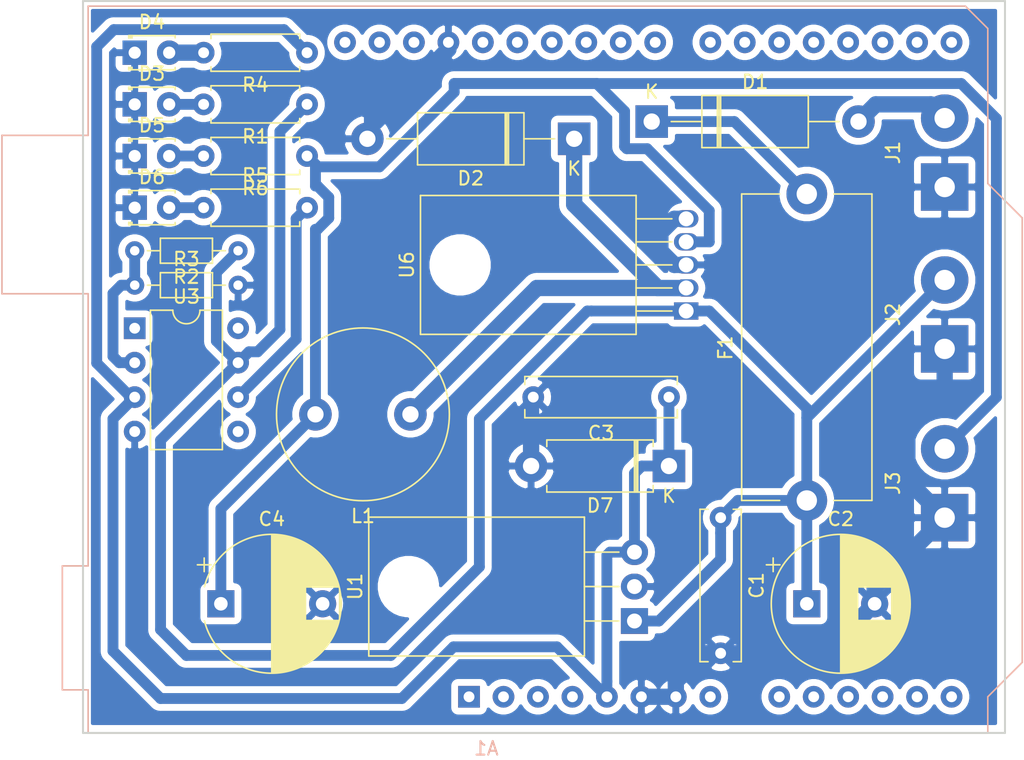
<source format=kicad_pcb>
(kicad_pcb (version 20171130) (host pcbnew 5.1.5+dfsg1-2build2)

  (general
    (thickness 1.6)
    (drawings 4)
    (tracks 127)
    (zones 0)
    (modules 26)
    (nets 45)
  )

  (page A4)
  (layers
    (0 F.Cu signal)
    (31 B.Cu signal)
    (32 B.Adhes user)
    (33 F.Adhes user)
    (34 B.Paste user)
    (35 F.Paste user)
    (36 B.SilkS user)
    (37 F.SilkS user)
    (38 B.Mask user)
    (39 F.Mask user)
    (40 Dwgs.User user)
    (41 Cmts.User user)
    (42 Eco1.User user)
    (43 Eco2.User user)
    (44 Edge.Cuts user)
    (45 Margin user)
    (46 B.CrtYd user)
    (47 F.CrtYd user)
    (48 B.Fab user)
    (49 F.Fab user)
  )

  (setup
    (last_trace_width 0.8)
    (trace_clearance 0.4)
    (zone_clearance 0.508)
    (zone_45_only no)
    (trace_min 0.2)
    (via_size 0.8)
    (via_drill 0.4)
    (via_min_size 0.4)
    (via_min_drill 0.3)
    (uvia_size 0.3)
    (uvia_drill 0.1)
    (uvias_allowed no)
    (uvia_min_size 0.2)
    (uvia_min_drill 0.1)
    (edge_width 0.15)
    (segment_width 0.2)
    (pcb_text_width 0.3)
    (pcb_text_size 1.5 1.5)
    (mod_edge_width 0.15)
    (mod_text_size 1 1)
    (mod_text_width 0.15)
    (pad_size 1.524 1.524)
    (pad_drill 0.762)
    (pad_to_mask_clearance 0.051)
    (solder_mask_min_width 0.25)
    (aux_axis_origin 31.115 24.511)
    (grid_origin 31.115 24.511)
    (visible_elements FFFFFF7F)
    (pcbplotparams
      (layerselection 0x01020_fffffffe)
      (usegerberextensions false)
      (usegerberattributes false)
      (usegerberadvancedattributes false)
      (creategerberjobfile false)
      (excludeedgelayer true)
      (linewidth 0.100000)
      (plotframeref false)
      (viasonmask false)
      (mode 1)
      (useauxorigin true)
      (hpglpennumber 1)
      (hpglpenspeed 20)
      (hpglpendiameter 15.000000)
      (psnegative false)
      (psa4output false)
      (plotreference true)
      (plotvalue true)
      (plotinvisibletext false)
      (padsonsilk false)
      (subtractmaskfromsilk false)
      (outputformat 1)
      (mirror false)
      (drillshape 0)
      (scaleselection 1)
      (outputdirectory "./gerber"))
  )

  (net 0 "")
  (net 1 "Net-(A1-Pad32)")
  (net 2 "Net-(A1-Pad31)")
  (net 3 "Net-(A1-Pad1)")
  (net 4 "Net-(A1-Pad17)")
  (net 5 "Net-(A1-Pad2)")
  (net 6 "Net-(A1-Pad18)")
  (net 7 "Net-(A1-Pad3)")
  (net 8 "Net-(A1-Pad19)")
  (net 9 "Net-(A1-Pad4)")
  (net 10 "Net-(A1-Pad20)")
  (net 11 "Net-(A1-Pad21)")
  (net 12 GND)
  (net 13 "Net-(A1-Pad22)")
  (net 14 "Net-(A1-Pad23)")
  (net 15 "Net-(A1-Pad8)")
  (net 16 "Net-(A1-Pad24)")
  (net 17 "Net-(A1-Pad9)")
  (net 18 "Net-(A1-Pad25)")
  (net 19 "Net-(A1-Pad10)")
  (net 20 "Net-(A1-Pad26)")
  (net 21 "Net-(A1-Pad11)")
  (net 22 "Net-(A1-Pad27)")
  (net 23 "Net-(A1-Pad12)")
  (net 24 "Net-(A1-Pad28)")
  (net 25 "Net-(A1-Pad13)")
  (net 26 "Net-(A1-Pad14)")
  (net 27 "Net-(A1-Pad30)")
  (net 28 "Net-(A1-Pad15)")
  (net 29 "Net-(A1-Pad16)")
  (net 30 "Net-(D1-Pad2)")
  (net 31 "Net-(D2-Pad1)")
  (net 32 "Net-(D4-Pad2)")
  (net 33 5V_logic)
  (net 34 12V)
  (net 35 5V_servo)
  (net 36 "Net-(D1-Pad1)")
  (net 37 "Net-(D3-Pad2)")
  (net 38 "Net-(D5-Pad2)")
  (net 39 "Net-(D6-Pad2)")
  (net 40 "Net-(R2-Pad2)")
  (net 41 "Net-(R5-Pad2)")
  (net 42 "Net-(U3-Pad1)")
  (net 43 "Net-(U3-Pad5)")
  (net 44 "Net-(U3-Pad8)")

  (net_class Default "Ceci est la Netclass par défaut."
    (clearance 0.4)
    (trace_width 0.8)
    (via_dia 0.8)
    (via_drill 0.4)
    (uvia_dia 0.3)
    (uvia_drill 0.1)
    (add_net 12V)
    (add_net 5V_logic)
    (add_net 5V_servo)
    (add_net "Net-(A1-Pad31)")
    (add_net "Net-(A1-Pad32)")
    (add_net "Net-(D1-Pad1)")
    (add_net "Net-(D3-Pad2)")
    (add_net "Net-(D5-Pad2)")
    (add_net "Net-(D6-Pad2)")
    (add_net "Net-(R2-Pad2)")
    (add_net "Net-(R5-Pad2)")
    (add_net "Net-(U3-Pad1)")
    (add_net "Net-(U3-Pad5)")
    (add_net "Net-(U3-Pad8)")
  )

  (net_class Power ""
    (clearance 0.4)
    (trace_width 1.2)
    (via_dia 0.8)
    (via_drill 0.4)
    (uvia_dia 0.3)
    (uvia_drill 0.1)
    (add_net GND)
    (add_net "Net-(A1-Pad1)")
    (add_net "Net-(A1-Pad10)")
    (add_net "Net-(A1-Pad11)")
    (add_net "Net-(A1-Pad12)")
    (add_net "Net-(A1-Pad13)")
    (add_net "Net-(A1-Pad14)")
    (add_net "Net-(A1-Pad15)")
    (add_net "Net-(A1-Pad16)")
    (add_net "Net-(A1-Pad17)")
    (add_net "Net-(A1-Pad18)")
    (add_net "Net-(A1-Pad19)")
    (add_net "Net-(A1-Pad2)")
    (add_net "Net-(A1-Pad20)")
    (add_net "Net-(A1-Pad21)")
    (add_net "Net-(A1-Pad22)")
    (add_net "Net-(A1-Pad23)")
    (add_net "Net-(A1-Pad24)")
    (add_net "Net-(A1-Pad25)")
    (add_net "Net-(A1-Pad26)")
    (add_net "Net-(A1-Pad27)")
    (add_net "Net-(A1-Pad28)")
    (add_net "Net-(A1-Pad3)")
    (add_net "Net-(A1-Pad30)")
    (add_net "Net-(A1-Pad4)")
    (add_net "Net-(A1-Pad8)")
    (add_net "Net-(A1-Pad9)")
    (add_net "Net-(D1-Pad2)")
    (add_net "Net-(D2-Pad1)")
    (add_net "Net-(D4-Pad2)")
  )

  (module LED_THT:LED_D1.8mm_W3.3mm_H2.4mm (layer F.Cu) (tedit 5880A862) (tstamp 5FA0CB46)
    (at 34.925 28.321)
    (descr "LED, Round,  Rectangular size 3.3x2.4mm^2 diameter 1.8mm, 2 pins")
    (tags "LED Round  Rectangular size 3.3x2.4mm^2 diameter 1.8mm 2 pins")
    (path /5FA50B60)
    (fp_text reference D4 (at 1.27 -2.26) (layer F.SilkS)
      (effects (font (size 1 1) (thickness 0.15)))
    )
    (fp_text value "ON (vert)" (at 1.27 2.26) (layer F.Fab)
      (effects (font (size 1 1) (thickness 0.15)))
    )
    (fp_circle (center 1.27 0) (end 2.17 0) (layer F.Fab) (width 0.1))
    (fp_line (start -0.38 -1.2) (end -0.38 1.2) (layer F.Fab) (width 0.1))
    (fp_line (start -0.38 1.2) (end 2.92 1.2) (layer F.Fab) (width 0.1))
    (fp_line (start 2.92 1.2) (end 2.92 -1.2) (layer F.Fab) (width 0.1))
    (fp_line (start 2.92 -1.2) (end -0.38 -1.2) (layer F.Fab) (width 0.1))
    (fp_line (start -0.44 -1.26) (end 2.98 -1.26) (layer F.SilkS) (width 0.12))
    (fp_line (start -0.44 1.26) (end 2.98 1.26) (layer F.SilkS) (width 0.12))
    (fp_line (start -0.44 -1.26) (end -0.44 -1.08) (layer F.SilkS) (width 0.12))
    (fp_line (start -0.44 1.08) (end -0.44 1.26) (layer F.SilkS) (width 0.12))
    (fp_line (start 2.98 -1.26) (end 2.98 -1.095) (layer F.SilkS) (width 0.12))
    (fp_line (start 2.98 1.095) (end 2.98 1.26) (layer F.SilkS) (width 0.12))
    (fp_line (start -0.32 -1.26) (end -0.32 -1.08) (layer F.SilkS) (width 0.12))
    (fp_line (start -0.32 1.08) (end -0.32 1.26) (layer F.SilkS) (width 0.12))
    (fp_line (start -0.2 -1.26) (end -0.2 -1.08) (layer F.SilkS) (width 0.12))
    (fp_line (start -0.2 1.08) (end -0.2 1.26) (layer F.SilkS) (width 0.12))
    (fp_line (start -1.15 -1.55) (end -1.15 1.55) (layer F.CrtYd) (width 0.05))
    (fp_line (start -1.15 1.55) (end 3.7 1.55) (layer F.CrtYd) (width 0.05))
    (fp_line (start 3.7 1.55) (end 3.7 -1.55) (layer F.CrtYd) (width 0.05))
    (fp_line (start 3.7 -1.55) (end -1.15 -1.55) (layer F.CrtYd) (width 0.05))
    (pad 1 thru_hole rect (at 0 0) (size 1.8 1.8) (drill 0.9) (layers *.Cu *.Mask)
      (net 12 GND))
    (pad 2 thru_hole circle (at 2.54 0) (size 1.8 1.8) (drill 0.9) (layers *.Cu *.Mask)
      (net 32 "Net-(D4-Pad2)"))
    (model ${KISYS3DMOD}/LED_THT.3dshapes/LED_D1.8mm_W3.3mm_H2.4mm.wrl
      (at (xyz 0 0 0))
      (scale (xyz 1 1 1))
      (rotate (xyz 0 0 0))
    )
  )

  (module LED_THT:LED_D1.8mm_W3.3mm_H2.4mm (layer F.Cu) (tedit 5880A862) (tstamp 5FA0F39C)
    (at 34.925 32.131)
    (descr "LED, Round,  Rectangular size 3.3x2.4mm^2 diameter 1.8mm, 2 pins")
    (tags "LED Round  Rectangular size 3.3x2.4mm^2 diameter 1.8mm 2 pins")
    (path /5F9EAD23)
    (fp_text reference D3 (at 1.27 -2.26) (layer F.SilkS)
      (effects (font (size 1 1) (thickness 0.15)))
    )
    (fp_text value "ON (vert)" (at 1.27 2.26) (layer F.Fab)
      (effects (font (size 1 1) (thickness 0.15)))
    )
    (fp_circle (center 1.27 0) (end 2.17 0) (layer F.Fab) (width 0.1))
    (fp_line (start -0.38 -1.2) (end -0.38 1.2) (layer F.Fab) (width 0.1))
    (fp_line (start -0.38 1.2) (end 2.92 1.2) (layer F.Fab) (width 0.1))
    (fp_line (start 2.92 1.2) (end 2.92 -1.2) (layer F.Fab) (width 0.1))
    (fp_line (start 2.92 -1.2) (end -0.38 -1.2) (layer F.Fab) (width 0.1))
    (fp_line (start -0.44 -1.26) (end 2.98 -1.26) (layer F.SilkS) (width 0.12))
    (fp_line (start -0.44 1.26) (end 2.98 1.26) (layer F.SilkS) (width 0.12))
    (fp_line (start -0.44 -1.26) (end -0.44 -1.08) (layer F.SilkS) (width 0.12))
    (fp_line (start -0.44 1.08) (end -0.44 1.26) (layer F.SilkS) (width 0.12))
    (fp_line (start 2.98 -1.26) (end 2.98 -1.095) (layer F.SilkS) (width 0.12))
    (fp_line (start 2.98 1.095) (end 2.98 1.26) (layer F.SilkS) (width 0.12))
    (fp_line (start -0.32 -1.26) (end -0.32 -1.08) (layer F.SilkS) (width 0.12))
    (fp_line (start -0.32 1.08) (end -0.32 1.26) (layer F.SilkS) (width 0.12))
    (fp_line (start -0.2 -1.26) (end -0.2 -1.08) (layer F.SilkS) (width 0.12))
    (fp_line (start -0.2 1.08) (end -0.2 1.26) (layer F.SilkS) (width 0.12))
    (fp_line (start -1.15 -1.55) (end -1.15 1.55) (layer F.CrtYd) (width 0.05))
    (fp_line (start -1.15 1.55) (end 3.7 1.55) (layer F.CrtYd) (width 0.05))
    (fp_line (start 3.7 1.55) (end 3.7 -1.55) (layer F.CrtYd) (width 0.05))
    (fp_line (start 3.7 -1.55) (end -1.15 -1.55) (layer F.CrtYd) (width 0.05))
    (pad 1 thru_hole rect (at 0 0) (size 1.8 1.8) (drill 0.9) (layers *.Cu *.Mask)
      (net 12 GND))
    (pad 2 thru_hole circle (at 2.54 0) (size 1.8 1.8) (drill 0.9) (layers *.Cu *.Mask)
      (net 37 "Net-(D3-Pad2)"))
    (model ${KISYS3DMOD}/LED_THT.3dshapes/LED_D1.8mm_W3.3mm_H2.4mm.wrl
      (at (xyz 0 0 0))
      (scale (xyz 1 1 1))
      (rotate (xyz 0 0 0))
    )
  )

  (module Module:Arduino_UNO_R3 (layer B.Cu) (tedit 58AB60FC) (tstamp 5FA0C916)
    (at 59.563 75.819)
    (descr "Arduino UNO R3, http://www.mouser.com/pdfdocs/Gravitech_Arduino_Nano3_0.pdf")
    (tags "Arduino UNO R3")
    (path /5FA5FCD8)
    (fp_text reference A1 (at 1.27 3.81 -180) (layer B.SilkS)
      (effects (font (size 1 1) (thickness 0.15)) (justify mirror))
    )
    (fp_text value Arduino_UNO_R3 (at 0 -22.86) (layer B.Fab)
      (effects (font (size 1 1) (thickness 0.15)) (justify mirror))
    )
    (fp_text user %R (at 0 -20.32 -180) (layer B.Fab)
      (effects (font (size 1 1) (thickness 0.15)) (justify mirror))
    )
    (fp_line (start 38.35 2.79) (end 38.35 0) (layer B.CrtYd) (width 0.05))
    (fp_line (start 38.35 0) (end 40.89 -2.54) (layer B.CrtYd) (width 0.05))
    (fp_line (start 40.89 -2.54) (end 40.89 -35.31) (layer B.CrtYd) (width 0.05))
    (fp_line (start 40.89 -35.31) (end 38.35 -37.85) (layer B.CrtYd) (width 0.05))
    (fp_line (start 38.35 -37.85) (end 38.35 -49.28) (layer B.CrtYd) (width 0.05))
    (fp_line (start 38.35 -49.28) (end 36.58 -51.05) (layer B.CrtYd) (width 0.05))
    (fp_line (start 36.58 -51.05) (end -28.19 -51.05) (layer B.CrtYd) (width 0.05))
    (fp_line (start -28.19 -51.05) (end -28.19 -41.53) (layer B.CrtYd) (width 0.05))
    (fp_line (start -28.19 -41.53) (end -34.54 -41.53) (layer B.CrtYd) (width 0.05))
    (fp_line (start -34.54 -41.53) (end -34.54 -29.59) (layer B.CrtYd) (width 0.05))
    (fp_line (start -34.54 -29.59) (end -28.19 -29.59) (layer B.CrtYd) (width 0.05))
    (fp_line (start -28.19 -29.59) (end -28.19 -9.78) (layer B.CrtYd) (width 0.05))
    (fp_line (start -28.19 -9.78) (end -30.1 -9.78) (layer B.CrtYd) (width 0.05))
    (fp_line (start -30.1 -9.78) (end -30.1 -0.38) (layer B.CrtYd) (width 0.05))
    (fp_line (start -30.1 -0.38) (end -28.19 -0.38) (layer B.CrtYd) (width 0.05))
    (fp_line (start -28.19 -0.38) (end -28.19 2.79) (layer B.CrtYd) (width 0.05))
    (fp_line (start -28.19 2.79) (end 38.35 2.79) (layer B.CrtYd) (width 0.05))
    (fp_line (start 40.77 -35.31) (end 40.77 -2.54) (layer B.SilkS) (width 0.12))
    (fp_line (start 40.77 -2.54) (end 38.23 0) (layer B.SilkS) (width 0.12))
    (fp_line (start 38.23 0) (end 38.23 2.67) (layer B.SilkS) (width 0.12))
    (fp_line (start 38.23 2.67) (end -28.07 2.67) (layer B.SilkS) (width 0.12))
    (fp_line (start -28.07 2.67) (end -28.07 -0.51) (layer B.SilkS) (width 0.12))
    (fp_line (start -28.07 -0.51) (end -29.97 -0.51) (layer B.SilkS) (width 0.12))
    (fp_line (start -29.97 -0.51) (end -29.97 -9.65) (layer B.SilkS) (width 0.12))
    (fp_line (start -29.97 -9.65) (end -28.07 -9.65) (layer B.SilkS) (width 0.12))
    (fp_line (start -28.07 -9.65) (end -28.07 -29.72) (layer B.SilkS) (width 0.12))
    (fp_line (start -28.07 -29.72) (end -34.42 -29.72) (layer B.SilkS) (width 0.12))
    (fp_line (start -34.42 -29.72) (end -34.42 -41.4) (layer B.SilkS) (width 0.12))
    (fp_line (start -34.42 -41.4) (end -28.07 -41.4) (layer B.SilkS) (width 0.12))
    (fp_line (start -28.07 -41.4) (end -28.07 -50.93) (layer B.SilkS) (width 0.12))
    (fp_line (start -28.07 -50.93) (end 36.58 -50.93) (layer B.SilkS) (width 0.12))
    (fp_line (start 36.58 -50.93) (end 38.23 -49.28) (layer B.SilkS) (width 0.12))
    (fp_line (start 38.23 -49.28) (end 38.23 -37.85) (layer B.SilkS) (width 0.12))
    (fp_line (start 38.23 -37.85) (end 40.77 -35.31) (layer B.SilkS) (width 0.12))
    (fp_line (start -34.29 -29.84) (end -18.41 -29.84) (layer B.Fab) (width 0.1))
    (fp_line (start -18.41 -29.84) (end -18.41 -41.27) (layer B.Fab) (width 0.1))
    (fp_line (start -18.41 -41.27) (end -34.29 -41.27) (layer B.Fab) (width 0.1))
    (fp_line (start -34.29 -41.27) (end -34.29 -29.84) (layer B.Fab) (width 0.1))
    (fp_line (start -29.84 -0.64) (end -16.51 -0.64) (layer B.Fab) (width 0.1))
    (fp_line (start -16.51 -0.64) (end -16.51 -9.53) (layer B.Fab) (width 0.1))
    (fp_line (start -16.51 -9.53) (end -29.84 -9.53) (layer B.Fab) (width 0.1))
    (fp_line (start -29.84 -9.53) (end -29.84 -0.64) (layer B.Fab) (width 0.1))
    (fp_line (start 38.1 -37.85) (end 38.1 -49.28) (layer B.Fab) (width 0.1))
    (fp_line (start 40.64 -2.54) (end 40.64 -35.31) (layer B.Fab) (width 0.1))
    (fp_line (start 40.64 -35.31) (end 38.1 -37.85) (layer B.Fab) (width 0.1))
    (fp_line (start 38.1 2.54) (end 38.1 0) (layer B.Fab) (width 0.1))
    (fp_line (start 38.1 0) (end 40.64 -2.54) (layer B.Fab) (width 0.1))
    (fp_line (start 38.1 -49.28) (end 36.58 -50.8) (layer B.Fab) (width 0.1))
    (fp_line (start 36.58 -50.8) (end -27.94 -50.8) (layer B.Fab) (width 0.1))
    (fp_line (start -27.94 -50.8) (end -27.94 2.54) (layer B.Fab) (width 0.1))
    (fp_line (start -27.94 2.54) (end 38.1 2.54) (layer B.Fab) (width 0.1))
    (pad 32 thru_hole oval (at -9.14 -48.26 270) (size 1.6 1.6) (drill 0.8) (layers *.Cu *.Mask)
      (net 1 "Net-(A1-Pad32)"))
    (pad 31 thru_hole oval (at -6.6 -48.26 270) (size 1.6 1.6) (drill 0.8) (layers *.Cu *.Mask)
      (net 2 "Net-(A1-Pad31)"))
    (pad 1 thru_hole rect (at 0 0 270) (size 1.6 1.6) (drill 0.8) (layers *.Cu *.Mask)
      (net 3 "Net-(A1-Pad1)"))
    (pad 17 thru_hole oval (at 30.48 -48.26 270) (size 1.6 1.6) (drill 0.8) (layers *.Cu *.Mask)
      (net 4 "Net-(A1-Pad17)"))
    (pad 2 thru_hole oval (at 2.54 0 270) (size 1.6 1.6) (drill 0.8) (layers *.Cu *.Mask)
      (net 5 "Net-(A1-Pad2)"))
    (pad 18 thru_hole oval (at 27.94 -48.26 270) (size 1.6 1.6) (drill 0.8) (layers *.Cu *.Mask)
      (net 6 "Net-(A1-Pad18)"))
    (pad 3 thru_hole oval (at 5.08 0 270) (size 1.6 1.6) (drill 0.8) (layers *.Cu *.Mask)
      (net 7 "Net-(A1-Pad3)"))
    (pad 19 thru_hole oval (at 25.4 -48.26 270) (size 1.6 1.6) (drill 0.8) (layers *.Cu *.Mask)
      (net 8 "Net-(A1-Pad19)"))
    (pad 4 thru_hole oval (at 7.62 0 270) (size 1.6 1.6) (drill 0.8) (layers *.Cu *.Mask)
      (net 9 "Net-(A1-Pad4)"))
    (pad 20 thru_hole oval (at 22.86 -48.26 270) (size 1.6 1.6) (drill 0.8) (layers *.Cu *.Mask)
      (net 10 "Net-(A1-Pad20)"))
    (pad 5 thru_hole oval (at 10.16 0 270) (size 1.6 1.6) (drill 0.8) (layers *.Cu *.Mask)
      (net 33 5V_logic))
    (pad 21 thru_hole oval (at 20.32 -48.26 270) (size 1.6 1.6) (drill 0.8) (layers *.Cu *.Mask)
      (net 11 "Net-(A1-Pad21)"))
    (pad 6 thru_hole oval (at 12.7 0 270) (size 1.6 1.6) (drill 0.8) (layers *.Cu *.Mask)
      (net 12 GND))
    (pad 22 thru_hole oval (at 17.78 -48.26 270) (size 1.6 1.6) (drill 0.8) (layers *.Cu *.Mask)
      (net 13 "Net-(A1-Pad22)"))
    (pad 7 thru_hole oval (at 15.24 0 270) (size 1.6 1.6) (drill 0.8) (layers *.Cu *.Mask)
      (net 12 GND))
    (pad 23 thru_hole oval (at 13.72 -48.26 270) (size 1.6 1.6) (drill 0.8) (layers *.Cu *.Mask)
      (net 14 "Net-(A1-Pad23)"))
    (pad 8 thru_hole oval (at 17.78 0 270) (size 1.6 1.6) (drill 0.8) (layers *.Cu *.Mask)
      (net 15 "Net-(A1-Pad8)"))
    (pad 24 thru_hole oval (at 11.18 -48.26 270) (size 1.6 1.6) (drill 0.8) (layers *.Cu *.Mask)
      (net 16 "Net-(A1-Pad24)"))
    (pad 9 thru_hole oval (at 22.86 0 270) (size 1.6 1.6) (drill 0.8) (layers *.Cu *.Mask)
      (net 17 "Net-(A1-Pad9)"))
    (pad 25 thru_hole oval (at 8.64 -48.26 270) (size 1.6 1.6) (drill 0.8) (layers *.Cu *.Mask)
      (net 18 "Net-(A1-Pad25)"))
    (pad 10 thru_hole oval (at 25.4 0 270) (size 1.6 1.6) (drill 0.8) (layers *.Cu *.Mask)
      (net 19 "Net-(A1-Pad10)"))
    (pad 26 thru_hole oval (at 6.1 -48.26 270) (size 1.6 1.6) (drill 0.8) (layers *.Cu *.Mask)
      (net 20 "Net-(A1-Pad26)"))
    (pad 11 thru_hole oval (at 27.94 0 270) (size 1.6 1.6) (drill 0.8) (layers *.Cu *.Mask)
      (net 21 "Net-(A1-Pad11)"))
    (pad 27 thru_hole oval (at 3.56 -48.26 270) (size 1.6 1.6) (drill 0.8) (layers *.Cu *.Mask)
      (net 22 "Net-(A1-Pad27)"))
    (pad 12 thru_hole oval (at 30.48 0 270) (size 1.6 1.6) (drill 0.8) (layers *.Cu *.Mask)
      (net 23 "Net-(A1-Pad12)"))
    (pad 28 thru_hole oval (at 1.02 -48.26 270) (size 1.6 1.6) (drill 0.8) (layers *.Cu *.Mask)
      (net 24 "Net-(A1-Pad28)"))
    (pad 13 thru_hole oval (at 33.02 0 270) (size 1.6 1.6) (drill 0.8) (layers *.Cu *.Mask)
      (net 25 "Net-(A1-Pad13)"))
    (pad 29 thru_hole oval (at -1.52 -48.26 270) (size 1.6 1.6) (drill 0.8) (layers *.Cu *.Mask)
      (net 12 GND))
    (pad 14 thru_hole oval (at 35.56 0 270) (size 1.6 1.6) (drill 0.8) (layers *.Cu *.Mask)
      (net 26 "Net-(A1-Pad14)"))
    (pad 30 thru_hole oval (at -4.06 -48.26 270) (size 1.6 1.6) (drill 0.8) (layers *.Cu *.Mask)
      (net 27 "Net-(A1-Pad30)"))
    (pad 15 thru_hole oval (at 35.56 -48.26 270) (size 1.6 1.6) (drill 0.8) (layers *.Cu *.Mask)
      (net 28 "Net-(A1-Pad15)"))
    (pad 16 thru_hole oval (at 33.02 -48.26 270) (size 1.6 1.6) (drill 0.8) (layers *.Cu *.Mask)
      (net 29 "Net-(A1-Pad16)"))
    (model ${KISYS3DMOD}/Module.3dshapes/Arduino_UNO_R3.wrl
      (at (xyz 0 0 0))
      (scale (xyz 1 1 1))
      (rotate (xyz 0 0 0))
    )
  )

  (module Capacitor_THT:C_Rect_L11.0mm_W2.8mm_P10.00mm_MKT (layer F.Cu) (tedit 5AE50EF0) (tstamp 5FA0C92B)
    (at 78.105 62.611 270)
    (descr "C, Rect series, Radial, pin pitch=10.00mm, , length*width=11.0*2.8mm^2, Capacitor, https://en.tdk.eu/inf/20/20/db/fc_2009/MKT_B32560_564.pdf")
    (tags "C Rect series Radial pin pitch 10.00mm  length 11.0mm width 2.8mm Capacitor")
    (path /5F9F8BB4)
    (fp_text reference C1 (at 5 -2.65 90) (layer F.SilkS)
      (effects (font (size 1 1) (thickness 0.15)))
    )
    (fp_text value 330n (at 5 2.65 90) (layer F.Fab)
      (effects (font (size 1 1) (thickness 0.15)))
    )
    (fp_line (start -0.5 -1.4) (end -0.5 1.4) (layer F.Fab) (width 0.1))
    (fp_line (start -0.5 1.4) (end 10.5 1.4) (layer F.Fab) (width 0.1))
    (fp_line (start 10.5 1.4) (end 10.5 -1.4) (layer F.Fab) (width 0.1))
    (fp_line (start 10.5 -1.4) (end -0.5 -1.4) (layer F.Fab) (width 0.1))
    (fp_line (start -0.62 -1.52) (end 10.62 -1.52) (layer F.SilkS) (width 0.12))
    (fp_line (start -0.62 1.52) (end 10.62 1.52) (layer F.SilkS) (width 0.12))
    (fp_line (start -0.62 -1.52) (end -0.62 -0.925) (layer F.SilkS) (width 0.12))
    (fp_line (start -0.62 0.925) (end -0.62 1.52) (layer F.SilkS) (width 0.12))
    (fp_line (start 10.62 -1.52) (end 10.62 -0.925) (layer F.SilkS) (width 0.12))
    (fp_line (start 10.62 0.925) (end 10.62 1.52) (layer F.SilkS) (width 0.12))
    (fp_line (start -1.05 -1.65) (end -1.05 1.65) (layer F.CrtYd) (width 0.05))
    (fp_line (start -1.05 1.65) (end 11.05 1.65) (layer F.CrtYd) (width 0.05))
    (fp_line (start 11.05 1.65) (end 11.05 -1.65) (layer F.CrtYd) (width 0.05))
    (fp_line (start 11.05 -1.65) (end -1.05 -1.65) (layer F.CrtYd) (width 0.05))
    (fp_text user %R (at 5 0 90) (layer F.Fab)
      (effects (font (size 1 1) (thickness 0.15)))
    )
    (pad 1 thru_hole circle (at 0 0 270) (size 1.6 1.6) (drill 0.8) (layers *.Cu *.Mask)
      (net 34 12V))
    (pad 2 thru_hole circle (at 10 0 270) (size 1.6 1.6) (drill 0.8) (layers *.Cu *.Mask)
      (net 12 GND))
    (model ${KISYS3DMOD}/Capacitor_THT.3dshapes/C_Rect_L11.0mm_W2.8mm_P10.00mm_MKT.wrl
      (at (xyz 0 0 0))
      (scale (xyz 1 1 1))
      (rotate (xyz 0 0 0))
    )
  )

  (module Capacitor_THT:CP_Radial_D10.0mm_P5.00mm (layer F.Cu) (tedit 5AE50EF1) (tstamp 5FA0C9F7)
    (at 84.455 68.961)
    (descr "CP, Radial series, Radial, pin pitch=5.00mm, , diameter=10mm, Electrolytic Capacitor")
    (tags "CP Radial series Radial pin pitch 5.00mm  diameter 10mm Electrolytic Capacitor")
    (path /5F9DEED5)
    (fp_text reference C2 (at 2.5 -6.25) (layer F.SilkS)
      (effects (font (size 1 1) (thickness 0.15)))
    )
    (fp_text value 100u (at 2.5 6.25) (layer F.Fab)
      (effects (font (size 1 1) (thickness 0.15)))
    )
    (fp_circle (center 2.5 0) (end 7.5 0) (layer F.Fab) (width 0.1))
    (fp_circle (center 2.5 0) (end 7.62 0) (layer F.SilkS) (width 0.12))
    (fp_circle (center 2.5 0) (end 7.75 0) (layer F.CrtYd) (width 0.05))
    (fp_line (start -1.788861 -2.1875) (end -0.788861 -2.1875) (layer F.Fab) (width 0.1))
    (fp_line (start -1.288861 -2.6875) (end -1.288861 -1.6875) (layer F.Fab) (width 0.1))
    (fp_line (start 2.5 -5.08) (end 2.5 5.08) (layer F.SilkS) (width 0.12))
    (fp_line (start 2.54 -5.08) (end 2.54 5.08) (layer F.SilkS) (width 0.12))
    (fp_line (start 2.58 -5.08) (end 2.58 5.08) (layer F.SilkS) (width 0.12))
    (fp_line (start 2.62 -5.079) (end 2.62 5.079) (layer F.SilkS) (width 0.12))
    (fp_line (start 2.66 -5.078) (end 2.66 5.078) (layer F.SilkS) (width 0.12))
    (fp_line (start 2.7 -5.077) (end 2.7 5.077) (layer F.SilkS) (width 0.12))
    (fp_line (start 2.74 -5.075) (end 2.74 5.075) (layer F.SilkS) (width 0.12))
    (fp_line (start 2.78 -5.073) (end 2.78 5.073) (layer F.SilkS) (width 0.12))
    (fp_line (start 2.82 -5.07) (end 2.82 5.07) (layer F.SilkS) (width 0.12))
    (fp_line (start 2.86 -5.068) (end 2.86 5.068) (layer F.SilkS) (width 0.12))
    (fp_line (start 2.9 -5.065) (end 2.9 5.065) (layer F.SilkS) (width 0.12))
    (fp_line (start 2.94 -5.062) (end 2.94 5.062) (layer F.SilkS) (width 0.12))
    (fp_line (start 2.98 -5.058) (end 2.98 5.058) (layer F.SilkS) (width 0.12))
    (fp_line (start 3.02 -5.054) (end 3.02 5.054) (layer F.SilkS) (width 0.12))
    (fp_line (start 3.06 -5.05) (end 3.06 5.05) (layer F.SilkS) (width 0.12))
    (fp_line (start 3.1 -5.045) (end 3.1 5.045) (layer F.SilkS) (width 0.12))
    (fp_line (start 3.14 -5.04) (end 3.14 5.04) (layer F.SilkS) (width 0.12))
    (fp_line (start 3.18 -5.035) (end 3.18 5.035) (layer F.SilkS) (width 0.12))
    (fp_line (start 3.221 -5.03) (end 3.221 5.03) (layer F.SilkS) (width 0.12))
    (fp_line (start 3.261 -5.024) (end 3.261 5.024) (layer F.SilkS) (width 0.12))
    (fp_line (start 3.301 -5.018) (end 3.301 5.018) (layer F.SilkS) (width 0.12))
    (fp_line (start 3.341 -5.011) (end 3.341 5.011) (layer F.SilkS) (width 0.12))
    (fp_line (start 3.381 -5.004) (end 3.381 5.004) (layer F.SilkS) (width 0.12))
    (fp_line (start 3.421 -4.997) (end 3.421 4.997) (layer F.SilkS) (width 0.12))
    (fp_line (start 3.461 -4.99) (end 3.461 4.99) (layer F.SilkS) (width 0.12))
    (fp_line (start 3.501 -4.982) (end 3.501 4.982) (layer F.SilkS) (width 0.12))
    (fp_line (start 3.541 -4.974) (end 3.541 4.974) (layer F.SilkS) (width 0.12))
    (fp_line (start 3.581 -4.965) (end 3.581 4.965) (layer F.SilkS) (width 0.12))
    (fp_line (start 3.621 -4.956) (end 3.621 4.956) (layer F.SilkS) (width 0.12))
    (fp_line (start 3.661 -4.947) (end 3.661 4.947) (layer F.SilkS) (width 0.12))
    (fp_line (start 3.701 -4.938) (end 3.701 4.938) (layer F.SilkS) (width 0.12))
    (fp_line (start 3.741 -4.928) (end 3.741 4.928) (layer F.SilkS) (width 0.12))
    (fp_line (start 3.781 -4.918) (end 3.781 -1.241) (layer F.SilkS) (width 0.12))
    (fp_line (start 3.781 1.241) (end 3.781 4.918) (layer F.SilkS) (width 0.12))
    (fp_line (start 3.821 -4.907) (end 3.821 -1.241) (layer F.SilkS) (width 0.12))
    (fp_line (start 3.821 1.241) (end 3.821 4.907) (layer F.SilkS) (width 0.12))
    (fp_line (start 3.861 -4.897) (end 3.861 -1.241) (layer F.SilkS) (width 0.12))
    (fp_line (start 3.861 1.241) (end 3.861 4.897) (layer F.SilkS) (width 0.12))
    (fp_line (start 3.901 -4.885) (end 3.901 -1.241) (layer F.SilkS) (width 0.12))
    (fp_line (start 3.901 1.241) (end 3.901 4.885) (layer F.SilkS) (width 0.12))
    (fp_line (start 3.941 -4.874) (end 3.941 -1.241) (layer F.SilkS) (width 0.12))
    (fp_line (start 3.941 1.241) (end 3.941 4.874) (layer F.SilkS) (width 0.12))
    (fp_line (start 3.981 -4.862) (end 3.981 -1.241) (layer F.SilkS) (width 0.12))
    (fp_line (start 3.981 1.241) (end 3.981 4.862) (layer F.SilkS) (width 0.12))
    (fp_line (start 4.021 -4.85) (end 4.021 -1.241) (layer F.SilkS) (width 0.12))
    (fp_line (start 4.021 1.241) (end 4.021 4.85) (layer F.SilkS) (width 0.12))
    (fp_line (start 4.061 -4.837) (end 4.061 -1.241) (layer F.SilkS) (width 0.12))
    (fp_line (start 4.061 1.241) (end 4.061 4.837) (layer F.SilkS) (width 0.12))
    (fp_line (start 4.101 -4.824) (end 4.101 -1.241) (layer F.SilkS) (width 0.12))
    (fp_line (start 4.101 1.241) (end 4.101 4.824) (layer F.SilkS) (width 0.12))
    (fp_line (start 4.141 -4.811) (end 4.141 -1.241) (layer F.SilkS) (width 0.12))
    (fp_line (start 4.141 1.241) (end 4.141 4.811) (layer F.SilkS) (width 0.12))
    (fp_line (start 4.181 -4.797) (end 4.181 -1.241) (layer F.SilkS) (width 0.12))
    (fp_line (start 4.181 1.241) (end 4.181 4.797) (layer F.SilkS) (width 0.12))
    (fp_line (start 4.221 -4.783) (end 4.221 -1.241) (layer F.SilkS) (width 0.12))
    (fp_line (start 4.221 1.241) (end 4.221 4.783) (layer F.SilkS) (width 0.12))
    (fp_line (start 4.261 -4.768) (end 4.261 -1.241) (layer F.SilkS) (width 0.12))
    (fp_line (start 4.261 1.241) (end 4.261 4.768) (layer F.SilkS) (width 0.12))
    (fp_line (start 4.301 -4.754) (end 4.301 -1.241) (layer F.SilkS) (width 0.12))
    (fp_line (start 4.301 1.241) (end 4.301 4.754) (layer F.SilkS) (width 0.12))
    (fp_line (start 4.341 -4.738) (end 4.341 -1.241) (layer F.SilkS) (width 0.12))
    (fp_line (start 4.341 1.241) (end 4.341 4.738) (layer F.SilkS) (width 0.12))
    (fp_line (start 4.381 -4.723) (end 4.381 -1.241) (layer F.SilkS) (width 0.12))
    (fp_line (start 4.381 1.241) (end 4.381 4.723) (layer F.SilkS) (width 0.12))
    (fp_line (start 4.421 -4.707) (end 4.421 -1.241) (layer F.SilkS) (width 0.12))
    (fp_line (start 4.421 1.241) (end 4.421 4.707) (layer F.SilkS) (width 0.12))
    (fp_line (start 4.461 -4.69) (end 4.461 -1.241) (layer F.SilkS) (width 0.12))
    (fp_line (start 4.461 1.241) (end 4.461 4.69) (layer F.SilkS) (width 0.12))
    (fp_line (start 4.501 -4.674) (end 4.501 -1.241) (layer F.SilkS) (width 0.12))
    (fp_line (start 4.501 1.241) (end 4.501 4.674) (layer F.SilkS) (width 0.12))
    (fp_line (start 4.541 -4.657) (end 4.541 -1.241) (layer F.SilkS) (width 0.12))
    (fp_line (start 4.541 1.241) (end 4.541 4.657) (layer F.SilkS) (width 0.12))
    (fp_line (start 4.581 -4.639) (end 4.581 -1.241) (layer F.SilkS) (width 0.12))
    (fp_line (start 4.581 1.241) (end 4.581 4.639) (layer F.SilkS) (width 0.12))
    (fp_line (start 4.621 -4.621) (end 4.621 -1.241) (layer F.SilkS) (width 0.12))
    (fp_line (start 4.621 1.241) (end 4.621 4.621) (layer F.SilkS) (width 0.12))
    (fp_line (start 4.661 -4.603) (end 4.661 -1.241) (layer F.SilkS) (width 0.12))
    (fp_line (start 4.661 1.241) (end 4.661 4.603) (layer F.SilkS) (width 0.12))
    (fp_line (start 4.701 -4.584) (end 4.701 -1.241) (layer F.SilkS) (width 0.12))
    (fp_line (start 4.701 1.241) (end 4.701 4.584) (layer F.SilkS) (width 0.12))
    (fp_line (start 4.741 -4.564) (end 4.741 -1.241) (layer F.SilkS) (width 0.12))
    (fp_line (start 4.741 1.241) (end 4.741 4.564) (layer F.SilkS) (width 0.12))
    (fp_line (start 4.781 -4.545) (end 4.781 -1.241) (layer F.SilkS) (width 0.12))
    (fp_line (start 4.781 1.241) (end 4.781 4.545) (layer F.SilkS) (width 0.12))
    (fp_line (start 4.821 -4.525) (end 4.821 -1.241) (layer F.SilkS) (width 0.12))
    (fp_line (start 4.821 1.241) (end 4.821 4.525) (layer F.SilkS) (width 0.12))
    (fp_line (start 4.861 -4.504) (end 4.861 -1.241) (layer F.SilkS) (width 0.12))
    (fp_line (start 4.861 1.241) (end 4.861 4.504) (layer F.SilkS) (width 0.12))
    (fp_line (start 4.901 -4.483) (end 4.901 -1.241) (layer F.SilkS) (width 0.12))
    (fp_line (start 4.901 1.241) (end 4.901 4.483) (layer F.SilkS) (width 0.12))
    (fp_line (start 4.941 -4.462) (end 4.941 -1.241) (layer F.SilkS) (width 0.12))
    (fp_line (start 4.941 1.241) (end 4.941 4.462) (layer F.SilkS) (width 0.12))
    (fp_line (start 4.981 -4.44) (end 4.981 -1.241) (layer F.SilkS) (width 0.12))
    (fp_line (start 4.981 1.241) (end 4.981 4.44) (layer F.SilkS) (width 0.12))
    (fp_line (start 5.021 -4.417) (end 5.021 -1.241) (layer F.SilkS) (width 0.12))
    (fp_line (start 5.021 1.241) (end 5.021 4.417) (layer F.SilkS) (width 0.12))
    (fp_line (start 5.061 -4.395) (end 5.061 -1.241) (layer F.SilkS) (width 0.12))
    (fp_line (start 5.061 1.241) (end 5.061 4.395) (layer F.SilkS) (width 0.12))
    (fp_line (start 5.101 -4.371) (end 5.101 -1.241) (layer F.SilkS) (width 0.12))
    (fp_line (start 5.101 1.241) (end 5.101 4.371) (layer F.SilkS) (width 0.12))
    (fp_line (start 5.141 -4.347) (end 5.141 -1.241) (layer F.SilkS) (width 0.12))
    (fp_line (start 5.141 1.241) (end 5.141 4.347) (layer F.SilkS) (width 0.12))
    (fp_line (start 5.181 -4.323) (end 5.181 -1.241) (layer F.SilkS) (width 0.12))
    (fp_line (start 5.181 1.241) (end 5.181 4.323) (layer F.SilkS) (width 0.12))
    (fp_line (start 5.221 -4.298) (end 5.221 -1.241) (layer F.SilkS) (width 0.12))
    (fp_line (start 5.221 1.241) (end 5.221 4.298) (layer F.SilkS) (width 0.12))
    (fp_line (start 5.261 -4.273) (end 5.261 -1.241) (layer F.SilkS) (width 0.12))
    (fp_line (start 5.261 1.241) (end 5.261 4.273) (layer F.SilkS) (width 0.12))
    (fp_line (start 5.301 -4.247) (end 5.301 -1.241) (layer F.SilkS) (width 0.12))
    (fp_line (start 5.301 1.241) (end 5.301 4.247) (layer F.SilkS) (width 0.12))
    (fp_line (start 5.341 -4.221) (end 5.341 -1.241) (layer F.SilkS) (width 0.12))
    (fp_line (start 5.341 1.241) (end 5.341 4.221) (layer F.SilkS) (width 0.12))
    (fp_line (start 5.381 -4.194) (end 5.381 -1.241) (layer F.SilkS) (width 0.12))
    (fp_line (start 5.381 1.241) (end 5.381 4.194) (layer F.SilkS) (width 0.12))
    (fp_line (start 5.421 -4.166) (end 5.421 -1.241) (layer F.SilkS) (width 0.12))
    (fp_line (start 5.421 1.241) (end 5.421 4.166) (layer F.SilkS) (width 0.12))
    (fp_line (start 5.461 -4.138) (end 5.461 -1.241) (layer F.SilkS) (width 0.12))
    (fp_line (start 5.461 1.241) (end 5.461 4.138) (layer F.SilkS) (width 0.12))
    (fp_line (start 5.501 -4.11) (end 5.501 -1.241) (layer F.SilkS) (width 0.12))
    (fp_line (start 5.501 1.241) (end 5.501 4.11) (layer F.SilkS) (width 0.12))
    (fp_line (start 5.541 -4.08) (end 5.541 -1.241) (layer F.SilkS) (width 0.12))
    (fp_line (start 5.541 1.241) (end 5.541 4.08) (layer F.SilkS) (width 0.12))
    (fp_line (start 5.581 -4.05) (end 5.581 -1.241) (layer F.SilkS) (width 0.12))
    (fp_line (start 5.581 1.241) (end 5.581 4.05) (layer F.SilkS) (width 0.12))
    (fp_line (start 5.621 -4.02) (end 5.621 -1.241) (layer F.SilkS) (width 0.12))
    (fp_line (start 5.621 1.241) (end 5.621 4.02) (layer F.SilkS) (width 0.12))
    (fp_line (start 5.661 -3.989) (end 5.661 -1.241) (layer F.SilkS) (width 0.12))
    (fp_line (start 5.661 1.241) (end 5.661 3.989) (layer F.SilkS) (width 0.12))
    (fp_line (start 5.701 -3.957) (end 5.701 -1.241) (layer F.SilkS) (width 0.12))
    (fp_line (start 5.701 1.241) (end 5.701 3.957) (layer F.SilkS) (width 0.12))
    (fp_line (start 5.741 -3.925) (end 5.741 -1.241) (layer F.SilkS) (width 0.12))
    (fp_line (start 5.741 1.241) (end 5.741 3.925) (layer F.SilkS) (width 0.12))
    (fp_line (start 5.781 -3.892) (end 5.781 -1.241) (layer F.SilkS) (width 0.12))
    (fp_line (start 5.781 1.241) (end 5.781 3.892) (layer F.SilkS) (width 0.12))
    (fp_line (start 5.821 -3.858) (end 5.821 -1.241) (layer F.SilkS) (width 0.12))
    (fp_line (start 5.821 1.241) (end 5.821 3.858) (layer F.SilkS) (width 0.12))
    (fp_line (start 5.861 -3.824) (end 5.861 -1.241) (layer F.SilkS) (width 0.12))
    (fp_line (start 5.861 1.241) (end 5.861 3.824) (layer F.SilkS) (width 0.12))
    (fp_line (start 5.901 -3.789) (end 5.901 -1.241) (layer F.SilkS) (width 0.12))
    (fp_line (start 5.901 1.241) (end 5.901 3.789) (layer F.SilkS) (width 0.12))
    (fp_line (start 5.941 -3.753) (end 5.941 -1.241) (layer F.SilkS) (width 0.12))
    (fp_line (start 5.941 1.241) (end 5.941 3.753) (layer F.SilkS) (width 0.12))
    (fp_line (start 5.981 -3.716) (end 5.981 -1.241) (layer F.SilkS) (width 0.12))
    (fp_line (start 5.981 1.241) (end 5.981 3.716) (layer F.SilkS) (width 0.12))
    (fp_line (start 6.021 -3.679) (end 6.021 -1.241) (layer F.SilkS) (width 0.12))
    (fp_line (start 6.021 1.241) (end 6.021 3.679) (layer F.SilkS) (width 0.12))
    (fp_line (start 6.061 -3.64) (end 6.061 -1.241) (layer F.SilkS) (width 0.12))
    (fp_line (start 6.061 1.241) (end 6.061 3.64) (layer F.SilkS) (width 0.12))
    (fp_line (start 6.101 -3.601) (end 6.101 -1.241) (layer F.SilkS) (width 0.12))
    (fp_line (start 6.101 1.241) (end 6.101 3.601) (layer F.SilkS) (width 0.12))
    (fp_line (start 6.141 -3.561) (end 6.141 -1.241) (layer F.SilkS) (width 0.12))
    (fp_line (start 6.141 1.241) (end 6.141 3.561) (layer F.SilkS) (width 0.12))
    (fp_line (start 6.181 -3.52) (end 6.181 -1.241) (layer F.SilkS) (width 0.12))
    (fp_line (start 6.181 1.241) (end 6.181 3.52) (layer F.SilkS) (width 0.12))
    (fp_line (start 6.221 -3.478) (end 6.221 -1.241) (layer F.SilkS) (width 0.12))
    (fp_line (start 6.221 1.241) (end 6.221 3.478) (layer F.SilkS) (width 0.12))
    (fp_line (start 6.261 -3.436) (end 6.261 3.436) (layer F.SilkS) (width 0.12))
    (fp_line (start 6.301 -3.392) (end 6.301 3.392) (layer F.SilkS) (width 0.12))
    (fp_line (start 6.341 -3.347) (end 6.341 3.347) (layer F.SilkS) (width 0.12))
    (fp_line (start 6.381 -3.301) (end 6.381 3.301) (layer F.SilkS) (width 0.12))
    (fp_line (start 6.421 -3.254) (end 6.421 3.254) (layer F.SilkS) (width 0.12))
    (fp_line (start 6.461 -3.206) (end 6.461 3.206) (layer F.SilkS) (width 0.12))
    (fp_line (start 6.501 -3.156) (end 6.501 3.156) (layer F.SilkS) (width 0.12))
    (fp_line (start 6.541 -3.106) (end 6.541 3.106) (layer F.SilkS) (width 0.12))
    (fp_line (start 6.581 -3.054) (end 6.581 3.054) (layer F.SilkS) (width 0.12))
    (fp_line (start 6.621 -3) (end 6.621 3) (layer F.SilkS) (width 0.12))
    (fp_line (start 6.661 -2.945) (end 6.661 2.945) (layer F.SilkS) (width 0.12))
    (fp_line (start 6.701 -2.889) (end 6.701 2.889) (layer F.SilkS) (width 0.12))
    (fp_line (start 6.741 -2.83) (end 6.741 2.83) (layer F.SilkS) (width 0.12))
    (fp_line (start 6.781 -2.77) (end 6.781 2.77) (layer F.SilkS) (width 0.12))
    (fp_line (start 6.821 -2.709) (end 6.821 2.709) (layer F.SilkS) (width 0.12))
    (fp_line (start 6.861 -2.645) (end 6.861 2.645) (layer F.SilkS) (width 0.12))
    (fp_line (start 6.901 -2.579) (end 6.901 2.579) (layer F.SilkS) (width 0.12))
    (fp_line (start 6.941 -2.51) (end 6.941 2.51) (layer F.SilkS) (width 0.12))
    (fp_line (start 6.981 -2.439) (end 6.981 2.439) (layer F.SilkS) (width 0.12))
    (fp_line (start 7.021 -2.365) (end 7.021 2.365) (layer F.SilkS) (width 0.12))
    (fp_line (start 7.061 -2.289) (end 7.061 2.289) (layer F.SilkS) (width 0.12))
    (fp_line (start 7.101 -2.209) (end 7.101 2.209) (layer F.SilkS) (width 0.12))
    (fp_line (start 7.141 -2.125) (end 7.141 2.125) (layer F.SilkS) (width 0.12))
    (fp_line (start 7.181 -2.037) (end 7.181 2.037) (layer F.SilkS) (width 0.12))
    (fp_line (start 7.221 -1.944) (end 7.221 1.944) (layer F.SilkS) (width 0.12))
    (fp_line (start 7.261 -1.846) (end 7.261 1.846) (layer F.SilkS) (width 0.12))
    (fp_line (start 7.301 -1.742) (end 7.301 1.742) (layer F.SilkS) (width 0.12))
    (fp_line (start 7.341 -1.63) (end 7.341 1.63) (layer F.SilkS) (width 0.12))
    (fp_line (start 7.381 -1.51) (end 7.381 1.51) (layer F.SilkS) (width 0.12))
    (fp_line (start 7.421 -1.378) (end 7.421 1.378) (layer F.SilkS) (width 0.12))
    (fp_line (start 7.461 -1.23) (end 7.461 1.23) (layer F.SilkS) (width 0.12))
    (fp_line (start 7.501 -1.062) (end 7.501 1.062) (layer F.SilkS) (width 0.12))
    (fp_line (start 7.541 -0.862) (end 7.541 0.862) (layer F.SilkS) (width 0.12))
    (fp_line (start 7.581 -0.599) (end 7.581 0.599) (layer F.SilkS) (width 0.12))
    (fp_line (start -2.979646 -2.875) (end -1.979646 -2.875) (layer F.SilkS) (width 0.12))
    (fp_line (start -2.479646 -3.375) (end -2.479646 -2.375) (layer F.SilkS) (width 0.12))
    (fp_text user %R (at 2.5 0) (layer F.Fab)
      (effects (font (size 1 1) (thickness 0.15)))
    )
    (pad 1 thru_hole rect (at 0 0) (size 2 2) (drill 1) (layers *.Cu *.Mask)
      (net 34 12V))
    (pad 2 thru_hole circle (at 5 0) (size 2 2) (drill 1) (layers *.Cu *.Mask)
      (net 12 GND))
    (model ${KISYS3DMOD}/Capacitor_THT.3dshapes/CP_Radial_D10.0mm_P5.00mm.wrl
      (at (xyz 0 0 0))
      (scale (xyz 1 1 1))
      (rotate (xyz 0 0 0))
    )
  )

  (module Capacitor_THT:C_Rect_L11.0mm_W2.8mm_P10.00mm_MKT (layer F.Cu) (tedit 5AE50EF0) (tstamp 5FA0CA0C)
    (at 74.295 53.721 180)
    (descr "C, Rect series, Radial, pin pitch=10.00mm, , length*width=11.0*2.8mm^2, Capacitor, https://en.tdk.eu/inf/20/20/db/fc_2009/MKT_B32560_564.pdf")
    (tags "C Rect series Radial pin pitch 10.00mm  length 11.0mm width 2.8mm Capacitor")
    (path /5F9DD9AF)
    (fp_text reference C3 (at 5 -2.65) (layer F.SilkS)
      (effects (font (size 1 1) (thickness 0.15)))
    )
    (fp_text value 100n (at 5 2.65) (layer F.Fab)
      (effects (font (size 1 1) (thickness 0.15)))
    )
    (fp_text user %R (at 5 0) (layer F.Fab)
      (effects (font (size 1 1) (thickness 0.15)))
    )
    (fp_line (start 11.05 -1.65) (end -1.05 -1.65) (layer F.CrtYd) (width 0.05))
    (fp_line (start 11.05 1.65) (end 11.05 -1.65) (layer F.CrtYd) (width 0.05))
    (fp_line (start -1.05 1.65) (end 11.05 1.65) (layer F.CrtYd) (width 0.05))
    (fp_line (start -1.05 -1.65) (end -1.05 1.65) (layer F.CrtYd) (width 0.05))
    (fp_line (start 10.62 0.925) (end 10.62 1.52) (layer F.SilkS) (width 0.12))
    (fp_line (start 10.62 -1.52) (end 10.62 -0.925) (layer F.SilkS) (width 0.12))
    (fp_line (start -0.62 0.925) (end -0.62 1.52) (layer F.SilkS) (width 0.12))
    (fp_line (start -0.62 -1.52) (end -0.62 -0.925) (layer F.SilkS) (width 0.12))
    (fp_line (start -0.62 1.52) (end 10.62 1.52) (layer F.SilkS) (width 0.12))
    (fp_line (start -0.62 -1.52) (end 10.62 -1.52) (layer F.SilkS) (width 0.12))
    (fp_line (start 10.5 -1.4) (end -0.5 -1.4) (layer F.Fab) (width 0.1))
    (fp_line (start 10.5 1.4) (end 10.5 -1.4) (layer F.Fab) (width 0.1))
    (fp_line (start -0.5 1.4) (end 10.5 1.4) (layer F.Fab) (width 0.1))
    (fp_line (start -0.5 -1.4) (end -0.5 1.4) (layer F.Fab) (width 0.1))
    (pad 2 thru_hole circle (at 10 0 180) (size 1.6 1.6) (drill 0.8) (layers *.Cu *.Mask)
      (net 12 GND))
    (pad 1 thru_hole circle (at 0 0 180) (size 1.6 1.6) (drill 0.8) (layers *.Cu *.Mask)
      (net 33 5V_logic))
    (model ${KISYS3DMOD}/Capacitor_THT.3dshapes/C_Rect_L11.0mm_W2.8mm_P10.00mm_MKT.wrl
      (at (xyz 0 0 0))
      (scale (xyz 1 1 1))
      (rotate (xyz 0 0 0))
    )
  )

  (module Capacitor_THT:CP_Radial_D10.0mm_P7.50mm (layer F.Cu) (tedit 5AE50EF1) (tstamp 5FA0CAD6)
    (at 41.275 68.961)
    (descr "CP, Radial series, Radial, pin pitch=7.50mm, , diameter=10mm, Electrolytic Capacitor")
    (tags "CP Radial series Radial pin pitch 7.50mm  diameter 10mm Electrolytic Capacitor")
    (path /5FA28F1A)
    (fp_text reference C4 (at 3.75 -6.25) (layer F.SilkS)
      (effects (font (size 1 1) (thickness 0.15)))
    )
    (fp_text value 1000u (at 3.75 6.25) (layer F.Fab)
      (effects (font (size 1 1) (thickness 0.15)))
    )
    (fp_arc (start 3.75 0) (end -1.21254 -1.26) (angle 331.50704) (layer F.SilkS) (width 0.12))
    (fp_circle (center 3.75 0) (end 8.75 0) (layer F.Fab) (width 0.1))
    (fp_circle (center 3.75 0) (end 9 0) (layer F.CrtYd) (width 0.05))
    (fp_line (start -0.538861 -2.1875) (end 0.461139 -2.1875) (layer F.Fab) (width 0.1))
    (fp_line (start -0.038861 -2.6875) (end -0.038861 -1.6875) (layer F.Fab) (width 0.1))
    (fp_line (start 3.75 -5.08) (end 3.75 5.08) (layer F.SilkS) (width 0.12))
    (fp_line (start 3.79 -5.08) (end 3.79 5.08) (layer F.SilkS) (width 0.12))
    (fp_line (start 3.83 -5.08) (end 3.83 5.08) (layer F.SilkS) (width 0.12))
    (fp_line (start 3.87 -5.079) (end 3.87 5.079) (layer F.SilkS) (width 0.12))
    (fp_line (start 3.91 -5.078) (end 3.91 5.078) (layer F.SilkS) (width 0.12))
    (fp_line (start 3.95 -5.077) (end 3.95 5.077) (layer F.SilkS) (width 0.12))
    (fp_line (start 3.99 -5.075) (end 3.99 5.075) (layer F.SilkS) (width 0.12))
    (fp_line (start 4.03 -5.073) (end 4.03 5.073) (layer F.SilkS) (width 0.12))
    (fp_line (start 4.07 -5.07) (end 4.07 5.07) (layer F.SilkS) (width 0.12))
    (fp_line (start 4.11 -5.068) (end 4.11 5.068) (layer F.SilkS) (width 0.12))
    (fp_line (start 4.15 -5.065) (end 4.15 5.065) (layer F.SilkS) (width 0.12))
    (fp_line (start 4.19 -5.062) (end 4.19 5.062) (layer F.SilkS) (width 0.12))
    (fp_line (start 4.23 -5.058) (end 4.23 5.058) (layer F.SilkS) (width 0.12))
    (fp_line (start 4.27 -5.054) (end 4.27 5.054) (layer F.SilkS) (width 0.12))
    (fp_line (start 4.31 -5.05) (end 4.31 5.05) (layer F.SilkS) (width 0.12))
    (fp_line (start 4.35 -5.045) (end 4.35 5.045) (layer F.SilkS) (width 0.12))
    (fp_line (start 4.39 -5.04) (end 4.39 5.04) (layer F.SilkS) (width 0.12))
    (fp_line (start 4.43 -5.035) (end 4.43 5.035) (layer F.SilkS) (width 0.12))
    (fp_line (start 4.471 -5.03) (end 4.471 5.03) (layer F.SilkS) (width 0.12))
    (fp_line (start 4.511 -5.024) (end 4.511 5.024) (layer F.SilkS) (width 0.12))
    (fp_line (start 4.551 -5.018) (end 4.551 5.018) (layer F.SilkS) (width 0.12))
    (fp_line (start 4.591 -5.011) (end 4.591 5.011) (layer F.SilkS) (width 0.12))
    (fp_line (start 4.631 -5.004) (end 4.631 5.004) (layer F.SilkS) (width 0.12))
    (fp_line (start 4.671 -4.997) (end 4.671 4.997) (layer F.SilkS) (width 0.12))
    (fp_line (start 4.711 -4.99) (end 4.711 4.99) (layer F.SilkS) (width 0.12))
    (fp_line (start 4.751 -4.982) (end 4.751 4.982) (layer F.SilkS) (width 0.12))
    (fp_line (start 4.791 -4.974) (end 4.791 4.974) (layer F.SilkS) (width 0.12))
    (fp_line (start 4.831 -4.965) (end 4.831 4.965) (layer F.SilkS) (width 0.12))
    (fp_line (start 4.871 -4.956) (end 4.871 4.956) (layer F.SilkS) (width 0.12))
    (fp_line (start 4.911 -4.947) (end 4.911 4.947) (layer F.SilkS) (width 0.12))
    (fp_line (start 4.951 -4.938) (end 4.951 4.938) (layer F.SilkS) (width 0.12))
    (fp_line (start 4.991 -4.928) (end 4.991 4.928) (layer F.SilkS) (width 0.12))
    (fp_line (start 5.031 -4.918) (end 5.031 4.918) (layer F.SilkS) (width 0.12))
    (fp_line (start 5.071 -4.907) (end 5.071 4.907) (layer F.SilkS) (width 0.12))
    (fp_line (start 5.111 -4.897) (end 5.111 4.897) (layer F.SilkS) (width 0.12))
    (fp_line (start 5.151 -4.885) (end 5.151 4.885) (layer F.SilkS) (width 0.12))
    (fp_line (start 5.191 -4.874) (end 5.191 4.874) (layer F.SilkS) (width 0.12))
    (fp_line (start 5.231 -4.862) (end 5.231 4.862) (layer F.SilkS) (width 0.12))
    (fp_line (start 5.271 -4.85) (end 5.271 4.85) (layer F.SilkS) (width 0.12))
    (fp_line (start 5.311 -4.837) (end 5.311 4.837) (layer F.SilkS) (width 0.12))
    (fp_line (start 5.351 -4.824) (end 5.351 4.824) (layer F.SilkS) (width 0.12))
    (fp_line (start 5.391 -4.811) (end 5.391 4.811) (layer F.SilkS) (width 0.12))
    (fp_line (start 5.431 -4.797) (end 5.431 4.797) (layer F.SilkS) (width 0.12))
    (fp_line (start 5.471 -4.783) (end 5.471 4.783) (layer F.SilkS) (width 0.12))
    (fp_line (start 5.511 -4.768) (end 5.511 4.768) (layer F.SilkS) (width 0.12))
    (fp_line (start 5.551 -4.754) (end 5.551 4.754) (layer F.SilkS) (width 0.12))
    (fp_line (start 5.591 -4.738) (end 5.591 4.738) (layer F.SilkS) (width 0.12))
    (fp_line (start 5.631 -4.723) (end 5.631 4.723) (layer F.SilkS) (width 0.12))
    (fp_line (start 5.671 -4.707) (end 5.671 4.707) (layer F.SilkS) (width 0.12))
    (fp_line (start 5.711 -4.69) (end 5.711 4.69) (layer F.SilkS) (width 0.12))
    (fp_line (start 5.751 -4.674) (end 5.751 4.674) (layer F.SilkS) (width 0.12))
    (fp_line (start 5.791 -4.657) (end 5.791 4.657) (layer F.SilkS) (width 0.12))
    (fp_line (start 5.831 -4.639) (end 5.831 4.639) (layer F.SilkS) (width 0.12))
    (fp_line (start 5.871 -4.621) (end 5.871 4.621) (layer F.SilkS) (width 0.12))
    (fp_line (start 5.911 -4.603) (end 5.911 4.603) (layer F.SilkS) (width 0.12))
    (fp_line (start 5.951 -4.584) (end 5.951 4.584) (layer F.SilkS) (width 0.12))
    (fp_line (start 5.991 -4.564) (end 5.991 4.564) (layer F.SilkS) (width 0.12))
    (fp_line (start 6.031 -4.545) (end 6.031 4.545) (layer F.SilkS) (width 0.12))
    (fp_line (start 6.071 -4.525) (end 6.071 4.525) (layer F.SilkS) (width 0.12))
    (fp_line (start 6.111 -4.504) (end 6.111 4.504) (layer F.SilkS) (width 0.12))
    (fp_line (start 6.151 -4.483) (end 6.151 4.483) (layer F.SilkS) (width 0.12))
    (fp_line (start 6.191 -4.462) (end 6.191 4.462) (layer F.SilkS) (width 0.12))
    (fp_line (start 6.231 -4.44) (end 6.231 4.44) (layer F.SilkS) (width 0.12))
    (fp_line (start 6.271 -4.417) (end 6.271 -1.241) (layer F.SilkS) (width 0.12))
    (fp_line (start 6.271 1.241) (end 6.271 4.417) (layer F.SilkS) (width 0.12))
    (fp_line (start 6.311 -4.395) (end 6.311 -1.241) (layer F.SilkS) (width 0.12))
    (fp_line (start 6.311 1.241) (end 6.311 4.395) (layer F.SilkS) (width 0.12))
    (fp_line (start 6.351 -4.371) (end 6.351 -1.241) (layer F.SilkS) (width 0.12))
    (fp_line (start 6.351 1.241) (end 6.351 4.371) (layer F.SilkS) (width 0.12))
    (fp_line (start 6.391 -4.347) (end 6.391 -1.241) (layer F.SilkS) (width 0.12))
    (fp_line (start 6.391 1.241) (end 6.391 4.347) (layer F.SilkS) (width 0.12))
    (fp_line (start 6.431 -4.323) (end 6.431 -1.241) (layer F.SilkS) (width 0.12))
    (fp_line (start 6.431 1.241) (end 6.431 4.323) (layer F.SilkS) (width 0.12))
    (fp_line (start 6.471 -4.298) (end 6.471 -1.241) (layer F.SilkS) (width 0.12))
    (fp_line (start 6.471 1.241) (end 6.471 4.298) (layer F.SilkS) (width 0.12))
    (fp_line (start 6.511 -4.273) (end 6.511 -1.241) (layer F.SilkS) (width 0.12))
    (fp_line (start 6.511 1.241) (end 6.511 4.273) (layer F.SilkS) (width 0.12))
    (fp_line (start 6.551 -4.247) (end 6.551 -1.241) (layer F.SilkS) (width 0.12))
    (fp_line (start 6.551 1.241) (end 6.551 4.247) (layer F.SilkS) (width 0.12))
    (fp_line (start 6.591 -4.221) (end 6.591 -1.241) (layer F.SilkS) (width 0.12))
    (fp_line (start 6.591 1.241) (end 6.591 4.221) (layer F.SilkS) (width 0.12))
    (fp_line (start 6.631 -4.194) (end 6.631 -1.241) (layer F.SilkS) (width 0.12))
    (fp_line (start 6.631 1.241) (end 6.631 4.194) (layer F.SilkS) (width 0.12))
    (fp_line (start 6.671 -4.166) (end 6.671 -1.241) (layer F.SilkS) (width 0.12))
    (fp_line (start 6.671 1.241) (end 6.671 4.166) (layer F.SilkS) (width 0.12))
    (fp_line (start 6.711 -4.138) (end 6.711 -1.241) (layer F.SilkS) (width 0.12))
    (fp_line (start 6.711 1.241) (end 6.711 4.138) (layer F.SilkS) (width 0.12))
    (fp_line (start 6.751 -4.11) (end 6.751 -1.241) (layer F.SilkS) (width 0.12))
    (fp_line (start 6.751 1.241) (end 6.751 4.11) (layer F.SilkS) (width 0.12))
    (fp_line (start 6.791 -4.08) (end 6.791 -1.241) (layer F.SilkS) (width 0.12))
    (fp_line (start 6.791 1.241) (end 6.791 4.08) (layer F.SilkS) (width 0.12))
    (fp_line (start 6.831 -4.05) (end 6.831 -1.241) (layer F.SilkS) (width 0.12))
    (fp_line (start 6.831 1.241) (end 6.831 4.05) (layer F.SilkS) (width 0.12))
    (fp_line (start 6.871 -4.02) (end 6.871 -1.241) (layer F.SilkS) (width 0.12))
    (fp_line (start 6.871 1.241) (end 6.871 4.02) (layer F.SilkS) (width 0.12))
    (fp_line (start 6.911 -3.989) (end 6.911 -1.241) (layer F.SilkS) (width 0.12))
    (fp_line (start 6.911 1.241) (end 6.911 3.989) (layer F.SilkS) (width 0.12))
    (fp_line (start 6.951 -3.957) (end 6.951 -1.241) (layer F.SilkS) (width 0.12))
    (fp_line (start 6.951 1.241) (end 6.951 3.957) (layer F.SilkS) (width 0.12))
    (fp_line (start 6.991 -3.925) (end 6.991 -1.241) (layer F.SilkS) (width 0.12))
    (fp_line (start 6.991 1.241) (end 6.991 3.925) (layer F.SilkS) (width 0.12))
    (fp_line (start 7.031 -3.892) (end 7.031 -1.241) (layer F.SilkS) (width 0.12))
    (fp_line (start 7.031 1.241) (end 7.031 3.892) (layer F.SilkS) (width 0.12))
    (fp_line (start 7.071 -3.858) (end 7.071 -1.241) (layer F.SilkS) (width 0.12))
    (fp_line (start 7.071 1.241) (end 7.071 3.858) (layer F.SilkS) (width 0.12))
    (fp_line (start 7.111 -3.824) (end 7.111 -1.241) (layer F.SilkS) (width 0.12))
    (fp_line (start 7.111 1.241) (end 7.111 3.824) (layer F.SilkS) (width 0.12))
    (fp_line (start 7.151 -3.789) (end 7.151 -1.241) (layer F.SilkS) (width 0.12))
    (fp_line (start 7.151 1.241) (end 7.151 3.789) (layer F.SilkS) (width 0.12))
    (fp_line (start 7.191 -3.753) (end 7.191 -1.241) (layer F.SilkS) (width 0.12))
    (fp_line (start 7.191 1.241) (end 7.191 3.753) (layer F.SilkS) (width 0.12))
    (fp_line (start 7.231 -3.716) (end 7.231 -1.241) (layer F.SilkS) (width 0.12))
    (fp_line (start 7.231 1.241) (end 7.231 3.716) (layer F.SilkS) (width 0.12))
    (fp_line (start 7.271 -3.679) (end 7.271 -1.241) (layer F.SilkS) (width 0.12))
    (fp_line (start 7.271 1.241) (end 7.271 3.679) (layer F.SilkS) (width 0.12))
    (fp_line (start 7.311 -3.64) (end 7.311 -1.241) (layer F.SilkS) (width 0.12))
    (fp_line (start 7.311 1.241) (end 7.311 3.64) (layer F.SilkS) (width 0.12))
    (fp_line (start 7.351 -3.601) (end 7.351 -1.241) (layer F.SilkS) (width 0.12))
    (fp_line (start 7.351 1.241) (end 7.351 3.601) (layer F.SilkS) (width 0.12))
    (fp_line (start 7.391 -3.561) (end 7.391 -1.241) (layer F.SilkS) (width 0.12))
    (fp_line (start 7.391 1.241) (end 7.391 3.561) (layer F.SilkS) (width 0.12))
    (fp_line (start 7.431 -3.52) (end 7.431 -1.241) (layer F.SilkS) (width 0.12))
    (fp_line (start 7.431 1.241) (end 7.431 3.52) (layer F.SilkS) (width 0.12))
    (fp_line (start 7.471 -3.478) (end 7.471 -1.241) (layer F.SilkS) (width 0.12))
    (fp_line (start 7.471 1.241) (end 7.471 3.478) (layer F.SilkS) (width 0.12))
    (fp_line (start 7.511 -3.436) (end 7.511 -1.241) (layer F.SilkS) (width 0.12))
    (fp_line (start 7.511 1.241) (end 7.511 3.436) (layer F.SilkS) (width 0.12))
    (fp_line (start 7.551 -3.392) (end 7.551 -1.241) (layer F.SilkS) (width 0.12))
    (fp_line (start 7.551 1.241) (end 7.551 3.392) (layer F.SilkS) (width 0.12))
    (fp_line (start 7.591 -3.347) (end 7.591 -1.241) (layer F.SilkS) (width 0.12))
    (fp_line (start 7.591 1.241) (end 7.591 3.347) (layer F.SilkS) (width 0.12))
    (fp_line (start 7.631 -3.301) (end 7.631 -1.241) (layer F.SilkS) (width 0.12))
    (fp_line (start 7.631 1.241) (end 7.631 3.301) (layer F.SilkS) (width 0.12))
    (fp_line (start 7.671 -3.254) (end 7.671 -1.241) (layer F.SilkS) (width 0.12))
    (fp_line (start 7.671 1.241) (end 7.671 3.254) (layer F.SilkS) (width 0.12))
    (fp_line (start 7.711 -3.206) (end 7.711 -1.241) (layer F.SilkS) (width 0.12))
    (fp_line (start 7.711 1.241) (end 7.711 3.206) (layer F.SilkS) (width 0.12))
    (fp_line (start 7.751 -3.156) (end 7.751 -1.241) (layer F.SilkS) (width 0.12))
    (fp_line (start 7.751 1.241) (end 7.751 3.156) (layer F.SilkS) (width 0.12))
    (fp_line (start 7.791 -3.106) (end 7.791 -1.241) (layer F.SilkS) (width 0.12))
    (fp_line (start 7.791 1.241) (end 7.791 3.106) (layer F.SilkS) (width 0.12))
    (fp_line (start 7.831 -3.054) (end 7.831 -1.241) (layer F.SilkS) (width 0.12))
    (fp_line (start 7.831 1.241) (end 7.831 3.054) (layer F.SilkS) (width 0.12))
    (fp_line (start 7.871 -3) (end 7.871 -1.241) (layer F.SilkS) (width 0.12))
    (fp_line (start 7.871 1.241) (end 7.871 3) (layer F.SilkS) (width 0.12))
    (fp_line (start 7.911 -2.945) (end 7.911 -1.241) (layer F.SilkS) (width 0.12))
    (fp_line (start 7.911 1.241) (end 7.911 2.945) (layer F.SilkS) (width 0.12))
    (fp_line (start 7.951 -2.889) (end 7.951 -1.241) (layer F.SilkS) (width 0.12))
    (fp_line (start 7.951 1.241) (end 7.951 2.889) (layer F.SilkS) (width 0.12))
    (fp_line (start 7.991 -2.83) (end 7.991 -1.241) (layer F.SilkS) (width 0.12))
    (fp_line (start 7.991 1.241) (end 7.991 2.83) (layer F.SilkS) (width 0.12))
    (fp_line (start 8.031 -2.77) (end 8.031 -1.241) (layer F.SilkS) (width 0.12))
    (fp_line (start 8.031 1.241) (end 8.031 2.77) (layer F.SilkS) (width 0.12))
    (fp_line (start 8.071 -2.709) (end 8.071 -1.241) (layer F.SilkS) (width 0.12))
    (fp_line (start 8.071 1.241) (end 8.071 2.709) (layer F.SilkS) (width 0.12))
    (fp_line (start 8.111 -2.645) (end 8.111 -1.241) (layer F.SilkS) (width 0.12))
    (fp_line (start 8.111 1.241) (end 8.111 2.645) (layer F.SilkS) (width 0.12))
    (fp_line (start 8.151 -2.579) (end 8.151 -1.241) (layer F.SilkS) (width 0.12))
    (fp_line (start 8.151 1.241) (end 8.151 2.579) (layer F.SilkS) (width 0.12))
    (fp_line (start 8.191 -2.51) (end 8.191 -1.241) (layer F.SilkS) (width 0.12))
    (fp_line (start 8.191 1.241) (end 8.191 2.51) (layer F.SilkS) (width 0.12))
    (fp_line (start 8.231 -2.439) (end 8.231 -1.241) (layer F.SilkS) (width 0.12))
    (fp_line (start 8.231 1.241) (end 8.231 2.439) (layer F.SilkS) (width 0.12))
    (fp_line (start 8.271 -2.365) (end 8.271 -1.241) (layer F.SilkS) (width 0.12))
    (fp_line (start 8.271 1.241) (end 8.271 2.365) (layer F.SilkS) (width 0.12))
    (fp_line (start 8.311 -2.289) (end 8.311 -1.241) (layer F.SilkS) (width 0.12))
    (fp_line (start 8.311 1.241) (end 8.311 2.289) (layer F.SilkS) (width 0.12))
    (fp_line (start 8.351 -2.209) (end 8.351 -1.241) (layer F.SilkS) (width 0.12))
    (fp_line (start 8.351 1.241) (end 8.351 2.209) (layer F.SilkS) (width 0.12))
    (fp_line (start 8.391 -2.125) (end 8.391 -1.241) (layer F.SilkS) (width 0.12))
    (fp_line (start 8.391 1.241) (end 8.391 2.125) (layer F.SilkS) (width 0.12))
    (fp_line (start 8.431 -2.037) (end 8.431 -1.241) (layer F.SilkS) (width 0.12))
    (fp_line (start 8.431 1.241) (end 8.431 2.037) (layer F.SilkS) (width 0.12))
    (fp_line (start 8.471 -1.944) (end 8.471 -1.241) (layer F.SilkS) (width 0.12))
    (fp_line (start 8.471 1.241) (end 8.471 1.944) (layer F.SilkS) (width 0.12))
    (fp_line (start 8.511 -1.846) (end 8.511 -1.241) (layer F.SilkS) (width 0.12))
    (fp_line (start 8.511 1.241) (end 8.511 1.846) (layer F.SilkS) (width 0.12))
    (fp_line (start 8.551 -1.742) (end 8.551 -1.241) (layer F.SilkS) (width 0.12))
    (fp_line (start 8.551 1.241) (end 8.551 1.742) (layer F.SilkS) (width 0.12))
    (fp_line (start 8.591 -1.63) (end 8.591 -1.241) (layer F.SilkS) (width 0.12))
    (fp_line (start 8.591 1.241) (end 8.591 1.63) (layer F.SilkS) (width 0.12))
    (fp_line (start 8.631 -1.51) (end 8.631 -1.241) (layer F.SilkS) (width 0.12))
    (fp_line (start 8.631 1.241) (end 8.631 1.51) (layer F.SilkS) (width 0.12))
    (fp_line (start 8.671 -1.378) (end 8.671 -1.241) (layer F.SilkS) (width 0.12))
    (fp_line (start 8.671 1.241) (end 8.671 1.378) (layer F.SilkS) (width 0.12))
    (fp_line (start 8.751 -1.062) (end 8.751 1.062) (layer F.SilkS) (width 0.12))
    (fp_line (start 8.791 -0.862) (end 8.791 0.862) (layer F.SilkS) (width 0.12))
    (fp_line (start 8.831 -0.599) (end 8.831 0.599) (layer F.SilkS) (width 0.12))
    (fp_line (start -1.729646 -2.875) (end -0.729646 -2.875) (layer F.SilkS) (width 0.12))
    (fp_line (start -1.229646 -3.375) (end -1.229646 -2.375) (layer F.SilkS) (width 0.12))
    (fp_text user %R (at 3.75 0) (layer F.Fab)
      (effects (font (size 1 1) (thickness 0.15)))
    )
    (pad 1 thru_hole rect (at 0 0) (size 2 2) (drill 1) (layers *.Cu *.Mask)
      (net 35 5V_servo))
    (pad 2 thru_hole circle (at 7.5 0) (size 2 2) (drill 1) (layers *.Cu *.Mask)
      (net 12 GND))
    (model ${KISYS3DMOD}/Capacitor_THT.3dshapes/CP_Radial_D10.0mm_P7.50mm.wrl
      (at (xyz 0 0 0))
      (scale (xyz 1 1 1))
      (rotate (xyz 0 0 0))
    )
  )

  (module Diode_THT:D_DO-15_P15.24mm_Horizontal (layer F.Cu) (tedit 5AE50CD5) (tstamp 5FA0CAF5)
    (at 73.025 33.401)
    (descr "Diode, DO-15 series, Axial, Horizontal, pin pitch=15.24mm, , length*diameter=7.6*3.6mm^2, , http://www.diodes.com/_files/packages/DO-15.pdf")
    (tags "Diode DO-15 series Axial Horizontal pin pitch 15.24mm  length 7.6mm diameter 3.6mm")
    (path /5F9D8F2E)
    (fp_text reference D1 (at 7.62 -2.92) (layer F.SilkS)
      (effects (font (size 1 1) (thickness 0.15)))
    )
    (fp_text value D (at 7.62 2.92) (layer F.Fab)
      (effects (font (size 1 1) (thickness 0.15)))
    )
    (fp_text user K (at 0 -2.2) (layer F.SilkS)
      (effects (font (size 1 1) (thickness 0.15)))
    )
    (fp_text user K (at 0 -2.2) (layer F.Fab)
      (effects (font (size 1 1) (thickness 0.15)))
    )
    (fp_text user %R (at 8.19 0) (layer F.Fab)
      (effects (font (size 1 1) (thickness 0.15)))
    )
    (fp_line (start 16.69 -2.05) (end -1.45 -2.05) (layer F.CrtYd) (width 0.05))
    (fp_line (start 16.69 2.05) (end 16.69 -2.05) (layer F.CrtYd) (width 0.05))
    (fp_line (start -1.45 2.05) (end 16.69 2.05) (layer F.CrtYd) (width 0.05))
    (fp_line (start -1.45 -2.05) (end -1.45 2.05) (layer F.CrtYd) (width 0.05))
    (fp_line (start 4.84 -1.92) (end 4.84 1.92) (layer F.SilkS) (width 0.12))
    (fp_line (start 5.08 -1.92) (end 5.08 1.92) (layer F.SilkS) (width 0.12))
    (fp_line (start 4.96 -1.92) (end 4.96 1.92) (layer F.SilkS) (width 0.12))
    (fp_line (start 13.8 0) (end 11.54 0) (layer F.SilkS) (width 0.12))
    (fp_line (start 1.44 0) (end 3.7 0) (layer F.SilkS) (width 0.12))
    (fp_line (start 11.54 -1.92) (end 3.7 -1.92) (layer F.SilkS) (width 0.12))
    (fp_line (start 11.54 1.92) (end 11.54 -1.92) (layer F.SilkS) (width 0.12))
    (fp_line (start 3.7 1.92) (end 11.54 1.92) (layer F.SilkS) (width 0.12))
    (fp_line (start 3.7 -1.92) (end 3.7 1.92) (layer F.SilkS) (width 0.12))
    (fp_line (start 4.86 -1.8) (end 4.86 1.8) (layer F.Fab) (width 0.1))
    (fp_line (start 5.06 -1.8) (end 5.06 1.8) (layer F.Fab) (width 0.1))
    (fp_line (start 4.96 -1.8) (end 4.96 1.8) (layer F.Fab) (width 0.1))
    (fp_line (start 15.24 0) (end 11.42 0) (layer F.Fab) (width 0.1))
    (fp_line (start 0 0) (end 3.82 0) (layer F.Fab) (width 0.1))
    (fp_line (start 11.42 -1.8) (end 3.82 -1.8) (layer F.Fab) (width 0.1))
    (fp_line (start 11.42 1.8) (end 11.42 -1.8) (layer F.Fab) (width 0.1))
    (fp_line (start 3.82 1.8) (end 11.42 1.8) (layer F.Fab) (width 0.1))
    (fp_line (start 3.82 -1.8) (end 3.82 1.8) (layer F.Fab) (width 0.1))
    (pad 2 thru_hole oval (at 15.24 0) (size 2.4 2.4) (drill 1.2) (layers *.Cu *.Mask)
      (net 30 "Net-(D1-Pad2)"))
    (pad 1 thru_hole rect (at 0 0) (size 2.4 2.4) (drill 1.2) (layers *.Cu *.Mask)
      (net 36 "Net-(D1-Pad1)"))
    (model ${KISYS3DMOD}/Diode_THT.3dshapes/D_DO-15_P15.24mm_Horizontal.wrl
      (at (xyz 0 0 0))
      (scale (xyz 1 1 1))
      (rotate (xyz 0 0 0))
    )
  )

  (module Diode_THT:D_DO-15_P15.24mm_Horizontal (layer F.Cu) (tedit 5AE50CD5) (tstamp 5FA0CB14)
    (at 67.31 34.671 180)
    (descr "Diode, DO-15 series, Axial, Horizontal, pin pitch=15.24mm, , length*diameter=7.6*3.6mm^2, , http://www.diodes.com/_files/packages/DO-15.pdf")
    (tags "Diode DO-15 series Axial Horizontal pin pitch 15.24mm  length 7.6mm diameter 3.6mm")
    (path /5FA26EAC)
    (fp_text reference D2 (at 7.62 -2.92) (layer F.SilkS)
      (effects (font (size 1 1) (thickness 0.15)))
    )
    (fp_text value D (at 7.62 2.92) (layer F.Fab)
      (effects (font (size 1 1) (thickness 0.15)))
    )
    (fp_line (start 3.82 -1.8) (end 3.82 1.8) (layer F.Fab) (width 0.1))
    (fp_line (start 3.82 1.8) (end 11.42 1.8) (layer F.Fab) (width 0.1))
    (fp_line (start 11.42 1.8) (end 11.42 -1.8) (layer F.Fab) (width 0.1))
    (fp_line (start 11.42 -1.8) (end 3.82 -1.8) (layer F.Fab) (width 0.1))
    (fp_line (start 0 0) (end 3.82 0) (layer F.Fab) (width 0.1))
    (fp_line (start 15.24 0) (end 11.42 0) (layer F.Fab) (width 0.1))
    (fp_line (start 4.96 -1.8) (end 4.96 1.8) (layer F.Fab) (width 0.1))
    (fp_line (start 5.06 -1.8) (end 5.06 1.8) (layer F.Fab) (width 0.1))
    (fp_line (start 4.86 -1.8) (end 4.86 1.8) (layer F.Fab) (width 0.1))
    (fp_line (start 3.7 -1.92) (end 3.7 1.92) (layer F.SilkS) (width 0.12))
    (fp_line (start 3.7 1.92) (end 11.54 1.92) (layer F.SilkS) (width 0.12))
    (fp_line (start 11.54 1.92) (end 11.54 -1.92) (layer F.SilkS) (width 0.12))
    (fp_line (start 11.54 -1.92) (end 3.7 -1.92) (layer F.SilkS) (width 0.12))
    (fp_line (start 1.44 0) (end 3.7 0) (layer F.SilkS) (width 0.12))
    (fp_line (start 13.8 0) (end 11.54 0) (layer F.SilkS) (width 0.12))
    (fp_line (start 4.96 -1.92) (end 4.96 1.92) (layer F.SilkS) (width 0.12))
    (fp_line (start 5.08 -1.92) (end 5.08 1.92) (layer F.SilkS) (width 0.12))
    (fp_line (start 4.84 -1.92) (end 4.84 1.92) (layer F.SilkS) (width 0.12))
    (fp_line (start -1.45 -2.05) (end -1.45 2.05) (layer F.CrtYd) (width 0.05))
    (fp_line (start -1.45 2.05) (end 16.69 2.05) (layer F.CrtYd) (width 0.05))
    (fp_line (start 16.69 2.05) (end 16.69 -2.05) (layer F.CrtYd) (width 0.05))
    (fp_line (start 16.69 -2.05) (end -1.45 -2.05) (layer F.CrtYd) (width 0.05))
    (fp_text user %R (at 8.19 0) (layer F.Fab)
      (effects (font (size 1 1) (thickness 0.15)))
    )
    (fp_text user K (at 0 -2.2) (layer F.Fab)
      (effects (font (size 1 1) (thickness 0.15)))
    )
    (fp_text user K (at 0 -2.2) (layer F.SilkS)
      (effects (font (size 1 1) (thickness 0.15)))
    )
    (pad 1 thru_hole rect (at 0 0 180) (size 2.4 2.4) (drill 1.2) (layers *.Cu *.Mask)
      (net 31 "Net-(D2-Pad1)"))
    (pad 2 thru_hole oval (at 15.24 0 180) (size 2.4 2.4) (drill 1.2) (layers *.Cu *.Mask)
      (net 12 GND))
    (model ${KISYS3DMOD}/Diode_THT.3dshapes/D_DO-15_P15.24mm_Horizontal.wrl
      (at (xyz 0 0 0))
      (scale (xyz 1 1 1))
      (rotate (xyz 0 0 0))
    )
  )

  (module LED_THT:LED_D1.8mm_W3.3mm_H2.4mm (layer F.Cu) (tedit 5880A862) (tstamp 5FA0CB5F)
    (at 34.925 35.941)
    (descr "LED, Round,  Rectangular size 3.3x2.4mm^2 diameter 1.8mm, 2 pins")
    (tags "LED Round  Rectangular size 3.3x2.4mm^2 diameter 1.8mm 2 pins")
    (path /5FA522EB)
    (fp_text reference D5 (at 1.27 -2.26) (layer F.SilkS)
      (effects (font (size 1 1) (thickness 0.15)))
    )
    (fp_text value "ON (vert)" (at 1.27 2.26) (layer F.Fab)
      (effects (font (size 1 1) (thickness 0.15)))
    )
    (fp_line (start 3.7 -1.55) (end -1.15 -1.55) (layer F.CrtYd) (width 0.05))
    (fp_line (start 3.7 1.55) (end 3.7 -1.55) (layer F.CrtYd) (width 0.05))
    (fp_line (start -1.15 1.55) (end 3.7 1.55) (layer F.CrtYd) (width 0.05))
    (fp_line (start -1.15 -1.55) (end -1.15 1.55) (layer F.CrtYd) (width 0.05))
    (fp_line (start -0.2 1.08) (end -0.2 1.26) (layer F.SilkS) (width 0.12))
    (fp_line (start -0.2 -1.26) (end -0.2 -1.08) (layer F.SilkS) (width 0.12))
    (fp_line (start -0.32 1.08) (end -0.32 1.26) (layer F.SilkS) (width 0.12))
    (fp_line (start -0.32 -1.26) (end -0.32 -1.08) (layer F.SilkS) (width 0.12))
    (fp_line (start 2.98 1.095) (end 2.98 1.26) (layer F.SilkS) (width 0.12))
    (fp_line (start 2.98 -1.26) (end 2.98 -1.095) (layer F.SilkS) (width 0.12))
    (fp_line (start -0.44 1.08) (end -0.44 1.26) (layer F.SilkS) (width 0.12))
    (fp_line (start -0.44 -1.26) (end -0.44 -1.08) (layer F.SilkS) (width 0.12))
    (fp_line (start -0.44 1.26) (end 2.98 1.26) (layer F.SilkS) (width 0.12))
    (fp_line (start -0.44 -1.26) (end 2.98 -1.26) (layer F.SilkS) (width 0.12))
    (fp_line (start 2.92 -1.2) (end -0.38 -1.2) (layer F.Fab) (width 0.1))
    (fp_line (start 2.92 1.2) (end 2.92 -1.2) (layer F.Fab) (width 0.1))
    (fp_line (start -0.38 1.2) (end 2.92 1.2) (layer F.Fab) (width 0.1))
    (fp_line (start -0.38 -1.2) (end -0.38 1.2) (layer F.Fab) (width 0.1))
    (fp_circle (center 1.27 0) (end 2.17 0) (layer F.Fab) (width 0.1))
    (pad 2 thru_hole circle (at 2.54 0) (size 1.8 1.8) (drill 0.9) (layers *.Cu *.Mask)
      (net 38 "Net-(D5-Pad2)"))
    (pad 1 thru_hole rect (at 0 0) (size 1.8 1.8) (drill 0.9) (layers *.Cu *.Mask)
      (net 12 GND))
    (model ${KISYS3DMOD}/LED_THT.3dshapes/LED_D1.8mm_W3.3mm_H2.4mm.wrl
      (at (xyz 0 0 0))
      (scale (xyz 1 1 1))
      (rotate (xyz 0 0 0))
    )
  )

  (module LED_THT:LED_D1.8mm_W3.3mm_H2.4mm (layer F.Cu) (tedit 5880A862) (tstamp 5FA0CB78)
    (at 34.925 39.751)
    (descr "LED, Round,  Rectangular size 3.3x2.4mm^2 diameter 1.8mm, 2 pins")
    (tags "LED Round  Rectangular size 3.3x2.4mm^2 diameter 1.8mm 2 pins")
    (path /5FA118E9)
    (fp_text reference D6 (at 1.27 -2.26) (layer F.SilkS)
      (effects (font (size 1 1) (thickness 0.15)))
    )
    (fp_text value "Low battery (red)" (at 1.27 2.26) (layer F.Fab)
      (effects (font (size 1 1) (thickness 0.15)))
    )
    (fp_line (start 3.7 -1.55) (end -1.15 -1.55) (layer F.CrtYd) (width 0.05))
    (fp_line (start 3.7 1.55) (end 3.7 -1.55) (layer F.CrtYd) (width 0.05))
    (fp_line (start -1.15 1.55) (end 3.7 1.55) (layer F.CrtYd) (width 0.05))
    (fp_line (start -1.15 -1.55) (end -1.15 1.55) (layer F.CrtYd) (width 0.05))
    (fp_line (start -0.2 1.08) (end -0.2 1.26) (layer F.SilkS) (width 0.12))
    (fp_line (start -0.2 -1.26) (end -0.2 -1.08) (layer F.SilkS) (width 0.12))
    (fp_line (start -0.32 1.08) (end -0.32 1.26) (layer F.SilkS) (width 0.12))
    (fp_line (start -0.32 -1.26) (end -0.32 -1.08) (layer F.SilkS) (width 0.12))
    (fp_line (start 2.98 1.095) (end 2.98 1.26) (layer F.SilkS) (width 0.12))
    (fp_line (start 2.98 -1.26) (end 2.98 -1.095) (layer F.SilkS) (width 0.12))
    (fp_line (start -0.44 1.08) (end -0.44 1.26) (layer F.SilkS) (width 0.12))
    (fp_line (start -0.44 -1.26) (end -0.44 -1.08) (layer F.SilkS) (width 0.12))
    (fp_line (start -0.44 1.26) (end 2.98 1.26) (layer F.SilkS) (width 0.12))
    (fp_line (start -0.44 -1.26) (end 2.98 -1.26) (layer F.SilkS) (width 0.12))
    (fp_line (start 2.92 -1.2) (end -0.38 -1.2) (layer F.Fab) (width 0.1))
    (fp_line (start 2.92 1.2) (end 2.92 -1.2) (layer F.Fab) (width 0.1))
    (fp_line (start -0.38 1.2) (end 2.92 1.2) (layer F.Fab) (width 0.1))
    (fp_line (start -0.38 -1.2) (end -0.38 1.2) (layer F.Fab) (width 0.1))
    (fp_circle (center 1.27 0) (end 2.17 0) (layer F.Fab) (width 0.1))
    (pad 2 thru_hole circle (at 2.54 0) (size 1.8 1.8) (drill 0.9) (layers *.Cu *.Mask)
      (net 39 "Net-(D6-Pad2)"))
    (pad 1 thru_hole rect (at 0 0) (size 1.8 1.8) (drill 0.9) (layers *.Cu *.Mask)
      (net 12 GND))
    (model ${KISYS3DMOD}/LED_THT.3dshapes/LED_D1.8mm_W3.3mm_H2.4mm.wrl
      (at (xyz 0 0 0))
      (scale (xyz 1 1 1))
      (rotate (xyz 0 0 0))
    )
  )

  (module Diode_THT:D_DO-15_P10.16mm_Horizontal (layer F.Cu) (tedit 5AE50CD5) (tstamp 5FA0CB97)
    (at 74.295 58.801 180)
    (descr "Diode, DO-15 series, Axial, Horizontal, pin pitch=10.16mm, , length*diameter=7.6*3.6mm^2, , http://www.diodes.com/_files/packages/DO-15.pdf")
    (tags "Diode DO-15 series Axial Horizontal pin pitch 10.16mm  length 7.6mm diameter 3.6mm")
    (path /600970FE)
    (fp_text reference D7 (at 5.08 -2.92) (layer F.SilkS)
      (effects (font (size 1 1) (thickness 0.15)))
    )
    (fp_text value "6V Zener" (at 5.08 2.92) (layer F.Fab)
      (effects (font (size 1 1) (thickness 0.15)))
    )
    (fp_line (start 1.28 -1.8) (end 1.28 1.8) (layer F.Fab) (width 0.1))
    (fp_line (start 1.28 1.8) (end 8.88 1.8) (layer F.Fab) (width 0.1))
    (fp_line (start 8.88 1.8) (end 8.88 -1.8) (layer F.Fab) (width 0.1))
    (fp_line (start 8.88 -1.8) (end 1.28 -1.8) (layer F.Fab) (width 0.1))
    (fp_line (start 0 0) (end 1.28 0) (layer F.Fab) (width 0.1))
    (fp_line (start 10.16 0) (end 8.88 0) (layer F.Fab) (width 0.1))
    (fp_line (start 2.42 -1.8) (end 2.42 1.8) (layer F.Fab) (width 0.1))
    (fp_line (start 2.52 -1.8) (end 2.52 1.8) (layer F.Fab) (width 0.1))
    (fp_line (start 2.32 -1.8) (end 2.32 1.8) (layer F.Fab) (width 0.1))
    (fp_line (start 1.16 -1.44) (end 1.16 -1.92) (layer F.SilkS) (width 0.12))
    (fp_line (start 1.16 -1.92) (end 9 -1.92) (layer F.SilkS) (width 0.12))
    (fp_line (start 9 -1.92) (end 9 -1.44) (layer F.SilkS) (width 0.12))
    (fp_line (start 1.16 1.44) (end 1.16 1.92) (layer F.SilkS) (width 0.12))
    (fp_line (start 1.16 1.92) (end 9 1.92) (layer F.SilkS) (width 0.12))
    (fp_line (start 9 1.92) (end 9 1.44) (layer F.SilkS) (width 0.12))
    (fp_line (start 2.42 -1.92) (end 2.42 1.92) (layer F.SilkS) (width 0.12))
    (fp_line (start 2.54 -1.92) (end 2.54 1.92) (layer F.SilkS) (width 0.12))
    (fp_line (start 2.3 -1.92) (end 2.3 1.92) (layer F.SilkS) (width 0.12))
    (fp_line (start -1.45 -2.05) (end -1.45 2.05) (layer F.CrtYd) (width 0.05))
    (fp_line (start -1.45 2.05) (end 11.61 2.05) (layer F.CrtYd) (width 0.05))
    (fp_line (start 11.61 2.05) (end 11.61 -2.05) (layer F.CrtYd) (width 0.05))
    (fp_line (start 11.61 -2.05) (end -1.45 -2.05) (layer F.CrtYd) (width 0.05))
    (fp_text user %R (at 5.65 0) (layer F.Fab)
      (effects (font (size 1 1) (thickness 0.15)))
    )
    (fp_text user K (at 0 -2.2) (layer F.Fab)
      (effects (font (size 1 1) (thickness 0.15)))
    )
    (fp_text user K (at 0 -2.2) (layer F.SilkS)
      (effects (font (size 1 1) (thickness 0.15)))
    )
    (pad 1 thru_hole rect (at 0 0 180) (size 2.4 2.4) (drill 1.2) (layers *.Cu *.Mask)
      (net 33 5V_logic))
    (pad 2 thru_hole oval (at 10.16 0 180) (size 2.4 2.4) (drill 1.2) (layers *.Cu *.Mask)
      (net 12 GND))
    (model ${KISYS3DMOD}/Diode_THT.3dshapes/D_DO-15_P10.16mm_Horizontal.wrl
      (at (xyz 0 0 0))
      (scale (xyz 1 1 1))
      (rotate (xyz 0 0 0))
    )
  )

  (module Fuse:Fuseholder_Cylinder-5x20mm_Stelvio-Kontek_PTF78_Horizontal_Open (layer F.Cu) (tedit 5B7EAE13) (tstamp 5FA0CBC0)
    (at 84.455 61.341 90)
    (descr https://www.tme.eu/en/Document/3b48dbe2b9714a62652c97b08fcd464b/PTF78.pdf)
    (tags "Fuseholder horizontal open 5x20 Stelvio-Kontek PTF/78")
    (path /5F9D9A65)
    (fp_text reference F1 (at 11.25 -6 90) (layer F.SilkS)
      (effects (font (size 1 1) (thickness 0.15)))
    )
    (fp_text value Fuse (at 13 6 90) (layer F.Fab)
      (effects (font (size 1 1) (thickness 0.15)))
    )
    (fp_text user %R (at 11.25 4 90) (layer F.Fab)
      (effects (font (size 1 1) (thickness 0.15)))
    )
    (fp_line (start 0.1 -4.7) (end 0.1 4.7) (layer F.Fab) (width 0.1))
    (fp_line (start 0.1 4.7) (end 22.5 4.7) (layer F.Fab) (width 0.1))
    (fp_line (start 22.5 4.7) (end 22.5 -4.7) (layer F.Fab) (width 0.1))
    (fp_line (start 22.5 -4.7) (end 0.1 -4.7) (layer F.Fab) (width 0.1))
    (fp_line (start -0.15 4.95) (end -0.15 1.85) (layer F.CrtYd) (width 0.05))
    (fp_line (start 22.6 4.8) (end 22.6 2) (layer F.SilkS) (width 0.12))
    (fp_line (start 22.6 -2) (end 22.6 -4.8) (layer F.SilkS) (width 0.12))
    (fp_line (start 0 -2) (end 0 -4.8) (layer F.SilkS) (width 0.12))
    (fp_line (start 0 -4.8) (end 22.6 -4.8) (layer F.SilkS) (width 0.12))
    (fp_line (start 22.75 4.95) (end -0.15 4.95) (layer F.CrtYd) (width 0.05))
    (fp_line (start -0.15 -4.95) (end 22.75 -4.95) (layer F.CrtYd) (width 0.05))
    (fp_line (start 0 4.8) (end 22.6 4.8) (layer F.SilkS) (width 0.12))
    (fp_line (start -0.15 -1.85) (end -0.15 -4.95) (layer F.CrtYd) (width 0.05))
    (fp_line (start 22.75 -1.85) (end 22.75 -4.95) (layer F.CrtYd) (width 0.05))
    (fp_line (start 22.75 1.85) (end 22.75 4.95) (layer F.CrtYd) (width 0.05))
    (fp_line (start 0 4.8) (end 0 2) (layer F.SilkS) (width 0.12))
    (fp_line (start 22.75 -1.85) (end 23 -1.85) (layer F.CrtYd) (width 0.05))
    (fp_line (start 24.45 0.45) (end 24.45 -0.45) (layer F.CrtYd) (width 0.05))
    (fp_line (start 24.45 -0.45) (end 24.05 -1.25) (layer F.CrtYd) (width 0.05))
    (fp_line (start 24.05 -1.25) (end 23.35 -1.75) (layer F.CrtYd) (width 0.05))
    (fp_line (start 23.35 -1.75) (end 23 -1.85) (layer F.CrtYd) (width 0.05))
    (fp_line (start 22.75 1.85) (end 23 1.85) (layer F.CrtYd) (width 0.05))
    (fp_line (start 23 1.85) (end 23.35 1.75) (layer F.CrtYd) (width 0.05))
    (fp_line (start 23.35 1.75) (end 24.05 1.25) (layer F.CrtYd) (width 0.05))
    (fp_line (start 24.05 1.25) (end 24.45 0.45) (layer F.CrtYd) (width 0.05))
    (fp_line (start -0.15 -1.85) (end -0.4 -1.85) (layer F.CrtYd) (width 0.05))
    (fp_line (start -0.4 -1.85) (end -0.75 -1.75) (layer F.CrtYd) (width 0.05))
    (fp_line (start -0.75 -1.75) (end -1.45 -1.25) (layer F.CrtYd) (width 0.05))
    (fp_line (start -1.85 -0.45) (end -1.85 0.45) (layer F.CrtYd) (width 0.05))
    (fp_line (start -1.45 1.25) (end -0.75 1.75) (layer F.CrtYd) (width 0.05))
    (fp_line (start -0.75 1.75) (end -0.4 1.85) (layer F.CrtYd) (width 0.05))
    (fp_line (start -0.4 1.85) (end -0.15 1.85) (layer F.CrtYd) (width 0.05))
    (fp_line (start -1.45 1.25) (end -1.85 0.45) (layer F.CrtYd) (width 0.05))
    (fp_line (start -1.85 -0.45) (end -1.45 -1.25) (layer F.CrtYd) (width 0.05))
    (pad 1 thru_hole circle (at 0 0 90) (size 3 3) (drill 1.5) (layers *.Cu *.Mask)
      (net 34 12V))
    (pad 2 thru_hole circle (at 22.6 0 90) (size 3 3) (drill 1.5) (layers *.Cu *.Mask)
      (net 36 "Net-(D1-Pad1)"))
    (model ${KISYS3DMOD}/Fuse.3dshapes/Fuseholder_Cylinder-5x20mm_Stelvio-Kontek_PTF78_Horizontal_Open.wrl
      (at (xyz 0 0 0))
      (scale (xyz 1 1 1))
      (rotate (xyz 0 0 0))
    )
  )

  (module Connector_Wire:SolderWirePad_1x02_P5.08mm_Drill1.5mm (layer F.Cu) (tedit 5AEE5F19) (tstamp 5FA0CBCB)
    (at 94.615 38.227 90)
    (descr "Wire solder connection")
    (tags connector)
    (path /5F9D7C3E)
    (attr virtual)
    (fp_text reference J1 (at 2.54 -3.81 90) (layer F.SilkS)
      (effects (font (size 1 1) (thickness 0.15)))
    )
    (fp_text value Batterie (at 2.54 3.81 90) (layer F.Fab)
      (effects (font (size 1 1) (thickness 0.15)))
    )
    (fp_text user %R (at 2.54 0 90) (layer F.Fab)
      (effects (font (size 1 1) (thickness 0.15)))
    )
    (fp_line (start -2.25 -2.25) (end 7.33 -2.25) (layer F.CrtYd) (width 0.05))
    (fp_line (start -2.25 -2.25) (end -2.25 2.25) (layer F.CrtYd) (width 0.05))
    (fp_line (start 7.33 2.25) (end 7.33 -2.25) (layer F.CrtYd) (width 0.05))
    (fp_line (start 7.33 2.25) (end -2.25 2.25) (layer F.CrtYd) (width 0.05))
    (pad 1 thru_hole rect (at 0 0 90) (size 3.50012 3.50012) (drill 1.50114) (layers *.Cu *.Mask)
      (net 12 GND))
    (pad 2 thru_hole circle (at 5.08 0 90) (size 3.50012 3.50012) (drill 1.50114) (layers *.Cu *.Mask)
      (net 30 "Net-(D1-Pad2)"))
  )

  (module Connector_Wire:SolderWirePad_1x02_P5.08mm_Drill1.5mm (layer F.Cu) (tedit 5AEE5F19) (tstamp 5FA0CBD6)
    (at 94.615 50.165 90)
    (descr "Wire solder connection")
    (tags connector)
    (path /5F9EC8BB)
    (attr virtual)
    (fp_text reference J2 (at 2.54 -3.81 90) (layer F.SilkS)
      (effects (font (size 1 1) (thickness 0.15)))
    )
    (fp_text value 12V (at 2.54 3.81 90) (layer F.Fab)
      (effects (font (size 1 1) (thickness 0.15)))
    )
    (fp_text user %R (at 2.54 0 90) (layer F.Fab)
      (effects (font (size 1 1) (thickness 0.15)))
    )
    (fp_line (start -2.25 -2.25) (end 7.33 -2.25) (layer F.CrtYd) (width 0.05))
    (fp_line (start -2.25 -2.25) (end -2.25 2.25) (layer F.CrtYd) (width 0.05))
    (fp_line (start 7.33 2.25) (end 7.33 -2.25) (layer F.CrtYd) (width 0.05))
    (fp_line (start 7.33 2.25) (end -2.25 2.25) (layer F.CrtYd) (width 0.05))
    (pad 1 thru_hole rect (at 0 0 90) (size 3.50012 3.50012) (drill 1.50114) (layers *.Cu *.Mask)
      (net 12 GND))
    (pad 2 thru_hole circle (at 5.08 0 90) (size 3.50012 3.50012) (drill 1.50114) (layers *.Cu *.Mask)
      (net 34 12V))
  )

  (module Connector_Wire:SolderWirePad_1x02_P5.08mm_Drill1.5mm (layer F.Cu) (tedit 5AEE5F19) (tstamp 5FA0CBE1)
    (at 94.615 62.611 90)
    (descr "Wire solder connection")
    (tags connector)
    (path /5FA489A5)
    (attr virtual)
    (fp_text reference J3 (at 2.54 -3.81 90) (layer F.SilkS)
      (effects (font (size 1 1) (thickness 0.15)))
    )
    (fp_text value "5V servo" (at 2.54 3.81 90) (layer F.Fab)
      (effects (font (size 1 1) (thickness 0.15)))
    )
    (fp_line (start 7.33 2.25) (end -2.25 2.25) (layer F.CrtYd) (width 0.05))
    (fp_line (start 7.33 2.25) (end 7.33 -2.25) (layer F.CrtYd) (width 0.05))
    (fp_line (start -2.25 -2.25) (end -2.25 2.25) (layer F.CrtYd) (width 0.05))
    (fp_line (start -2.25 -2.25) (end 7.33 -2.25) (layer F.CrtYd) (width 0.05))
    (fp_text user %R (at 2.54 0 90) (layer F.Fab)
      (effects (font (size 1 1) (thickness 0.15)))
    )
    (pad 2 thru_hole circle (at 5.08 0 90) (size 3.50012 3.50012) (drill 1.50114) (layers *.Cu *.Mask)
      (net 35 5V_servo))
    (pad 1 thru_hole rect (at 0 0 90) (size 3.50012 3.50012) (drill 1.50114) (layers *.Cu *.Mask)
      (net 12 GND))
  )

  (module Inductor_THT:L_Radial_D12.5mm_P7.00mm_Fastron_09HCP (layer F.Cu) (tedit 5AE59B06) (tstamp 5FA0CBEB)
    (at 55.245 54.991 180)
    (descr "Inductor, Radial series, Radial, pin pitch=7.00mm, , diameter=12.5mm, Fastron, 09HCP, http://cdn-reichelt.de/documents/datenblatt/B400/DS_09HCP.pdf")
    (tags "Inductor Radial series Radial pin pitch 7.00mm  diameter 12.5mm Fastron 09HCP")
    (path /5FA27FC0)
    (fp_text reference L1 (at 3.5 -7.5) (layer F.SilkS)
      (effects (font (size 1 1) (thickness 0.15)))
    )
    (fp_text value 100u (at 3.5 7.5) (layer F.Fab)
      (effects (font (size 1 1) (thickness 0.15)))
    )
    (fp_circle (center 3.5 0) (end 9.75 0) (layer F.Fab) (width 0.1))
    (fp_circle (center 3.5 0) (end 9.87 0) (layer F.SilkS) (width 0.12))
    (fp_circle (center 3.5 0) (end 10 0) (layer F.CrtYd) (width 0.05))
    (fp_text user %R (at 3.5 0) (layer F.Fab)
      (effects (font (size 1 1) (thickness 0.15)))
    )
    (pad 1 thru_hole circle (at 0 0 180) (size 2.4 2.4) (drill 1.2) (layers *.Cu *.Mask)
      (net 31 "Net-(D2-Pad1)"))
    (pad 2 thru_hole circle (at 7 0 180) (size 2.4 2.4) (drill 1.2) (layers *.Cu *.Mask)
      (net 35 5V_servo))
    (model ${KISYS3DMOD}/Inductor_THT.3dshapes/L_Radial_D12.5mm_P7.00mm_Fastron_09HCP.wrl
      (at (xyz 0 0 0))
      (scale (xyz 1 1 1))
      (rotate (xyz 0 0 0))
    )
  )

  (module Package_DIP:DIP-8_W7.62mm (layer F.Cu) (tedit 5A02E8C5) (tstamp 5FA0CC75)
    (at 34.925 48.641)
    (descr "8-lead though-hole mounted DIP package, row spacing 7.62 mm (300 mils)")
    (tags "THT DIP DIL PDIP 2.54mm 7.62mm 300mil")
    (path /5FA04430)
    (fp_text reference U3 (at 3.81 -2.33) (layer F.SilkS)
      (effects (font (size 1 1) (thickness 0.15)))
    )
    (fp_text value LM741 (at 3.81 9.95) (layer F.Fab)
      (effects (font (size 1 1) (thickness 0.15)))
    )
    (fp_arc (start 3.81 -1.33) (end 2.81 -1.33) (angle -180) (layer F.SilkS) (width 0.12))
    (fp_line (start 1.635 -1.27) (end 6.985 -1.27) (layer F.Fab) (width 0.1))
    (fp_line (start 6.985 -1.27) (end 6.985 8.89) (layer F.Fab) (width 0.1))
    (fp_line (start 6.985 8.89) (end 0.635 8.89) (layer F.Fab) (width 0.1))
    (fp_line (start 0.635 8.89) (end 0.635 -0.27) (layer F.Fab) (width 0.1))
    (fp_line (start 0.635 -0.27) (end 1.635 -1.27) (layer F.Fab) (width 0.1))
    (fp_line (start 2.81 -1.33) (end 1.16 -1.33) (layer F.SilkS) (width 0.12))
    (fp_line (start 1.16 -1.33) (end 1.16 8.95) (layer F.SilkS) (width 0.12))
    (fp_line (start 1.16 8.95) (end 6.46 8.95) (layer F.SilkS) (width 0.12))
    (fp_line (start 6.46 8.95) (end 6.46 -1.33) (layer F.SilkS) (width 0.12))
    (fp_line (start 6.46 -1.33) (end 4.81 -1.33) (layer F.SilkS) (width 0.12))
    (fp_line (start -1.1 -1.55) (end -1.1 9.15) (layer F.CrtYd) (width 0.05))
    (fp_line (start -1.1 9.15) (end 8.7 9.15) (layer F.CrtYd) (width 0.05))
    (fp_line (start 8.7 9.15) (end 8.7 -1.55) (layer F.CrtYd) (width 0.05))
    (fp_line (start 8.7 -1.55) (end -1.1 -1.55) (layer F.CrtYd) (width 0.05))
    (fp_text user %R (at 3.81 3.81) (layer F.Fab)
      (effects (font (size 1 1) (thickness 0.15)))
    )
    (pad 1 thru_hole rect (at 0 0) (size 1.6 1.6) (drill 0.8) (layers *.Cu *.Mask)
      (net 42 "Net-(U3-Pad1)"))
    (pad 5 thru_hole oval (at 7.62 7.62) (size 1.6 1.6) (drill 0.8) (layers *.Cu *.Mask)
      (net 43 "Net-(U3-Pad5)"))
    (pad 2 thru_hole oval (at 0 2.54) (size 1.6 1.6) (drill 0.8) (layers *.Cu *.Mask)
      (net 40 "Net-(R2-Pad2)"))
    (pad 6 thru_hole oval (at 7.62 5.08) (size 1.6 1.6) (drill 0.8) (layers *.Cu *.Mask)
      (net 41 "Net-(R5-Pad2)"))
    (pad 3 thru_hole oval (at 0 5.08) (size 1.6 1.6) (drill 0.8) (layers *.Cu *.Mask)
      (net 33 5V_logic))
    (pad 7 thru_hole oval (at 7.62 2.54) (size 1.6 1.6) (drill 0.8) (layers *.Cu *.Mask)
      (net 34 12V))
    (pad 4 thru_hole oval (at 0 7.62) (size 1.6 1.6) (drill 0.8) (layers *.Cu *.Mask)
      (net 12 GND))
    (pad 8 thru_hole oval (at 7.62 0) (size 1.6 1.6) (drill 0.8) (layers *.Cu *.Mask)
      (net 44 "Net-(U3-Pad8)"))
    (model ${KISYS3DMOD}/Package_DIP.3dshapes/DIP-8_W7.62mm.wrl
      (at (xyz 0 0 0))
      (scale (xyz 1 1 1))
      (rotate (xyz 0 0 0))
    )
  )

  (module Package_TO_SOT_THT:TO-220-3_Horizontal_TabDown (layer F.Cu) (tedit 5AC8BA0D) (tstamp 5FA0E424)
    (at 71.755 70.231 90)
    (descr "TO-220-3, Horizontal, RM 2.54mm, see https://www.vishay.com/docs/66542/to-220-1.pdf")
    (tags "TO-220-3 Horizontal RM 2.54mm")
    (path /5F9DB1A5)
    (fp_text reference U1 (at 2.54 -20.58 90) (layer F.SilkS)
      (effects (font (size 1 1) (thickness 0.15)))
    )
    (fp_text value LM7805_TO220 (at 2.54 2 90) (layer F.Fab)
      (effects (font (size 1 1) (thickness 0.15)))
    )
    (fp_circle (center 2.54 -16.66) (end 4.39 -16.66) (layer F.Fab) (width 0.1))
    (fp_line (start -2.46 -13.06) (end -2.46 -19.46) (layer F.Fab) (width 0.1))
    (fp_line (start -2.46 -19.46) (end 7.54 -19.46) (layer F.Fab) (width 0.1))
    (fp_line (start 7.54 -19.46) (end 7.54 -13.06) (layer F.Fab) (width 0.1))
    (fp_line (start 7.54 -13.06) (end -2.46 -13.06) (layer F.Fab) (width 0.1))
    (fp_line (start -2.46 -3.81) (end -2.46 -13.06) (layer F.Fab) (width 0.1))
    (fp_line (start -2.46 -13.06) (end 7.54 -13.06) (layer F.Fab) (width 0.1))
    (fp_line (start 7.54 -13.06) (end 7.54 -3.81) (layer F.Fab) (width 0.1))
    (fp_line (start 7.54 -3.81) (end -2.46 -3.81) (layer F.Fab) (width 0.1))
    (fp_line (start 0 -3.81) (end 0 0) (layer F.Fab) (width 0.1))
    (fp_line (start 2.54 -3.81) (end 2.54 0) (layer F.Fab) (width 0.1))
    (fp_line (start 5.08 -3.81) (end 5.08 0) (layer F.Fab) (width 0.1))
    (fp_line (start -2.58 -3.69) (end 7.66 -3.69) (layer F.SilkS) (width 0.12))
    (fp_line (start -2.58 -19.58) (end 7.66 -19.58) (layer F.SilkS) (width 0.12))
    (fp_line (start -2.58 -19.58) (end -2.58 -3.69) (layer F.SilkS) (width 0.12))
    (fp_line (start 7.66 -19.58) (end 7.66 -3.69) (layer F.SilkS) (width 0.12))
    (fp_line (start 0 -3.69) (end 0 -1.15) (layer F.SilkS) (width 0.12))
    (fp_line (start 2.54 -3.69) (end 2.54 -1.15) (layer F.SilkS) (width 0.12))
    (fp_line (start 5.08 -3.69) (end 5.08 -1.15) (layer F.SilkS) (width 0.12))
    (fp_line (start -2.71 -19.71) (end -2.71 1.25) (layer F.CrtYd) (width 0.05))
    (fp_line (start -2.71 1.25) (end 7.79 1.25) (layer F.CrtYd) (width 0.05))
    (fp_line (start 7.79 1.25) (end 7.79 -19.71) (layer F.CrtYd) (width 0.05))
    (fp_line (start 7.79 -19.71) (end -2.71 -19.71) (layer F.CrtYd) (width 0.05))
    (fp_text user %R (at 2.54 -20.58 90) (layer F.Fab)
      (effects (font (size 1 1) (thickness 0.15)))
    )
    (pad "" np_thru_hole oval (at 2.54 -16.66 90) (size 3.5 3.5) (drill 3.5) (layers *.Cu *.Mask))
    (pad 1 thru_hole rect (at 0 0 90) (size 1.905 2) (drill 1.1) (layers *.Cu *.Mask)
      (net 34 12V))
    (pad 2 thru_hole oval (at 2.54 0 90) (size 1.905 2) (drill 1.1) (layers *.Cu *.Mask)
      (net 12 GND))
    (pad 3 thru_hole oval (at 5.08 0 90) (size 1.905 2) (drill 1.1) (layers *.Cu *.Mask)
      (net 33 5V_logic))
    (model ${KISYS3DMOD}/Package_TO_SOT_THT.3dshapes/TO-220-3_Horizontal_TabDown.wrl
      (at (xyz 0 0 0))
      (scale (xyz 1 1 1))
      (rotate (xyz 0 0 0))
    )
  )

  (module Package_TO_SOT_THT:TO-220-5_Horizontal_TabDown (layer F.Cu) (tedit 5AD11EBF) (tstamp 5FA0E443)
    (at 75.565 47.371 90)
    (descr "TO-220-5, Horizontal, RM 1.7mm, Pentawatt, Multiwatt-5, see http://www.analog.com/media/en/package-pcb-resources/package/pkg_pdf/ltc-legacy-to-220/to-220_5_05-08-1421_straight_lead.pdf")
    (tags "TO-220-5 Horizontal RM 1.7mm Pentawatt Multiwatt-5")
    (path /6020C527)
    (fp_text reference U6 (at 3.4 -20.58 90) (layer F.SilkS)
      (effects (font (size 1 1) (thickness 0.15)))
    )
    (fp_text value LM2576T-5 (at 3.4 1.9 90) (layer F.Fab)
      (effects (font (size 1 1) (thickness 0.15)))
    )
    (fp_circle (center 3.4 -16.66) (end 5.25 -16.66) (layer F.Fab) (width 0.1))
    (fp_line (start -1.6 -13.06) (end -1.6 -19.46) (layer F.Fab) (width 0.1))
    (fp_line (start -1.6 -19.46) (end 8.4 -19.46) (layer F.Fab) (width 0.1))
    (fp_line (start 8.4 -19.46) (end 8.4 -13.06) (layer F.Fab) (width 0.1))
    (fp_line (start 8.4 -13.06) (end -1.6 -13.06) (layer F.Fab) (width 0.1))
    (fp_line (start -1.6 -3.81) (end -1.6 -13.06) (layer F.Fab) (width 0.1))
    (fp_line (start -1.6 -13.06) (end 8.4 -13.06) (layer F.Fab) (width 0.1))
    (fp_line (start 8.4 -13.06) (end 8.4 -3.81) (layer F.Fab) (width 0.1))
    (fp_line (start 8.4 -3.81) (end -1.6 -3.81) (layer F.Fab) (width 0.1))
    (fp_line (start 0 -3.81) (end 0 0) (layer F.Fab) (width 0.1))
    (fp_line (start 1.7 -3.81) (end 1.7 0) (layer F.Fab) (width 0.1))
    (fp_line (start 3.4 -3.81) (end 3.4 0) (layer F.Fab) (width 0.1))
    (fp_line (start 5.1 -3.81) (end 5.1 0) (layer F.Fab) (width 0.1))
    (fp_line (start 6.8 -3.81) (end 6.8 0) (layer F.Fab) (width 0.1))
    (fp_line (start -1.721 -3.69) (end 8.52 -3.69) (layer F.SilkS) (width 0.12))
    (fp_line (start -1.721 -19.58) (end 8.52 -19.58) (layer F.SilkS) (width 0.12))
    (fp_line (start -1.721 -19.58) (end -1.721 -3.69) (layer F.SilkS) (width 0.12))
    (fp_line (start 8.52 -19.58) (end 8.52 -3.69) (layer F.SilkS) (width 0.12))
    (fp_line (start 0 -3.69) (end 0 -1.05) (layer F.SilkS) (width 0.12))
    (fp_line (start 1.7 -3.69) (end 1.7 -1.05) (layer F.SilkS) (width 0.12))
    (fp_line (start 3.4 -3.69) (end 3.4 -1.05) (layer F.SilkS) (width 0.12))
    (fp_line (start 5.1 -3.69) (end 5.1 -1.05) (layer F.SilkS) (width 0.12))
    (fp_line (start 6.8 -3.69) (end 6.8 -1.05) (layer F.SilkS) (width 0.12))
    (fp_line (start -1.85 -19.71) (end -1.85 1.15) (layer F.CrtYd) (width 0.05))
    (fp_line (start -1.85 1.15) (end 8.65 1.15) (layer F.CrtYd) (width 0.05))
    (fp_line (start 8.65 1.15) (end 8.65 -19.71) (layer F.CrtYd) (width 0.05))
    (fp_line (start 8.65 -19.71) (end -1.85 -19.71) (layer F.CrtYd) (width 0.05))
    (fp_text user %R (at 3.4 -20.58 90) (layer F.Fab)
      (effects (font (size 1 1) (thickness 0.15)))
    )
    (pad "" np_thru_hole oval (at 3.4 -16.66 90) (size 3.5 3.5) (drill 3.5) (layers *.Cu *.Mask))
    (pad 1 thru_hole rect (at 0 0 90) (size 1.275 1.8) (drill 1.1) (layers *.Cu *.Mask)
      (net 34 12V))
    (pad 2 thru_hole oval (at 1.7 0 90) (size 1.275 1.8) (drill 1.1) (layers *.Cu *.Mask)
      (net 31 "Net-(D2-Pad1)"))
    (pad 3 thru_hole oval (at 3.4 0 90) (size 1.275 1.8) (drill 1.1) (layers *.Cu *.Mask)
      (net 12 GND))
    (pad 4 thru_hole oval (at 5.1 0 90) (size 1.275 1.8) (drill 1.1) (layers *.Cu *.Mask)
      (net 35 5V_servo))
    (pad 5 thru_hole oval (at 6.8 0 90) (size 1.275 1.8) (drill 1.1) (layers *.Cu *.Mask)
      (net 12 GND))
    (model ${KISYS3DMOD}/Package_TO_SOT_THT.3dshapes/TO-220-5_Horizontal_TabDown.wrl
      (at (xyz 0 0 0))
      (scale (xyz 1 1 1))
      (rotate (xyz 0 0 0))
    )
  )

  (module Resistor_THT:R_Axial_DIN0207_L6.3mm_D2.5mm_P7.62mm_Horizontal (layer F.Cu) (tedit 5AE5139B) (tstamp 5FA0F8E5)
    (at 47.625 32.131 180)
    (descr "Resistor, Axial_DIN0207 series, Axial, Horizontal, pin pitch=7.62mm, 0.25W = 1/4W, length*diameter=6.3*2.5mm^2, http://cdn-reichelt.de/documents/datenblatt/B400/1_4W%23YAG.pdf")
    (tags "Resistor Axial_DIN0207 series Axial Horizontal pin pitch 7.62mm 0.25W = 1/4W length 6.3mm diameter 2.5mm")
    (path /5F9EB969)
    (fp_text reference R1 (at 3.81 -2.37) (layer F.SilkS)
      (effects (font (size 1 1) (thickness 0.15)))
    )
    (fp_text value 1k (at 3.81 2.37) (layer F.Fab)
      (effects (font (size 1 1) (thickness 0.15)))
    )
    (fp_text user %R (at 3.81 0) (layer F.Fab)
      (effects (font (size 1 1) (thickness 0.15)))
    )
    (fp_line (start 8.67 -1.5) (end -1.05 -1.5) (layer F.CrtYd) (width 0.05))
    (fp_line (start 8.67 1.5) (end 8.67 -1.5) (layer F.CrtYd) (width 0.05))
    (fp_line (start -1.05 1.5) (end 8.67 1.5) (layer F.CrtYd) (width 0.05))
    (fp_line (start -1.05 -1.5) (end -1.05 1.5) (layer F.CrtYd) (width 0.05))
    (fp_line (start 7.08 1.37) (end 7.08 1.04) (layer F.SilkS) (width 0.12))
    (fp_line (start 0.54 1.37) (end 7.08 1.37) (layer F.SilkS) (width 0.12))
    (fp_line (start 0.54 1.04) (end 0.54 1.37) (layer F.SilkS) (width 0.12))
    (fp_line (start 7.08 -1.37) (end 7.08 -1.04) (layer F.SilkS) (width 0.12))
    (fp_line (start 0.54 -1.37) (end 7.08 -1.37) (layer F.SilkS) (width 0.12))
    (fp_line (start 0.54 -1.04) (end 0.54 -1.37) (layer F.SilkS) (width 0.12))
    (fp_line (start 7.62 0) (end 6.96 0) (layer F.Fab) (width 0.1))
    (fp_line (start 0 0) (end 0.66 0) (layer F.Fab) (width 0.1))
    (fp_line (start 6.96 -1.25) (end 0.66 -1.25) (layer F.Fab) (width 0.1))
    (fp_line (start 6.96 1.25) (end 6.96 -1.25) (layer F.Fab) (width 0.1))
    (fp_line (start 0.66 1.25) (end 6.96 1.25) (layer F.Fab) (width 0.1))
    (fp_line (start 0.66 -1.25) (end 0.66 1.25) (layer F.Fab) (width 0.1))
    (pad 2 thru_hole oval (at 7.62 0 180) (size 1.6 1.6) (drill 0.8) (layers *.Cu *.Mask)
      (net 37 "Net-(D3-Pad2)"))
    (pad 1 thru_hole circle (at 0 0 180) (size 1.6 1.6) (drill 0.8) (layers *.Cu *.Mask)
      (net 34 12V))
    (model ${KISYS3DMOD}/Resistor_THT.3dshapes/R_Axial_DIN0207_L6.3mm_D2.5mm_P7.62mm_Horizontal.wrl
      (at (xyz 0 0 0))
      (scale (xyz 1 1 1))
      (rotate (xyz 0 0 0))
    )
  )

  (module Resistor_THT:R_Axial_DIN0207_L6.3mm_D2.5mm_P7.62mm_Horizontal (layer F.Cu) (tedit 5AE5139B) (tstamp 5FA0F8FB)
    (at 47.625 28.321 180)
    (descr "Resistor, Axial_DIN0207 series, Axial, Horizontal, pin pitch=7.62mm, 0.25W = 1/4W, length*diameter=6.3*2.5mm^2, http://cdn-reichelt.de/documents/datenblatt/B400/1_4W%23YAG.pdf")
    (tags "Resistor Axial_DIN0207 series Axial Horizontal pin pitch 7.62mm 0.25W = 1/4W length 6.3mm diameter 2.5mm")
    (path /5FA50B66)
    (fp_text reference R4 (at 3.81 -2.37) (layer F.SilkS)
      (effects (font (size 1 1) (thickness 0.15)))
    )
    (fp_text value 1k (at 3.81 2.37) (layer F.Fab)
      (effects (font (size 1 1) (thickness 0.15)))
    )
    (fp_text user %R (at 3.81 0) (layer F.Fab)
      (effects (font (size 1 1) (thickness 0.15)))
    )
    (fp_line (start 8.67 -1.5) (end -1.05 -1.5) (layer F.CrtYd) (width 0.05))
    (fp_line (start 8.67 1.5) (end 8.67 -1.5) (layer F.CrtYd) (width 0.05))
    (fp_line (start -1.05 1.5) (end 8.67 1.5) (layer F.CrtYd) (width 0.05))
    (fp_line (start -1.05 -1.5) (end -1.05 1.5) (layer F.CrtYd) (width 0.05))
    (fp_line (start 7.08 1.37) (end 7.08 1.04) (layer F.SilkS) (width 0.12))
    (fp_line (start 0.54 1.37) (end 7.08 1.37) (layer F.SilkS) (width 0.12))
    (fp_line (start 0.54 1.04) (end 0.54 1.37) (layer F.SilkS) (width 0.12))
    (fp_line (start 7.08 -1.37) (end 7.08 -1.04) (layer F.SilkS) (width 0.12))
    (fp_line (start 0.54 -1.37) (end 7.08 -1.37) (layer F.SilkS) (width 0.12))
    (fp_line (start 0.54 -1.04) (end 0.54 -1.37) (layer F.SilkS) (width 0.12))
    (fp_line (start 7.62 0) (end 6.96 0) (layer F.Fab) (width 0.1))
    (fp_line (start 0 0) (end 0.66 0) (layer F.Fab) (width 0.1))
    (fp_line (start 6.96 -1.25) (end 0.66 -1.25) (layer F.Fab) (width 0.1))
    (fp_line (start 6.96 1.25) (end 6.96 -1.25) (layer F.Fab) (width 0.1))
    (fp_line (start 0.66 1.25) (end 6.96 1.25) (layer F.Fab) (width 0.1))
    (fp_line (start 0.66 -1.25) (end 0.66 1.25) (layer F.Fab) (width 0.1))
    (pad 2 thru_hole oval (at 7.62 0 180) (size 1.6 1.6) (drill 0.8) (layers *.Cu *.Mask)
      (net 32 "Net-(D4-Pad2)"))
    (pad 1 thru_hole circle (at 0 0 180) (size 1.6 1.6) (drill 0.8) (layers *.Cu *.Mask)
      (net 33 5V_logic))
    (model ${KISYS3DMOD}/Resistor_THT.3dshapes/R_Axial_DIN0207_L6.3mm_D2.5mm_P7.62mm_Horizontal.wrl
      (at (xyz 0 0 0))
      (scale (xyz 1 1 1))
      (rotate (xyz 0 0 0))
    )
  )

  (module Resistor_THT:R_Axial_DIN0207_L6.3mm_D2.5mm_P7.62mm_Horizontal (layer F.Cu) (tedit 5AE5139B) (tstamp 5FA0F911)
    (at 40.005 39.751)
    (descr "Resistor, Axial_DIN0207 series, Axial, Horizontal, pin pitch=7.62mm, 0.25W = 1/4W, length*diameter=6.3*2.5mm^2, http://cdn-reichelt.de/documents/datenblatt/B400/1_4W%23YAG.pdf")
    (tags "Resistor Axial_DIN0207 series Axial Horizontal pin pitch 7.62mm 0.25W = 1/4W length 6.3mm diameter 2.5mm")
    (path /5FA10DB0)
    (fp_text reference R5 (at 3.81 -2.37) (layer F.SilkS)
      (effects (font (size 1 1) (thickness 0.15)))
    )
    (fp_text value 470 (at 3.81 2.37) (layer F.Fab)
      (effects (font (size 1 1) (thickness 0.15)))
    )
    (fp_line (start 0.66 -1.25) (end 0.66 1.25) (layer F.Fab) (width 0.1))
    (fp_line (start 0.66 1.25) (end 6.96 1.25) (layer F.Fab) (width 0.1))
    (fp_line (start 6.96 1.25) (end 6.96 -1.25) (layer F.Fab) (width 0.1))
    (fp_line (start 6.96 -1.25) (end 0.66 -1.25) (layer F.Fab) (width 0.1))
    (fp_line (start 0 0) (end 0.66 0) (layer F.Fab) (width 0.1))
    (fp_line (start 7.62 0) (end 6.96 0) (layer F.Fab) (width 0.1))
    (fp_line (start 0.54 -1.04) (end 0.54 -1.37) (layer F.SilkS) (width 0.12))
    (fp_line (start 0.54 -1.37) (end 7.08 -1.37) (layer F.SilkS) (width 0.12))
    (fp_line (start 7.08 -1.37) (end 7.08 -1.04) (layer F.SilkS) (width 0.12))
    (fp_line (start 0.54 1.04) (end 0.54 1.37) (layer F.SilkS) (width 0.12))
    (fp_line (start 0.54 1.37) (end 7.08 1.37) (layer F.SilkS) (width 0.12))
    (fp_line (start 7.08 1.37) (end 7.08 1.04) (layer F.SilkS) (width 0.12))
    (fp_line (start -1.05 -1.5) (end -1.05 1.5) (layer F.CrtYd) (width 0.05))
    (fp_line (start -1.05 1.5) (end 8.67 1.5) (layer F.CrtYd) (width 0.05))
    (fp_line (start 8.67 1.5) (end 8.67 -1.5) (layer F.CrtYd) (width 0.05))
    (fp_line (start 8.67 -1.5) (end -1.05 -1.5) (layer F.CrtYd) (width 0.05))
    (fp_text user %R (at 3.81 0) (layer F.Fab)
      (effects (font (size 1 1) (thickness 0.15)))
    )
    (pad 1 thru_hole circle (at 0 0) (size 1.6 1.6) (drill 0.8) (layers *.Cu *.Mask)
      (net 39 "Net-(D6-Pad2)"))
    (pad 2 thru_hole oval (at 7.62 0) (size 1.6 1.6) (drill 0.8) (layers *.Cu *.Mask)
      (net 41 "Net-(R5-Pad2)"))
    (model ${KISYS3DMOD}/Resistor_THT.3dshapes/R_Axial_DIN0207_L6.3mm_D2.5mm_P7.62mm_Horizontal.wrl
      (at (xyz 0 0 0))
      (scale (xyz 1 1 1))
      (rotate (xyz 0 0 0))
    )
  )

  (module Resistor_THT:R_Axial_DIN0207_L6.3mm_D2.5mm_P7.62mm_Horizontal (layer F.Cu) (tedit 5AE5139B) (tstamp 5FA0F927)
    (at 47.625 35.941 180)
    (descr "Resistor, Axial_DIN0207 series, Axial, Horizontal, pin pitch=7.62mm, 0.25W = 1/4W, length*diameter=6.3*2.5mm^2, http://cdn-reichelt.de/documents/datenblatt/B400/1_4W%23YAG.pdf")
    (tags "Resistor Axial_DIN0207 series Axial Horizontal pin pitch 7.62mm 0.25W = 1/4W length 6.3mm diameter 2.5mm")
    (path /5FA522F1)
    (fp_text reference R6 (at 3.81 -2.37) (layer F.SilkS)
      (effects (font (size 1 1) (thickness 0.15)))
    )
    (fp_text value 1k (at 3.81 2.37) (layer F.Fab)
      (effects (font (size 1 1) (thickness 0.15)))
    )
    (fp_line (start 0.66 -1.25) (end 0.66 1.25) (layer F.Fab) (width 0.1))
    (fp_line (start 0.66 1.25) (end 6.96 1.25) (layer F.Fab) (width 0.1))
    (fp_line (start 6.96 1.25) (end 6.96 -1.25) (layer F.Fab) (width 0.1))
    (fp_line (start 6.96 -1.25) (end 0.66 -1.25) (layer F.Fab) (width 0.1))
    (fp_line (start 0 0) (end 0.66 0) (layer F.Fab) (width 0.1))
    (fp_line (start 7.62 0) (end 6.96 0) (layer F.Fab) (width 0.1))
    (fp_line (start 0.54 -1.04) (end 0.54 -1.37) (layer F.SilkS) (width 0.12))
    (fp_line (start 0.54 -1.37) (end 7.08 -1.37) (layer F.SilkS) (width 0.12))
    (fp_line (start 7.08 -1.37) (end 7.08 -1.04) (layer F.SilkS) (width 0.12))
    (fp_line (start 0.54 1.04) (end 0.54 1.37) (layer F.SilkS) (width 0.12))
    (fp_line (start 0.54 1.37) (end 7.08 1.37) (layer F.SilkS) (width 0.12))
    (fp_line (start 7.08 1.37) (end 7.08 1.04) (layer F.SilkS) (width 0.12))
    (fp_line (start -1.05 -1.5) (end -1.05 1.5) (layer F.CrtYd) (width 0.05))
    (fp_line (start -1.05 1.5) (end 8.67 1.5) (layer F.CrtYd) (width 0.05))
    (fp_line (start 8.67 1.5) (end 8.67 -1.5) (layer F.CrtYd) (width 0.05))
    (fp_line (start 8.67 -1.5) (end -1.05 -1.5) (layer F.CrtYd) (width 0.05))
    (fp_text user %R (at 3.81 0) (layer F.Fab)
      (effects (font (size 1 1) (thickness 0.15)))
    )
    (pad 1 thru_hole circle (at 0 0 180) (size 1.6 1.6) (drill 0.8) (layers *.Cu *.Mask)
      (net 35 5V_servo))
    (pad 2 thru_hole oval (at 7.62 0 180) (size 1.6 1.6) (drill 0.8) (layers *.Cu *.Mask)
      (net 38 "Net-(D5-Pad2)"))
    (model ${KISYS3DMOD}/Resistor_THT.3dshapes/R_Axial_DIN0207_L6.3mm_D2.5mm_P7.62mm_Horizontal.wrl
      (at (xyz 0 0 0))
      (scale (xyz 1 1 1))
      (rotate (xyz 0 0 0))
    )
  )

  (module Resistor_THT:R_Axial_DIN0204_L3.6mm_D1.6mm_P7.62mm_Horizontal (layer F.Cu) (tedit 5AE5139B) (tstamp 5FA10433)
    (at 42.545 42.926 180)
    (descr "Resistor, Axial_DIN0204 series, Axial, Horizontal, pin pitch=7.62mm, 0.167W, length*diameter=3.6*1.6mm^2, http://cdn-reichelt.de/documents/datenblatt/B400/1_4W%23YAG.pdf")
    (tags "Resistor Axial_DIN0204 series Axial Horizontal pin pitch 7.62mm 0.167W length 3.6mm diameter 1.6mm")
    (path /5FA05F60)
    (fp_text reference R2 (at 3.81 -1.92) (layer F.SilkS)
      (effects (font (size 1 1) (thickness 0.15)))
    )
    (fp_text value 47k (at 3.81 1.92) (layer F.Fab)
      (effects (font (size 1 1) (thickness 0.15)))
    )
    (fp_text user %R (at 3.81 0) (layer F.Fab)
      (effects (font (size 0.72 0.72) (thickness 0.108)))
    )
    (fp_line (start 8.57 -1.05) (end -0.95 -1.05) (layer F.CrtYd) (width 0.05))
    (fp_line (start 8.57 1.05) (end 8.57 -1.05) (layer F.CrtYd) (width 0.05))
    (fp_line (start -0.95 1.05) (end 8.57 1.05) (layer F.CrtYd) (width 0.05))
    (fp_line (start -0.95 -1.05) (end -0.95 1.05) (layer F.CrtYd) (width 0.05))
    (fp_line (start 6.68 0) (end 5.73 0) (layer F.SilkS) (width 0.12))
    (fp_line (start 0.94 0) (end 1.89 0) (layer F.SilkS) (width 0.12))
    (fp_line (start 5.73 -0.92) (end 1.89 -0.92) (layer F.SilkS) (width 0.12))
    (fp_line (start 5.73 0.92) (end 5.73 -0.92) (layer F.SilkS) (width 0.12))
    (fp_line (start 1.89 0.92) (end 5.73 0.92) (layer F.SilkS) (width 0.12))
    (fp_line (start 1.89 -0.92) (end 1.89 0.92) (layer F.SilkS) (width 0.12))
    (fp_line (start 7.62 0) (end 5.61 0) (layer F.Fab) (width 0.1))
    (fp_line (start 0 0) (end 2.01 0) (layer F.Fab) (width 0.1))
    (fp_line (start 5.61 -0.8) (end 2.01 -0.8) (layer F.Fab) (width 0.1))
    (fp_line (start 5.61 0.8) (end 5.61 -0.8) (layer F.Fab) (width 0.1))
    (fp_line (start 2.01 0.8) (end 5.61 0.8) (layer F.Fab) (width 0.1))
    (fp_line (start 2.01 -0.8) (end 2.01 0.8) (layer F.Fab) (width 0.1))
    (pad 2 thru_hole oval (at 7.62 0 180) (size 1.4 1.4) (drill 0.7) (layers *.Cu *.Mask)
      (net 40 "Net-(R2-Pad2)"))
    (pad 1 thru_hole circle (at 0 0 180) (size 1.4 1.4) (drill 0.7) (layers *.Cu *.Mask)
      (net 34 12V))
    (model ${KISYS3DMOD}/Resistor_THT.3dshapes/R_Axial_DIN0204_L3.6mm_D1.6mm_P7.62mm_Horizontal.wrl
      (at (xyz 0 0 0))
      (scale (xyz 1 1 1))
      (rotate (xyz 0 0 0))
    )
  )

  (module Resistor_THT:R_Axial_DIN0204_L3.6mm_D1.6mm_P7.62mm_Horizontal (layer F.Cu) (tedit 5AE5139B) (tstamp 5FA10449)
    (at 34.925 45.466)
    (descr "Resistor, Axial_DIN0204 series, Axial, Horizontal, pin pitch=7.62mm, 0.167W, length*diameter=3.6*1.6mm^2, http://cdn-reichelt.de/documents/datenblatt/B400/1_4W%23YAG.pdf")
    (tags "Resistor Axial_DIN0204 series Axial Horizontal pin pitch 7.62mm 0.167W length 3.6mm diameter 1.6mm")
    (path /5FA07D42)
    (fp_text reference R3 (at 3.81 -1.92) (layer F.SilkS)
      (effects (font (size 1 1) (thickness 0.15)))
    )
    (fp_text value 47k (at 3.81 1.92) (layer F.Fab)
      (effects (font (size 1 1) (thickness 0.15)))
    )
    (fp_line (start 2.01 -0.8) (end 2.01 0.8) (layer F.Fab) (width 0.1))
    (fp_line (start 2.01 0.8) (end 5.61 0.8) (layer F.Fab) (width 0.1))
    (fp_line (start 5.61 0.8) (end 5.61 -0.8) (layer F.Fab) (width 0.1))
    (fp_line (start 5.61 -0.8) (end 2.01 -0.8) (layer F.Fab) (width 0.1))
    (fp_line (start 0 0) (end 2.01 0) (layer F.Fab) (width 0.1))
    (fp_line (start 7.62 0) (end 5.61 0) (layer F.Fab) (width 0.1))
    (fp_line (start 1.89 -0.92) (end 1.89 0.92) (layer F.SilkS) (width 0.12))
    (fp_line (start 1.89 0.92) (end 5.73 0.92) (layer F.SilkS) (width 0.12))
    (fp_line (start 5.73 0.92) (end 5.73 -0.92) (layer F.SilkS) (width 0.12))
    (fp_line (start 5.73 -0.92) (end 1.89 -0.92) (layer F.SilkS) (width 0.12))
    (fp_line (start 0.94 0) (end 1.89 0) (layer F.SilkS) (width 0.12))
    (fp_line (start 6.68 0) (end 5.73 0) (layer F.SilkS) (width 0.12))
    (fp_line (start -0.95 -1.05) (end -0.95 1.05) (layer F.CrtYd) (width 0.05))
    (fp_line (start -0.95 1.05) (end 8.57 1.05) (layer F.CrtYd) (width 0.05))
    (fp_line (start 8.57 1.05) (end 8.57 -1.05) (layer F.CrtYd) (width 0.05))
    (fp_line (start 8.57 -1.05) (end -0.95 -1.05) (layer F.CrtYd) (width 0.05))
    (fp_text user %R (at 3.81 0) (layer F.Fab)
      (effects (font (size 0.72 0.72) (thickness 0.108)))
    )
    (pad 1 thru_hole circle (at 0 0) (size 1.4 1.4) (drill 0.7) (layers *.Cu *.Mask)
      (net 40 "Net-(R2-Pad2)"))
    (pad 2 thru_hole oval (at 7.62 0) (size 1.4 1.4) (drill 0.7) (layers *.Cu *.Mask)
      (net 12 GND))
    (model ${KISYS3DMOD}/Resistor_THT.3dshapes/R_Axial_DIN0204_L3.6mm_D1.6mm_P7.62mm_Horizontal.wrl
      (at (xyz 0 0 0))
      (scale (xyz 1 1 1))
      (rotate (xyz 0 0 0))
    )
  )

  (gr_line (start 31.115 78.486) (end 99.06 78.486) (layer Edge.Cuts) (width 0.15) (tstamp 5FA116EA))
  (gr_line (start 31.115 24.511) (end 31.115 78.486) (layer Edge.Cuts) (width 0.15))
  (gr_line (start 99.06 24.511) (end 31.115 24.511) (layer Edge.Cuts) (width 0.15))
  (gr_line (start 99.06 78.486) (end 99.06 24.511) (layer Edge.Cuts) (width 0.15))

  (segment (start 72.263 75.819) (end 74.803 75.819) (width 1.2) (layer B.Cu) (net 12))
  (segment (start 76.97363 72.611) (end 78.105 72.611) (width 1.2) (layer B.Cu) (net 12))
  (segment (start 76.87963 72.611) (end 76.97363 72.611) (width 1.2) (layer B.Cu) (net 12))
  (segment (start 74.803 74.68763) (end 76.87963 72.611) (width 1.2) (layer B.Cu) (net 12))
  (segment (start 74.803 75.819) (end 74.803 74.68763) (width 1.2) (layer B.Cu) (net 12))
  (segment (start 85.805 72.611) (end 89.455 68.961) (width 1.2) (layer B.Cu) (net 12))
  (segment (start 78.105 72.611) (end 85.805 72.611) (width 1.2) (layer B.Cu) (net 12))
  (segment (start 89.455 67.771) (end 94.615 62.611) (width 1.2) (layer B.Cu) (net 12))
  (segment (start 89.455 68.961) (end 89.455 67.771) (width 1.2) (layer B.Cu) (net 12))
  (segment (start 94.615 53.11506) (end 94.615 50.165) (width 1.2) (layer B.Cu) (net 12))
  (segment (start 91.864939 55.865121) (end 94.615 53.11506) (width 1.2) (layer B.Cu) (net 12))
  (segment (start 91.864939 59.860939) (end 91.864939 55.865121) (width 1.2) (layer B.Cu) (net 12))
  (segment (start 94.615 62.611) (end 91.864939 59.860939) (width 1.2) (layer B.Cu) (net 12))
  (segment (start 64.135 53.881) (end 64.295 53.721) (width 1.2) (layer B.Cu) (net 12))
  (segment (start 64.135 58.801) (end 64.135 53.881) (width 1.2) (layer B.Cu) (net 12))
  (segment (start 74.686712 40.571) (end 75.565 40.571) (width 1.2) (layer B.Cu) (net 12))
  (segment (start 73.66499 42.949278) (end 73.66499 41.592722) (width 1.2) (layer B.Cu) (net 12))
  (segment (start 73.66499 41.592722) (end 74.686712 40.571) (width 1.2) (layer B.Cu) (net 12))
  (segment (start 74.686712 43.971) (end 73.66499 42.949278) (width 1.2) (layer B.Cu) (net 12))
  (segment (start 75.565 43.971) (end 74.686712 43.971) (width 1.2) (layer B.Cu) (net 12))
  (segment (start 58.043 28.063) (end 52.705 33.401) (width 1.2) (layer B.Cu) (net 12))
  (segment (start 58.043 27.559) (end 58.043 28.063) (width 1.2) (layer B.Cu) (net 12))
  (segment (start 93.599 32.131) (end 89.535 32.131) (width 1.2) (layer B.Cu) (net 30))
  (segment (start 89.535 32.131) (end 88.265 33.401) (width 1.2) (layer B.Cu) (net 30))
  (segment (start 94.615 33.147) (end 93.599 32.131) (width 1.2) (layer B.Cu) (net 30))
  (segment (start 75.565 45.671) (end 74.686712 45.671) (width 1.2) (layer B.Cu) (net 31))
  (segment (start 64.565 45.671) (end 75.565 45.671) (width 1.2) (layer B.Cu) (net 31))
  (segment (start 55.245 54.991) (end 64.565 45.671) (width 1.2) (layer B.Cu) (net 31))
  (segment (start 73.465 45.671) (end 75.565 45.671) (width 1.2) (layer B.Cu) (net 31))
  (segment (start 67.31 39.516) (end 73.465 45.671) (width 1.2) (layer B.Cu) (net 31))
  (segment (start 67.31 34.671) (end 67.31 39.516) (width 1.2) (layer B.Cu) (net 31))
  (segment (start 40.005 28.321) (end 37.465 28.321) (width 1.2) (layer B.Cu) (net 32) (tstamp 5FA0F3F7))
  (segment (start 72.295 58.801) (end 74.295 58.801) (width 0.8) (layer B.Cu) (net 33))
  (segment (start 71.755 59.341) (end 72.295 58.801) (width 0.8) (layer B.Cu) (net 33))
  (segment (start 71.755 65.151) (end 71.755 59.341) (width 0.8) (layer B.Cu) (net 33))
  (segment (start 74.295 58.801) (end 74.295 53.721) (width 0.8) (layer B.Cu) (net 33))
  (segment (start 69.723 74.68763) (end 69.723 75.819) (width 0.8) (layer B.Cu) (net 33))
  (segment (start 69.723 65.383) (end 69.723 74.68763) (width 0.8) (layer B.Cu) (net 33))
  (segment (start 69.955 65.151) (end 69.723 65.383) (width 0.8) (layer B.Cu) (net 33))
  (segment (start 71.755 65.151) (end 69.955 65.151) (width 0.8) (layer B.Cu) (net 33))
  (segment (start 46.825001 27.521001) (end 47.625 28.321) (width 0.8) (layer B.Cu) (net 33))
  (segment (start 45.924999 26.620999) (end 46.825001 27.521001) (width 0.8) (layer B.Cu) (net 33))
  (segment (start 33.384999 26.620999) (end 45.924999 26.620999) (width 0.8) (layer B.Cu) (net 33))
  (segment (start 32.124989 27.881009) (end 33.384999 26.620999) (width 0.8) (layer B.Cu) (net 33))
  (segment (start 32.124989 51.209429) (end 32.124989 27.881009) (width 0.8) (layer B.Cu) (net 33))
  (segment (start 34.63656 53.721) (end 32.124989 51.209429) (width 0.8) (layer B.Cu) (net 33))
  (segment (start 34.925 53.721) (end 34.63656 53.721) (width 0.8) (layer B.Cu) (net 33))
  (segment (start 34.925 53.721) (end 33.324999 55.321001) (width 0.8) (layer B.Cu) (net 33))
  (segment (start 33.324999 55.321001) (end 33.324999 72.440999) (width 0.8) (layer B.Cu) (net 33))
  (segment (start 33.324999 72.440999) (end 36.83 75.946) (width 0.8) (layer B.Cu) (net 33))
  (segment (start 36.83 75.946) (end 54.61 75.946) (width 0.8) (layer B.Cu) (net 33))
  (segment (start 54.61 75.946) (end 58.42 72.136) (width 0.8) (layer B.Cu) (net 33))
  (segment (start 66.04 72.136) (end 69.723 75.819) (width 0.8) (layer B.Cu) (net 33))
  (segment (start 58.42 72.136) (end 66.04 72.136) (width 0.8) (layer B.Cu) (net 33))
  (segment (start 84.455 55.245) (end 94.615 45.085) (width 0.8) (layer B.Cu) (net 34))
  (segment (start 84.455 61.341) (end 84.455 55.245) (width 0.8) (layer B.Cu) (net 34))
  (segment (start 84.455 54.561) (end 84.455 55.245) (width 0.8) (layer B.Cu) (net 34))
  (segment (start 77.265 47.371) (end 84.455 54.561) (width 0.8) (layer B.Cu) (net 34))
  (segment (start 75.565 47.371) (end 77.265 47.371) (width 0.8) (layer B.Cu) (net 34))
  (segment (start 84.455 61.341) (end 84.455 68.961) (width 0.8) (layer B.Cu) (net 34))
  (segment (start 79.375 61.341) (end 78.105 62.611) (width 0.8) (layer B.Cu) (net 34))
  (segment (start 84.455 61.341) (end 79.375 61.341) (width 0.8) (layer B.Cu) (net 34))
  (segment (start 78.105 65.681) (end 78.105 63.74237) (width 0.8) (layer B.Cu) (net 34))
  (segment (start 73.555 70.231) (end 78.105 65.681) (width 0.8) (layer B.Cu) (net 34))
  (segment (start 78.105 63.74237) (end 78.105 62.611) (width 0.8) (layer B.Cu) (net 34))
  (segment (start 71.755 70.231) (end 73.555 70.231) (width 0.8) (layer B.Cu) (net 34))
  (segment (start 45.624991 34.131009) (end 47.625 32.131) (width 0.8) (layer B.Cu) (net 34))
  (segment (start 45.624991 48.736009) (end 45.624991 34.131009) (width 0.8) (layer B.Cu) (net 34))
  (segment (start 43.979999 50.381001) (end 45.624991 48.736009) (width 0.8) (layer B.Cu) (net 34))
  (segment (start 43.344999 50.381001) (end 43.979999 50.381001) (width 0.8) (layer B.Cu) (net 34))
  (segment (start 42.545 51.181) (end 43.344999 50.381001) (width 0.8) (layer B.Cu) (net 34))
  (segment (start 41.745001 50.381001) (end 42.545 51.181) (width 0.8) (layer B.Cu) (net 34))
  (segment (start 40.944999 49.580999) (end 41.745001 50.381001) (width 0.8) (layer B.Cu) (net 34))
  (segment (start 40.944999 44.526001) (end 40.944999 49.580999) (width 0.8) (layer B.Cu) (net 34))
  (segment (start 42.545 42.926) (end 40.944999 44.526001) (width 0.8) (layer B.Cu) (net 34))
  (segment (start 68.58 47.371) (end 75.565 47.371) (width 0.8) (layer B.Cu) (net 34))
  (segment (start 68.276998 47.371) (end 68.58 47.371) (width 0.8) (layer B.Cu) (net 34))
  (segment (start 60.325 55.322998) (end 68.276998 47.371) (width 0.8) (layer B.Cu) (net 34))
  (segment (start 60.325 66.235002) (end 60.325 55.322998) (width 0.8) (layer B.Cu) (net 34))
  (segment (start 53.789002 72.771) (end 60.325 66.235002) (width 0.8) (layer B.Cu) (net 34))
  (segment (start 38.735 72.771) (end 53.789002 72.771) (width 0.8) (layer B.Cu) (net 34))
  (segment (start 36.83 56.896) (end 36.83 70.866) (width 0.8) (layer B.Cu) (net 34))
  (segment (start 36.83 70.866) (end 38.735 72.771) (width 0.8) (layer B.Cu) (net 34))
  (segment (start 42.545 51.181) (end 36.83 56.896) (width 0.8) (layer B.Cu) (net 34))
  (segment (start 41.275 61.961) (end 48.245 54.991) (width 0.8) (layer B.Cu) (net 35))
  (segment (start 41.275 68.961) (end 41.275 61.961) (width 0.8) (layer B.Cu) (net 35))
  (segment (start 95.83903 30.596939) (end 58.469063 30.596939) (width 0.8) (layer B.Cu) (net 35))
  (segment (start 98.425 33.182909) (end 95.83903 30.596939) (width 0.8) (layer B.Cu) (net 35))
  (segment (start 98.425 53.721) (end 98.425 33.182909) (width 0.8) (layer B.Cu) (net 35))
  (segment (start 94.615 57.531) (end 98.425 53.721) (width 0.8) (layer B.Cu) (net 35))
  (segment (start 68.980941 30.596939) (end 58.469063 30.596939) (width 0.8) (layer B.Cu) (net 35))
  (segment (start 71.024999 32.640997) (end 68.980941 30.596939) (width 0.8) (layer B.Cu) (net 35))
  (segment (start 71.024999 35.241001) (end 71.024999 32.640997) (width 0.8) (layer B.Cu) (net 35))
  (segment (start 71.184999 35.401001) (end 71.024999 35.241001) (width 0.8) (layer B.Cu) (net 35))
  (segment (start 72.690447 35.401001) (end 71.184999 35.401001) (width 0.8) (layer B.Cu) (net 35))
  (segment (start 77.26501 39.975564) (end 72.690447 35.401001) (width 0.8) (layer B.Cu) (net 35))
  (segment (start 77.26501 42.27099) (end 77.26501 39.975564) (width 0.8) (layer B.Cu) (net 35))
  (segment (start 77.265 42.271) (end 77.26501 42.27099) (width 0.8) (layer B.Cu) (net 35))
  (segment (start 75.565 42.271) (end 77.265 42.271) (width 0.8) (layer B.Cu) (net 35))
  (segment (start 48.424999 36.740999) (end 47.625 35.941) (width 0.8) (layer B.Cu) (net 35))
  (segment (start 52.960003 36.740999) (end 48.424999 36.740999) (width 0.8) (layer B.Cu) (net 35))
  (segment (start 58.469063 31.231939) (end 52.960003 36.740999) (width 0.8) (layer B.Cu) (net 35))
  (segment (start 58.469063 30.596939) (end 58.469063 31.231939) (width 0.8) (layer B.Cu) (net 35))
  (segment (start 48.245 49.260998) (end 48.245 54.991) (width 0.8) (layer B.Cu) (net 35))
  (segment (start 48.245 41.351001) (end 48.245 49.260998) (width 0.8) (layer B.Cu) (net 35))
  (segment (start 48.393001 41.351001) (end 48.245 41.351001) (width 0.8) (layer B.Cu) (net 35))
  (segment (start 49.225001 40.519001) (end 48.393001 41.351001) (width 0.8) (layer B.Cu) (net 35))
  (segment (start 49.225001 38.982999) (end 49.225001 40.519001) (width 0.8) (layer B.Cu) (net 35))
  (segment (start 48.393001 38.150999) (end 49.225001 38.982999) (width 0.8) (layer B.Cu) (net 35))
  (segment (start 48.245 38.150999) (end 48.393001 38.150999) (width 0.8) (layer B.Cu) (net 35))
  (segment (start 48.245 36.561) (end 48.245 38.150999) (width 0.8) (layer B.Cu) (net 35))
  (segment (start 47.625 35.941) (end 48.245 36.561) (width 0.8) (layer B.Cu) (net 35))
  (segment (start 79.115 33.401) (end 84.455 38.741) (width 0.8) (layer B.Cu) (net 36))
  (segment (start 73.025 33.401) (end 79.115 33.401) (width 0.8) (layer B.Cu) (net 36))
  (segment (start 40.005 32.131) (end 37.465 32.131) (width 0.8) (layer B.Cu) (net 37) (tstamp 5FA0F3FA))
  (segment (start 40.005 35.941) (end 37.465 35.941) (width 0.8) (layer B.Cu) (net 38))
  (segment (start 40.005 39.751) (end 37.465 39.751) (width 0.8) (layer B.Cu) (net 39))
  (segment (start 34.925 42.926) (end 34.925 45.466) (width 0.8) (layer B.Cu) (net 40))
  (segment (start 33.79363 51.181) (end 34.925 51.181) (width 0.8) (layer B.Cu) (net 40))
  (segment (start 33.324999 50.712369) (end 33.79363 51.181) (width 0.8) (layer B.Cu) (net 40))
  (segment (start 33.324999 46.076052) (end 33.324999 50.712369) (width 0.8) (layer B.Cu) (net 40))
  (segment (start 33.935051 45.466) (end 33.324999 46.076052) (width 0.8) (layer B.Cu) (net 40))
  (segment (start 34.925 45.466) (end 33.935051 45.466) (width 0.8) (layer B.Cu) (net 40))
  (segment (start 43.344999 52.921001) (end 42.545 53.721) (width 0.8) (layer B.Cu) (net 41))
  (segment (start 46.825001 49.440999) (end 43.344999 52.921001) (width 0.8) (layer B.Cu) (net 41))
  (segment (start 46.825001 40.550999) (end 46.825001 49.440999) (width 0.8) (layer B.Cu) (net 41))
  (segment (start 47.625 39.751) (end 46.825001 40.550999) (width 0.8) (layer B.Cu) (net 41))

  (zone (net 12) (net_name GND) (layer B.Cu) (tstamp 5FA119E1) (hatch edge 0.508)
    (connect_pads (clearance 0.508))
    (min_thickness 0.254)
    (fill yes (arc_segments 32) (thermal_gap 0.508) (thermal_bridge_width 0.508))
    (polygon
      (pts
        (xy 99.06 78.486) (xy 31.115 78.486) (xy 31.115 24.511) (xy 99.06 24.511)
      )
    )
    (filled_polygon
      (pts
        (xy 69.99 33.069709) (xy 69.989999 35.190173) (xy 69.984993 35.241001) (xy 69.989999 35.291829) (xy 69.989999 35.291838)
        (xy 70.004975 35.443895) (xy 70.064158 35.638993) (xy 70.160265 35.818798) (xy 70.289603 35.976397) (xy 70.329096 36.008808)
        (xy 70.417192 36.096904) (xy 70.449603 36.136397) (xy 70.607202 36.265735) (xy 70.787006 36.361842) (xy 70.982104 36.421025)
        (xy 71.134161 36.436001) (xy 71.13417 36.436001) (xy 71.184998 36.441007) (xy 71.235826 36.436001) (xy 72.261737 36.436001)
        (xy 75.132789 39.307053) (xy 74.929688 39.347727) (xy 74.698203 39.443964) (xy 74.489941 39.583512) (xy 74.312905 39.761009)
        (xy 74.173898 39.969633) (xy 74.078263 40.201367) (xy 74.071809 40.247495) (xy 74.196015 40.444) (xy 75.438 40.444)
        (xy 75.438 40.424) (xy 75.692 40.424) (xy 75.692 40.444) (xy 75.712 40.444) (xy 75.712 40.698)
        (xy 75.692 40.698) (xy 75.692 40.718) (xy 75.438 40.718) (xy 75.438 40.698) (xy 74.196015 40.698)
        (xy 74.071809 40.894505) (xy 74.078263 40.940633) (xy 74.173898 41.172367) (xy 74.312905 41.380991) (xy 74.353417 41.421608)
        (xy 74.239336 41.560616) (xy 74.121175 41.781679) (xy 74.048412 42.021546) (xy 74.023843 42.271) (xy 74.048412 42.520454)
        (xy 74.121175 42.760321) (xy 74.239336 42.981384) (xy 74.353417 43.120392) (xy 74.312905 43.161009) (xy 74.173898 43.369633)
        (xy 74.078263 43.601367) (xy 74.071809 43.647495) (xy 74.196015 43.844) (xy 75.438 43.844) (xy 75.438 43.824)
        (xy 75.692 43.824) (xy 75.692 43.844) (xy 76.933985 43.844) (xy 77.058191 43.647495) (xy 77.051737 43.601367)
        (xy 76.956102 43.369633) (xy 76.913703 43.306) (xy 77.214172 43.306) (xy 77.265 43.311006) (xy 77.315828 43.306)
        (xy 77.315838 43.306) (xy 77.467895 43.291024) (xy 77.662993 43.231841) (xy 77.842797 43.135734) (xy 78.000396 43.006396)
        (xy 78.000406 43.006386) (xy 78.129744 42.848787) (xy 78.225851 42.668983) (xy 78.285034 42.473885) (xy 78.30001 42.321828)
        (xy 78.30001 42.321819) (xy 78.305016 42.270991) (xy 78.30001 42.220163) (xy 78.30001 40.026391) (xy 78.305016 39.975563)
        (xy 78.30001 39.924735) (xy 78.30001 39.924726) (xy 78.285034 39.772669) (xy 78.225851 39.577571) (xy 78.173161 39.478994)
        (xy 78.129744 39.397766) (xy 78.032813 39.279656) (xy 78.000406 39.240168) (xy 77.960918 39.207761) (xy 73.992228 35.239072)
        (xy 74.225 35.239072) (xy 74.349482 35.226812) (xy 74.46918 35.190502) (xy 74.579494 35.131537) (xy 74.676185 35.052185)
        (xy 74.755537 34.955494) (xy 74.814502 34.84518) (xy 74.850812 34.725482) (xy 74.863072 34.601) (xy 74.863072 34.436)
        (xy 78.68629 34.436) (xy 82.396487 38.146197) (xy 82.32 38.530721) (xy 82.32 38.951279) (xy 82.402047 39.363756)
        (xy 82.562988 39.752302) (xy 82.796637 40.101983) (xy 83.094017 40.399363) (xy 83.443698 40.633012) (xy 83.832244 40.793953)
        (xy 84.244721 40.876) (xy 84.665279 40.876) (xy 85.077756 40.793953) (xy 85.466302 40.633012) (xy 85.815983 40.399363)
        (xy 86.113363 40.101983) (xy 86.196833 39.97706) (xy 92.226868 39.97706) (xy 92.239128 40.101542) (xy 92.275438 40.22124)
        (xy 92.334403 40.331554) (xy 92.413755 40.428245) (xy 92.510446 40.507597) (xy 92.62076 40.566562) (xy 92.740458 40.602872)
        (xy 92.86494 40.615132) (xy 94.32925 40.61206) (xy 94.488 40.45331) (xy 94.488 38.354) (xy 94.742 38.354)
        (xy 94.742 40.45331) (xy 94.90075 40.61206) (xy 96.36506 40.615132) (xy 96.489542 40.602872) (xy 96.60924 40.566562)
        (xy 96.719554 40.507597) (xy 96.816245 40.428245) (xy 96.895597 40.331554) (xy 96.954562 40.22124) (xy 96.990872 40.101542)
        (xy 97.003132 39.97706) (xy 97.00006 38.51275) (xy 96.84131 38.354) (xy 94.742 38.354) (xy 94.488 38.354)
        (xy 92.38869 38.354) (xy 92.22994 38.51275) (xy 92.226868 39.97706) (xy 86.196833 39.97706) (xy 86.347012 39.752302)
        (xy 86.507953 39.363756) (xy 86.59 38.951279) (xy 86.59 38.530721) (xy 86.507953 38.118244) (xy 86.347012 37.729698)
        (xy 86.113363 37.380017) (xy 85.815983 37.082637) (xy 85.466302 36.848988) (xy 85.077756 36.688047) (xy 84.665279 36.606)
        (xy 84.244721 36.606) (xy 83.860197 36.682487) (xy 83.65465 36.47694) (xy 92.226868 36.47694) (xy 92.22994 37.94125)
        (xy 92.38869 38.1) (xy 94.488 38.1) (xy 94.488 36.00069) (xy 94.742 36.00069) (xy 94.742 38.1)
        (xy 96.84131 38.1) (xy 97.00006 37.94125) (xy 97.003132 36.47694) (xy 96.990872 36.352458) (xy 96.954562 36.23276)
        (xy 96.895597 36.122446) (xy 96.816245 36.025755) (xy 96.719554 35.946403) (xy 96.60924 35.887438) (xy 96.489542 35.851128)
        (xy 96.36506 35.838868) (xy 94.90075 35.84194) (xy 94.742 36.00069) (xy 94.488 36.00069) (xy 94.32925 35.84194)
        (xy 92.86494 35.838868) (xy 92.740458 35.851128) (xy 92.62076 35.887438) (xy 92.510446 35.946403) (xy 92.413755 36.025755)
        (xy 92.334403 36.122446) (xy 92.275438 36.23276) (xy 92.239128 36.352458) (xy 92.226868 36.47694) (xy 83.65465 36.47694)
        (xy 79.882807 32.705097) (xy 79.850396 32.665604) (xy 79.692797 32.536266) (xy 79.512993 32.440159) (xy 79.317895 32.380976)
        (xy 79.165838 32.366) (xy 79.165828 32.366) (xy 79.115 32.360994) (xy 79.064172 32.366) (xy 74.863072 32.366)
        (xy 74.863072 32.201) (xy 74.850812 32.076518) (xy 74.814502 31.95682) (xy 74.755537 31.846506) (xy 74.676185 31.749815)
        (xy 74.579494 31.670463) (xy 74.507422 31.631939) (xy 87.75277 31.631939) (xy 87.72975 31.636518) (xy 87.395801 31.774844)
        (xy 87.095256 31.975662) (xy 86.839662 32.231256) (xy 86.638844 32.531801) (xy 86.500518 32.86575) (xy 86.43 33.220268)
        (xy 86.43 33.581732) (xy 86.500518 33.93625) (xy 86.638844 34.270199) (xy 86.839662 34.570744) (xy 87.095256 34.826338)
        (xy 87.395801 35.027156) (xy 87.72975 35.165482) (xy 88.084268 35.236) (xy 88.445732 35.236) (xy 88.80025 35.165482)
        (xy 89.134199 35.027156) (xy 89.434744 34.826338) (xy 89.690338 34.570744) (xy 89.891156 34.270199) (xy 90.029482 33.93625)
        (xy 90.1 33.581732) (xy 90.1 33.366) (xy 92.22994 33.366) (xy 92.22994 33.381908) (xy 92.321597 33.842696)
        (xy 92.501387 34.276749) (xy 92.762403 34.667387) (xy 93.094613 34.999597) (xy 93.485251 35.260613) (xy 93.919304 35.440403)
        (xy 94.380092 35.53206) (xy 94.849908 35.53206) (xy 95.310696 35.440403) (xy 95.744749 35.260613) (xy 96.135387 34.999597)
        (xy 96.467597 34.667387) (xy 96.728613 34.276749) (xy 96.908403 33.842696) (xy 97.00006 33.381908) (xy 97.00006 33.22168)
        (xy 97.390001 33.611621) (xy 97.39 53.292289) (xy 95.405446 55.276844) (xy 95.310696 55.237597) (xy 94.849908 55.14594)
        (xy 94.380092 55.14594) (xy 93.919304 55.237597) (xy 93.485251 55.417387) (xy 93.094613 55.678403) (xy 92.762403 56.010613)
        (xy 92.501387 56.401251) (xy 92.321597 56.835304) (xy 92.22994 57.296092) (xy 92.22994 57.765908) (xy 92.321597 58.226696)
        (xy 92.501387 58.660749) (xy 92.762403 59.051387) (xy 93.094613 59.383597) (xy 93.485251 59.644613) (xy 93.919304 59.824403)
        (xy 94.380092 59.91606) (xy 94.849908 59.91606) (xy 95.310696 59.824403) (xy 95.744749 59.644613) (xy 96.135387 59.383597)
        (xy 96.467597 59.051387) (xy 96.728613 58.660749) (xy 96.908403 58.226696) (xy 97.00006 57.765908) (xy 97.00006 57.296092)
        (xy 96.908403 56.835304) (xy 96.869156 56.740554) (xy 98.35 55.25971) (xy 98.35 77.776) (xy 31.825 77.776)
        (xy 31.825 52.37315) (xy 33.317069 53.86522) (xy 32.629096 54.553194) (xy 32.589603 54.585605) (xy 32.460265 54.743204)
        (xy 32.364158 54.923009) (xy 32.304975 55.118107) (xy 32.289999 55.270164) (xy 32.289999 55.270173) (xy 32.284993 55.321001)
        (xy 32.289999 55.371829) (xy 32.29 72.390161) (xy 32.284993 72.440999) (xy 32.304976 72.643894) (xy 32.364159 72.838992)
        (xy 32.460265 73.018796) (xy 32.557196 73.136906) (xy 32.589604 73.176395) (xy 32.629091 73.208801) (xy 36.062197 76.641908)
        (xy 36.094604 76.681396) (xy 36.134092 76.713803) (xy 36.252202 76.810734) (xy 36.305128 76.839023) (xy 36.432007 76.906841)
        (xy 36.627105 76.966024) (xy 36.779162 76.981) (xy 36.779164 76.981) (xy 36.83 76.986007) (xy 36.880835 76.981)
        (xy 54.559172 76.981) (xy 54.61 76.986006) (xy 54.660828 76.981) (xy 54.660838 76.981) (xy 54.812895 76.966024)
        (xy 55.007993 76.906841) (xy 55.187797 76.810734) (xy 55.345396 76.681396) (xy 55.377807 76.641903) (xy 58.848711 73.171)
        (xy 65.61129 73.171) (xy 66.860355 74.420065) (xy 66.764426 74.439147) (xy 66.503273 74.54732) (xy 66.268241 74.704363)
        (xy 66.068363 74.904241) (xy 65.913 75.136759) (xy 65.757637 74.904241) (xy 65.557759 74.704363) (xy 65.322727 74.54732)
        (xy 65.061574 74.439147) (xy 64.784335 74.384) (xy 64.501665 74.384) (xy 64.224426 74.439147) (xy 63.963273 74.54732)
        (xy 63.728241 74.704363) (xy 63.528363 74.904241) (xy 63.373 75.136759) (xy 63.217637 74.904241) (xy 63.017759 74.704363)
        (xy 62.782727 74.54732) (xy 62.521574 74.439147) (xy 62.244335 74.384) (xy 61.961665 74.384) (xy 61.684426 74.439147)
        (xy 61.423273 74.54732) (xy 61.188241 74.704363) (xy 60.989643 74.902961) (xy 60.988812 74.894518) (xy 60.952502 74.77482)
        (xy 60.893537 74.664506) (xy 60.814185 74.567815) (xy 60.717494 74.488463) (xy 60.60718 74.429498) (xy 60.487482 74.393188)
        (xy 60.363 74.380928) (xy 58.763 74.380928) (xy 58.638518 74.393188) (xy 58.51882 74.429498) (xy 58.408506 74.488463)
        (xy 58.311815 74.567815) (xy 58.232463 74.664506) (xy 58.173498 74.77482) (xy 58.137188 74.894518) (xy 58.124928 75.019)
        (xy 58.124928 76.619) (xy 58.137188 76.743482) (xy 58.173498 76.86318) (xy 58.232463 76.973494) (xy 58.311815 77.070185)
        (xy 58.408506 77.149537) (xy 58.51882 77.208502) (xy 58.638518 77.244812) (xy 58.763 77.257072) (xy 60.363 77.257072)
        (xy 60.487482 77.244812) (xy 60.60718 77.208502) (xy 60.717494 77.149537) (xy 60.814185 77.070185) (xy 60.893537 76.973494)
        (xy 60.952502 76.86318) (xy 60.988812 76.743482) (xy 60.989643 76.735039) (xy 61.188241 76.933637) (xy 61.423273 77.09068)
        (xy 61.684426 77.198853) (xy 61.961665 77.254) (xy 62.244335 77.254) (xy 62.521574 77.198853) (xy 62.782727 77.09068)
        (xy 63.017759 76.933637) (xy 63.217637 76.733759) (xy 63.373 76.501241) (xy 63.528363 76.733759) (xy 63.728241 76.933637)
        (xy 63.963273 77.09068) (xy 64.224426 77.198853) (xy 64.501665 77.254) (xy 64.784335 77.254) (xy 65.061574 77.198853)
        (xy 65.322727 77.09068) (xy 65.557759 76.933637) (xy 65.757637 76.733759) (xy 65.913 76.501241) (xy 66.068363 76.733759)
        (xy 66.268241 76.933637) (xy 66.503273 77.09068) (xy 66.764426 77.198853) (xy 67.041665 77.254) (xy 67.324335 77.254)
        (xy 67.601574 77.198853) (xy 67.862727 77.09068) (xy 68.097759 76.933637) (xy 68.297637 76.733759) (xy 68.453 76.501241)
        (xy 68.608363 76.733759) (xy 68.808241 76.933637) (xy 69.043273 77.09068) (xy 69.304426 77.198853) (xy 69.581665 77.254)
        (xy 69.864335 77.254) (xy 70.141574 77.198853) (xy 70.402727 77.09068) (xy 70.637759 76.933637) (xy 70.837637 76.733759)
        (xy 70.99468 76.498727) (xy 70.999067 76.488135) (xy 71.110615 76.674131) (xy 71.299586 76.882519) (xy 71.52558 77.050037)
        (xy 71.779913 77.170246) (xy 71.913961 77.210904) (xy 72.136 77.088915) (xy 72.136 75.946) (xy 72.39 75.946)
        (xy 72.39 77.088915) (xy 72.612039 77.210904) (xy 72.746087 77.170246) (xy 73.00042 77.050037) (xy 73.226414 76.882519)
        (xy 73.415385 76.674131) (xy 73.533 76.478018) (xy 73.650615 76.674131) (xy 73.839586 76.882519) (xy 74.06558 77.050037)
        (xy 74.319913 77.170246) (xy 74.453961 77.210904) (xy 74.676 77.088915) (xy 74.676 75.946) (xy 72.39 75.946)
        (xy 72.136 75.946) (xy 72.116 75.946) (xy 72.116 75.692) (xy 72.136 75.692) (xy 72.136 74.549085)
        (xy 72.39 74.549085) (xy 72.39 75.692) (xy 74.676 75.692) (xy 74.676 74.549085) (xy 74.93 74.549085)
        (xy 74.93 75.692) (xy 74.95 75.692) (xy 74.95 75.946) (xy 74.93 75.946) (xy 74.93 77.088915)
        (xy 75.152039 77.210904) (xy 75.286087 77.170246) (xy 75.54042 77.050037) (xy 75.766414 76.882519) (xy 75.955385 76.674131)
        (xy 76.066933 76.488135) (xy 76.07132 76.498727) (xy 76.228363 76.733759) (xy 76.428241 76.933637) (xy 76.663273 77.09068)
        (xy 76.924426 77.198853) (xy 77.201665 77.254) (xy 77.484335 77.254) (xy 77.761574 77.198853) (xy 78.022727 77.09068)
        (xy 78.257759 76.933637) (xy 78.457637 76.733759) (xy 78.61468 76.498727) (xy 78.722853 76.237574) (xy 78.778 75.960335)
        (xy 78.778 75.677665) (xy 80.988 75.677665) (xy 80.988 75.960335) (xy 81.043147 76.237574) (xy 81.15132 76.498727)
        (xy 81.308363 76.733759) (xy 81.508241 76.933637) (xy 81.743273 77.09068) (xy 82.004426 77.198853) (xy 82.281665 77.254)
        (xy 82.564335 77.254) (xy 82.841574 77.198853) (xy 83.102727 77.09068) (xy 83.337759 76.933637) (xy 83.537637 76.733759)
        (xy 83.693 76.501241) (xy 83.848363 76.733759) (xy 84.048241 76.933637) (xy 84.283273 77.09068) (xy 84.544426 77.198853)
        (xy 84.821665 77.254) (xy 85.104335 77.254) (xy 85.381574 77.198853) (xy 85.642727 77.09068) (xy 85.877759 76.933637)
        (xy 86.077637 76.733759) (xy 86.233 76.501241) (xy 86.388363 76.733759) (xy 86.588241 76.933637) (xy 86.823273 77.09068)
        (xy 87.084426 77.198853) (xy 87.361665 77.254) (xy 87.644335 77.254) (xy 87.921574 77.198853) (xy 88.182727 77.09068)
        (xy 88.417759 76.933637) (xy 88.617637 76.733759) (xy 88.773 76.501241) (xy 88.928363 76.733759) (xy 89.128241 76.933637)
        (xy 89.363273 77.09068) (xy 89.624426 77.198853) (xy 89.901665 77.254) (xy 90.184335 77.254) (xy 90.461574 77.198853)
        (xy 90.722727 77.09068) (xy 90.957759 76.933637) (xy 91.157637 76.733759) (xy 91.313 76.501241) (xy 91.468363 76.733759)
        (xy 91.668241 76.933637) (xy 91.903273 77.09068) (xy 92.164426 77.198853) (xy 92.441665 77.254) (xy 92.724335 77.254)
        (xy 93.001574 77.198853) (xy 93.262727 77.09068) (xy 93.497759 76.933637) (xy 93.697637 76.733759) (xy 93.853 76.501241)
        (xy 94.008363 76.733759) (xy 94.208241 76.933637) (xy 94.443273 77.09068) (xy 94.704426 77.198853) (xy 94.981665 77.254)
        (xy 95.264335 77.254) (xy 95.541574 77.198853) (xy 95.802727 77.09068) (xy 96.037759 76.933637) (xy 96.237637 76.733759)
        (xy 96.39468 76.498727) (xy 96.502853 76.237574) (xy 96.558 75.960335) (xy 96.558 75.677665) (xy 96.502853 75.400426)
        (xy 96.39468 75.139273) (xy 96.237637 74.904241) (xy 96.037759 74.704363) (xy 95.802727 74.54732) (xy 95.541574 74.439147)
        (xy 95.264335 74.384) (xy 94.981665 74.384) (xy 94.704426 74.439147) (xy 94.443273 74.54732) (xy 94.208241 74.704363)
        (xy 94.008363 74.904241) (xy 93.853 75.136759) (xy 93.697637 74.904241) (xy 93.497759 74.704363) (xy 93.262727 74.54732)
        (xy 93.001574 74.439147) (xy 92.724335 74.384) (xy 92.441665 74.384) (xy 92.164426 74.439147) (xy 91.903273 74.54732)
        (xy 91.668241 74.704363) (xy 91.468363 74.904241) (xy 91.313 75.136759) (xy 91.157637 74.904241) (xy 90.957759 74.704363)
        (xy 90.722727 74.54732) (xy 90.461574 74.439147) (xy 90.184335 74.384) (xy 89.901665 74.384) (xy 89.624426 74.439147)
        (xy 89.363273 74.54732) (xy 89.128241 74.704363) (xy 88.928363 74.904241) (xy 88.773 75.136759) (xy 88.617637 74.904241)
        (xy 88.417759 74.704363) (xy 88.182727 74.54732) (xy 87.921574 74.439147) (xy 87.644335 74.384) (xy 87.361665 74.384)
        (xy 87.084426 74.439147) (xy 86.823273 74.54732) (xy 86.588241 74.704363) (xy 86.388363 74.904241) (xy 86.233 75.136759)
        (xy 86.077637 74.904241) (xy 85.877759 74.704363) (xy 85.642727 74.54732) (xy 85.381574 74.439147) (xy 85.104335 74.384)
        (xy 84.821665 74.384) (xy 84.544426 74.439147) (xy 84.283273 74.54732) (xy 84.048241 74.704363) (xy 83.848363 74.904241)
        (xy 83.693 75.136759) (xy 83.537637 74.904241) (xy 83.337759 74.704363) (xy 83.102727 74.54732) (xy 82.841574 74.439147)
        (xy 82.564335 74.384) (xy 82.281665 74.384) (xy 82.004426 74.439147) (xy 81.743273 74.54732) (xy 81.508241 74.704363)
        (xy 81.308363 74.904241) (xy 81.15132 75.139273) (xy 81.043147 75.400426) (xy 80.988 75.677665) (xy 78.778 75.677665)
        (xy 78.722853 75.400426) (xy 78.61468 75.139273) (xy 78.457637 74.904241) (xy 78.257759 74.704363) (xy 78.022727 74.54732)
        (xy 77.761574 74.439147) (xy 77.484335 74.384) (xy 77.201665 74.384) (xy 76.924426 74.439147) (xy 76.663273 74.54732)
        (xy 76.428241 74.704363) (xy 76.228363 74.904241) (xy 76.07132 75.139273) (xy 76.066933 75.149865) (xy 75.955385 74.963869)
        (xy 75.766414 74.755481) (xy 75.54042 74.587963) (xy 75.286087 74.467754) (xy 75.152039 74.427096) (xy 74.93 74.549085)
        (xy 74.676 74.549085) (xy 74.453961 74.427096) (xy 74.319913 74.467754) (xy 74.06558 74.587963) (xy 73.839586 74.755481)
        (xy 73.650615 74.963869) (xy 73.533 75.159982) (xy 73.415385 74.963869) (xy 73.226414 74.755481) (xy 73.00042 74.587963)
        (xy 72.746087 74.467754) (xy 72.612039 74.427096) (xy 72.39 74.549085) (xy 72.136 74.549085) (xy 71.913961 74.427096)
        (xy 71.779913 74.467754) (xy 71.52558 74.587963) (xy 71.299586 74.755481) (xy 71.110615 74.963869) (xy 70.999067 75.149865)
        (xy 70.99468 75.139273) (xy 70.837637 74.904241) (xy 70.758 74.824604) (xy 70.758 73.603702) (xy 77.291903 73.603702)
        (xy 77.363486 73.847671) (xy 77.618996 73.968571) (xy 77.893184 74.0373) (xy 78.175512 74.051217) (xy 78.45513 74.009787)
        (xy 78.721292 73.914603) (xy 78.846514 73.847671) (xy 78.918097 73.603702) (xy 78.105 72.790605) (xy 77.291903 73.603702)
        (xy 70.758 73.603702) (xy 70.758 72.681512) (xy 76.664783 72.681512) (xy 76.706213 72.96113) (xy 76.801397 73.227292)
        (xy 76.868329 73.352514) (xy 77.112298 73.424097) (xy 77.925395 72.611) (xy 78.284605 72.611) (xy 79.097702 73.424097)
        (xy 79.341671 73.352514) (xy 79.462571 73.097004) (xy 79.5313 72.822816) (xy 79.545217 72.540488) (xy 79.503787 72.26087)
        (xy 79.408603 71.994708) (xy 79.341671 71.869486) (xy 79.097702 71.797903) (xy 78.284605 72.611) (xy 77.925395 72.611)
        (xy 77.112298 71.797903) (xy 76.868329 71.869486) (xy 76.747429 72.124996) (xy 76.6787 72.399184) (xy 76.664783 72.681512)
        (xy 70.758 72.681512) (xy 70.758 71.821572) (xy 72.755 71.821572) (xy 72.879482 71.809312) (xy 72.99918 71.773002)
        (xy 73.109494 71.714037) (xy 73.206185 71.634685) (xy 73.219633 71.618298) (xy 77.291903 71.618298) (xy 78.105 72.431395)
        (xy 78.918097 71.618298) (xy 78.846514 71.374329) (xy 78.591004 71.253429) (xy 78.316816 71.1847) (xy 78.034488 71.170783)
        (xy 77.75487 71.212213) (xy 77.488708 71.307397) (xy 77.363486 71.374329) (xy 77.291903 71.618298) (xy 73.219633 71.618298)
        (xy 73.285537 71.537994) (xy 73.344502 71.42768) (xy 73.380812 71.307982) (xy 73.384947 71.266) (xy 73.504172 71.266)
        (xy 73.555 71.271006) (xy 73.605828 71.266) (xy 73.605838 71.266) (xy 73.757895 71.251024) (xy 73.952993 71.191841)
        (xy 74.132797 71.095734) (xy 74.290396 70.966396) (xy 74.322807 70.926903) (xy 78.800908 66.448803) (xy 78.840396 66.416396)
        (xy 78.899941 66.34384) (xy 78.969734 66.258798) (xy 79.033969 66.138622) (xy 79.065841 66.078993) (xy 79.125024 65.883895)
        (xy 79.14 65.731838) (xy 79.14 65.731835) (xy 79.145007 65.681) (xy 79.14 65.630165) (xy 79.14 63.605396)
        (xy 79.219637 63.525759) (xy 79.37668 63.290727) (xy 79.484853 63.029574) (xy 79.54 62.752335) (xy 79.54 62.639711)
        (xy 79.803711 62.376) (xy 82.578822 62.376) (xy 82.796637 62.701983) (xy 83.094017 62.999363) (xy 83.42 63.217178)
        (xy 83.420001 67.326375) (xy 83.330518 67.335188) (xy 83.21082 67.371498) (xy 83.100506 67.430463) (xy 83.003815 67.509815)
        (xy 82.924463 67.606506) (xy 82.865498 67.71682) (xy 82.829188 67.836518) (xy 82.816928 67.961) (xy 82.816928 69.961)
        (xy 82.829188 70.085482) (xy 82.865498 70.20518) (xy 82.924463 70.315494) (xy 83.003815 70.412185) (xy 83.100506 70.491537)
        (xy 83.21082 70.550502) (xy 83.330518 70.586812) (xy 83.455 70.599072) (xy 85.455 70.599072) (xy 85.579482 70.586812)
        (xy 85.69918 70.550502) (xy 85.809494 70.491537) (xy 85.906185 70.412185) (xy 85.985537 70.315494) (xy 86.044502 70.20518)
        (xy 86.077496 70.096413) (xy 88.499192 70.096413) (xy 88.594956 70.360814) (xy 88.884571 70.501704) (xy 89.196108 70.583384)
        (xy 89.517595 70.602718) (xy 89.836675 70.558961) (xy 90.141088 70.453795) (xy 90.315044 70.360814) (xy 90.410808 70.096413)
        (xy 89.455 69.140605) (xy 88.499192 70.096413) (xy 86.077496 70.096413) (xy 86.080812 70.085482) (xy 86.093072 69.961)
        (xy 86.093072 69.023595) (xy 87.813282 69.023595) (xy 87.857039 69.342675) (xy 87.962205 69.647088) (xy 88.055186 69.821044)
        (xy 88.319587 69.916808) (xy 89.275395 68.961) (xy 89.634605 68.961) (xy 90.590413 69.916808) (xy 90.854814 69.821044)
        (xy 90.995704 69.531429) (xy 91.077384 69.219892) (xy 91.096718 68.898405) (xy 91.052961 68.579325) (xy 90.947795 68.274912)
        (xy 90.854814 68.100956) (xy 90.590413 68.005192) (xy 89.634605 68.961) (xy 89.275395 68.961) (xy 88.319587 68.005192)
        (xy 88.055186 68.100956) (xy 87.914296 68.390571) (xy 87.832616 68.702108) (xy 87.813282 69.023595) (xy 86.093072 69.023595)
        (xy 86.093072 67.961) (xy 86.080812 67.836518) (xy 86.077497 67.825587) (xy 88.499192 67.825587) (xy 89.455 68.781395)
        (xy 90.410808 67.825587) (xy 90.315044 67.561186) (xy 90.025429 67.420296) (xy 89.713892 67.338616) (xy 89.392405 67.319282)
        (xy 89.073325 67.363039) (xy 88.768912 67.468205) (xy 88.594956 67.561186) (xy 88.499192 67.825587) (xy 86.077497 67.825587)
        (xy 86.044502 67.71682) (xy 85.985537 67.606506) (xy 85.906185 67.509815) (xy 85.809494 67.430463) (xy 85.69918 67.371498)
        (xy 85.579482 67.335188) (xy 85.49 67.326375) (xy 85.49 64.36106) (xy 92.226868 64.36106) (xy 92.239128 64.485542)
        (xy 92.275438 64.60524) (xy 92.334403 64.715554) (xy 92.413755 64.812245) (xy 92.510446 64.891597) (xy 92.62076 64.950562)
        (xy 92.740458 64.986872) (xy 92.86494 64.999132) (xy 94.32925 64.99606) (xy 94.488 64.83731) (xy 94.488 62.738)
        (xy 94.742 62.738) (xy 94.742 64.83731) (xy 94.90075 64.99606) (xy 96.36506 64.999132) (xy 96.489542 64.986872)
        (xy 96.60924 64.950562) (xy 96.719554 64.891597) (xy 96.816245 64.812245) (xy 96.895597 64.715554) (xy 96.954562 64.60524)
        (xy 96.990872 64.485542) (xy 97.003132 64.36106) (xy 97.00006 62.89675) (xy 96.84131 62.738) (xy 94.742 62.738)
        (xy 94.488 62.738) (xy 92.38869 62.738) (xy 92.22994 62.89675) (xy 92.226868 64.36106) (xy 85.49 64.36106)
        (xy 85.49 63.217178) (xy 85.815983 62.999363) (xy 86.113363 62.701983) (xy 86.347012 62.352302) (xy 86.507953 61.963756)
        (xy 86.59 61.551279) (xy 86.59 61.130721) (xy 86.536338 60.86094) (xy 92.226868 60.86094) (xy 92.22994 62.32525)
        (xy 92.38869 62.484) (xy 94.488 62.484) (xy 94.488 60.38469) (xy 94.742 60.38469) (xy 94.742 62.484)
        (xy 96.84131 62.484) (xy 97.00006 62.32525) (xy 97.003132 60.86094) (xy 96.990872 60.736458) (xy 96.954562 60.61676)
        (xy 96.895597 60.506446) (xy 96.816245 60.409755) (xy 96.719554 60.330403) (xy 96.60924 60.271438) (xy 96.489542 60.235128)
        (xy 96.36506 60.222868) (xy 94.90075 60.22594) (xy 94.742 60.38469) (xy 94.488 60.38469) (xy 94.32925 60.22594)
        (xy 92.86494 60.222868) (xy 92.740458 60.235128) (xy 92.62076 60.271438) (xy 92.510446 60.330403) (xy 92.413755 60.409755)
        (xy 92.334403 60.506446) (xy 92.275438 60.61676) (xy 92.239128 60.736458) (xy 92.226868 60.86094) (xy 86.536338 60.86094)
        (xy 86.507953 60.718244) (xy 86.347012 60.329698) (xy 86.113363 59.980017) (xy 85.815983 59.682637) (xy 85.49 59.464822)
        (xy 85.49 55.67371) (xy 89.24865 51.91506) (xy 92.226868 51.91506) (xy 92.239128 52.039542) (xy 92.275438 52.15924)
        (xy 92.334403 52.269554) (xy 92.413755 52.366245) (xy 92.510446 52.445597) (xy 92.62076 52.504562) (xy 92.740458 52.540872)
        (xy 92.86494 52.553132) (xy 94.32925 52.55006) (xy 94.488 52.39131) (xy 94.488 50.292) (xy 94.742 50.292)
        (xy 94.742 52.39131) (xy 94.90075 52.55006) (xy 96.36506 52.553132) (xy 96.489542 52.540872) (xy 96.60924 52.504562)
        (xy 96.719554 52.445597) (xy 96.816245 52.366245) (xy 96.895597 52.269554) (xy 96.954562 52.15924) (xy 96.990872 52.039542)
        (xy 97.003132 51.91506) (xy 97.00006 50.45075) (xy 96.84131 50.292) (xy 94.742 50.292) (xy 94.488 50.292)
        (xy 92.38869 50.292) (xy 92.22994 50.45075) (xy 92.226868 51.91506) (xy 89.24865 51.91506) (xy 92.227961 48.93575)
        (xy 92.22994 49.87925) (xy 92.38869 50.038) (xy 94.488 50.038) (xy 94.488 47.93869) (xy 94.742 47.93869)
        (xy 94.742 50.038) (xy 96.84131 50.038) (xy 97.00006 49.87925) (xy 97.003132 48.41494) (xy 96.990872 48.290458)
        (xy 96.954562 48.17076) (xy 96.895597 48.060446) (xy 96.816245 47.963755) (xy 96.719554 47.884403) (xy 96.60924 47.825438)
        (xy 96.489542 47.789128) (xy 96.36506 47.776868) (xy 94.90075 47.77994) (xy 94.742 47.93869) (xy 94.488 47.93869)
        (xy 94.32925 47.77994) (xy 93.38575 47.777961) (xy 93.824554 47.339157) (xy 93.919304 47.378403) (xy 94.380092 47.47006)
        (xy 94.849908 47.47006) (xy 95.310696 47.378403) (xy 95.744749 47.198613) (xy 96.135387 46.937597) (xy 96.467597 46.605387)
        (xy 96.728613 46.214749) (xy 96.908403 45.780696) (xy 97.00006 45.319908) (xy 97.00006 44.850092) (xy 96.908403 44.389304)
        (xy 96.728613 43.955251) (xy 96.467597 43.564613) (xy 96.135387 43.232403) (xy 95.744749 42.971387) (xy 95.310696 42.791597)
        (xy 94.849908 42.69994) (xy 94.380092 42.69994) (xy 93.919304 42.791597) (xy 93.485251 42.971387) (xy 93.094613 43.232403)
        (xy 92.762403 43.564613) (xy 92.501387 43.955251) (xy 92.321597 44.389304) (xy 92.22994 44.850092) (xy 92.22994 45.319908)
        (xy 92.321597 45.780696) (xy 92.360843 45.875446) (xy 84.797 53.439289) (xy 78.032807 46.675097) (xy 78.000396 46.635604)
        (xy 77.842797 46.506266) (xy 77.662993 46.410159) (xy 77.467895 46.350976) (xy 77.315838 46.336) (xy 77.315828 46.336)
        (xy 77.265 46.330994) (xy 77.214172 46.336) (xy 76.960243 46.336) (xy 76.932798 46.302558) (xy 77.008825 46.160321)
        (xy 77.081588 45.920454) (xy 77.106157 45.671) (xy 77.081588 45.421546) (xy 77.008825 45.181679) (xy 76.890664 44.960616)
        (xy 76.776583 44.821608) (xy 76.817095 44.780991) (xy 76.956102 44.572367) (xy 77.051737 44.340633) (xy 77.058191 44.294505)
        (xy 76.933985 44.098) (xy 75.692 44.098) (xy 75.692 44.118) (xy 75.438 44.118) (xy 75.438 44.098)
        (xy 74.196015 44.098) (xy 74.071809 44.294505) (xy 74.078263 44.340633) (xy 74.11762 44.436) (xy 73.976554 44.436)
        (xy 68.545 39.004447) (xy 68.545 36.505625) (xy 68.634482 36.496812) (xy 68.75418 36.460502) (xy 68.864494 36.401537)
        (xy 68.961185 36.322185) (xy 69.040537 36.225494) (xy 69.099502 36.11518) (xy 69.135812 35.995482) (xy 69.148072 35.871)
        (xy 69.148072 33.471) (xy 69.135812 33.346518) (xy 69.099502 33.22682) (xy 69.040537 33.116506) (xy 68.961185 33.019815)
        (xy 68.864494 32.940463) (xy 68.75418 32.881498) (xy 68.634482 32.845188) (xy 68.51 32.832928) (xy 66.11 32.832928)
        (xy 65.985518 32.845188) (xy 65.86582 32.881498) (xy 65.755506 32.940463) (xy 65.658815 33.019815) (xy 65.579463 33.116506)
        (xy 65.520498 33.22682) (xy 65.484188 33.346518) (xy 65.471928 33.471) (xy 65.471928 35.871) (xy 65.484188 35.995482)
        (xy 65.520498 36.11518) (xy 65.579463 36.225494) (xy 65.658815 36.322185) (xy 65.755506 36.401537) (xy 65.86582 36.460502)
        (xy 65.985518 36.496812) (xy 66.075 36.505625) (xy 66.075001 39.455325) (xy 66.069025 39.516) (xy 66.09287 39.758102)
        (xy 66.157038 39.969633) (xy 66.16349 39.990901) (xy 66.278168 40.205449) (xy 66.432499 40.393502) (xy 66.479621 40.432174)
        (xy 70.483446 44.436) (xy 64.625654 44.436) (xy 64.564999 44.430026) (xy 64.504344 44.436) (xy 64.504335 44.436)
        (xy 64.322898 44.45387) (xy 64.090099 44.524489) (xy 63.875551 44.639167) (xy 63.687498 44.793498) (xy 63.648827 44.840619)
        (xy 55.333447 53.156) (xy 55.064268 53.156) (xy 54.70975 53.226518) (xy 54.375801 53.364844) (xy 54.075256 53.565662)
        (xy 53.819662 53.821256) (xy 53.618844 54.121801) (xy 53.480518 54.45575) (xy 53.41 54.810268) (xy 53.41 55.171732)
        (xy 53.480518 55.52625) (xy 53.618844 55.860199) (xy 53.819662 56.160744) (xy 54.075256 56.416338) (xy 54.375801 56.617156)
        (xy 54.70975 56.755482) (xy 55.064268 56.826) (xy 55.425732 56.826) (xy 55.78025 56.755482) (xy 56.114199 56.617156)
        (xy 56.414744 56.416338) (xy 56.670338 56.160744) (xy 56.871156 55.860199) (xy 57.009482 55.52625) (xy 57.08 55.171732)
        (xy 57.08 54.902553) (xy 65.076554 46.906) (xy 67.278287 46.906) (xy 59.629093 54.555195) (xy 59.589605 54.587602)
        (xy 59.557198 54.62709) (xy 59.557197 54.627091) (xy 59.460266 54.745201) (xy 59.36416 54.925005) (xy 59.304977 55.120103)
        (xy 59.284994 55.322998) (xy 59.290001 55.373836) (xy 59.29 65.806291) (xy 57.48 67.616291) (xy 57.48 67.456098)
        (xy 57.388346 66.995321) (xy 57.20856 66.561279) (xy 56.94755 66.170651) (xy 56.615349 65.83845) (xy 56.224721 65.57744)
        (xy 55.790679 65.397654) (xy 55.329902 65.306) (xy 54.860098 65.306) (xy 54.399321 65.397654) (xy 53.965279 65.57744)
        (xy 53.574651 65.83845) (xy 53.24245 66.170651) (xy 52.98144 66.561279) (xy 52.801654 66.995321) (xy 52.71 67.456098)
        (xy 52.71 67.925902) (xy 52.801654 68.386679) (xy 52.98144 68.820721) (xy 53.24245 69.211349) (xy 53.574651 69.54355)
        (xy 53.965279 69.80456) (xy 54.399321 69.984346) (xy 54.860098 70.076) (xy 55.020292 70.076) (xy 53.360292 71.736)
        (xy 39.163711 71.736) (xy 37.865 70.43729) (xy 37.865 57.32471) (xy 41.146065 54.043645) (xy 41.165147 54.139574)
        (xy 41.27332 54.400727) (xy 41.430363 54.635759) (xy 41.630241 54.835637) (xy 41.862759 54.991) (xy 41.630241 55.146363)
        (xy 41.430363 55.346241) (xy 41.27332 55.581273) (xy 41.165147 55.842426) (xy 41.11 56.119665) (xy 41.11 56.402335)
        (xy 41.165147 56.679574) (xy 41.27332 56.940727) (xy 41.430363 57.175759) (xy 41.630241 57.375637) (xy 41.865273 57.53268)
        (xy 42.126426 57.640853) (xy 42.403665 57.696) (xy 42.686335 57.696) (xy 42.963574 57.640853) (xy 43.224727 57.53268)
        (xy 43.459759 57.375637) (xy 43.659637 57.175759) (xy 43.81668 56.940727) (xy 43.924853 56.679574) (xy 43.98 56.402335)
        (xy 43.98 56.119665) (xy 43.924853 55.842426) (xy 43.81668 55.581273) (xy 43.659637 55.346241) (xy 43.459759 55.146363)
        (xy 43.227241 54.991) (xy 43.459759 54.835637) (xy 43.659637 54.635759) (xy 43.81668 54.400727) (xy 43.924853 54.139574)
        (xy 43.98 53.862335) (xy 43.98 53.749711) (xy 44.112802 53.616909) (xy 44.112806 53.616904) (xy 47.21 50.519711)
        (xy 47.210001 53.475628) (xy 47.075256 53.565662) (xy 46.819662 53.821256) (xy 46.618844 54.121801) (xy 46.480518 54.45575)
        (xy 46.41 54.810268) (xy 46.41 55.171732) (xy 46.441615 55.330674) (xy 40.579093 61.193197) (xy 40.539605 61.225604)
        (xy 40.507198 61.265092) (xy 40.507197 61.265093) (xy 40.410266 61.383203) (xy 40.31416 61.563007) (xy 40.254977 61.758105)
        (xy 40.234994 61.961) (xy 40.240001 62.011838) (xy 40.24 67.326375) (xy 40.150518 67.335188) (xy 40.03082 67.371498)
        (xy 39.920506 67.430463) (xy 39.823815 67.509815) (xy 39.744463 67.606506) (xy 39.685498 67.71682) (xy 39.649188 67.836518)
        (xy 39.636928 67.961) (xy 39.636928 69.961) (xy 39.649188 70.085482) (xy 39.685498 70.20518) (xy 39.744463 70.315494)
        (xy 39.823815 70.412185) (xy 39.920506 70.491537) (xy 40.03082 70.550502) (xy 40.150518 70.586812) (xy 40.275 70.599072)
        (xy 42.275 70.599072) (xy 42.399482 70.586812) (xy 42.51918 70.550502) (xy 42.629494 70.491537) (xy 42.726185 70.412185)
        (xy 42.805537 70.315494) (xy 42.864502 70.20518) (xy 42.897496 70.096413) (xy 47.819192 70.096413) (xy 47.914956 70.360814)
        (xy 48.204571 70.501704) (xy 48.516108 70.583384) (xy 48.837595 70.602718) (xy 49.156675 70.558961) (xy 49.461088 70.453795)
        (xy 49.635044 70.360814) (xy 49.730808 70.096413) (xy 48.775 69.140605) (xy 47.819192 70.096413) (xy 42.897496 70.096413)
        (xy 42.900812 70.085482) (xy 42.913072 69.961) (xy 42.913072 69.023595) (xy 47.133282 69.023595) (xy 47.177039 69.342675)
        (xy 47.282205 69.647088) (xy 47.375186 69.821044) (xy 47.639587 69.916808) (xy 48.595395 68.961) (xy 48.954605 68.961)
        (xy 49.910413 69.916808) (xy 50.174814 69.821044) (xy 50.315704 69.531429) (xy 50.397384 69.219892) (xy 50.416718 68.898405)
        (xy 50.372961 68.579325) (xy 50.267795 68.274912) (xy 50.174814 68.100956) (xy 49.910413 68.005192) (xy 48.954605 68.961)
        (xy 48.595395 68.961) (xy 47.639587 68.005192) (xy 47.375186 68.100956) (xy 47.234296 68.390571) (xy 47.152616 68.702108)
        (xy 47.133282 69.023595) (xy 42.913072 69.023595) (xy 42.913072 67.961) (xy 42.900812 67.836518) (xy 42.897497 67.825587)
        (xy 47.819192 67.825587) (xy 48.775 68.781395) (xy 49.730808 67.825587) (xy 49.635044 67.561186) (xy 49.345429 67.420296)
        (xy 49.033892 67.338616) (xy 48.712405 67.319282) (xy 48.393325 67.363039) (xy 48.088912 67.468205) (xy 47.914956 67.561186)
        (xy 47.819192 67.825587) (xy 42.897497 67.825587) (xy 42.864502 67.71682) (xy 42.805537 67.606506) (xy 42.726185 67.509815)
        (xy 42.629494 67.430463) (xy 42.51918 67.371498) (xy 42.399482 67.335188) (xy 42.31 67.326375) (xy 42.31 62.38971)
        (xy 47.905326 56.794385) (xy 48.064268 56.826) (xy 48.425732 56.826) (xy 48.78025 56.755482) (xy 49.114199 56.617156)
        (xy 49.414744 56.416338) (xy 49.670338 56.160744) (xy 49.871156 55.860199) (xy 50.009482 55.52625) (xy 50.08 55.171732)
        (xy 50.08 54.810268) (xy 50.009482 54.45575) (xy 49.871156 54.121801) (xy 49.670338 53.821256) (xy 49.414744 53.565662)
        (xy 49.28 53.475629) (xy 49.28 43.736098) (xy 56.52 43.736098) (xy 56.52 44.205902) (xy 56.611654 44.666679)
        (xy 56.79144 45.100721) (xy 57.05245 45.491349) (xy 57.384651 45.82355) (xy 57.775279 46.08456) (xy 58.209321 46.264346)
        (xy 58.670098 46.356) (xy 59.139902 46.356) (xy 59.600679 46.264346) (xy 60.034721 46.08456) (xy 60.425349 45.82355)
        (xy 60.75755 45.491349) (xy 61.01856 45.100721) (xy 61.198346 44.666679) (xy 61.29 44.205902) (xy 61.29 43.736098)
        (xy 61.198346 43.275321) (xy 61.01856 42.841279) (xy 60.75755 42.450651) (xy 60.425349 42.11845) (xy 60.034721 41.85744)
        (xy 59.600679 41.677654) (xy 59.139902 41.586) (xy 58.670098 41.586) (xy 58.209321 41.677654) (xy 57.775279 41.85744)
        (xy 57.384651 42.11845) (xy 57.05245 42.450651) (xy 56.79144 42.841279) (xy 56.611654 43.275321) (xy 56.52 43.736098)
        (xy 49.28 43.736098) (xy 49.28 41.927712) (xy 49.920909 41.286804) (xy 49.960397 41.254397) (xy 50.020192 41.181537)
        (xy 50.089735 41.096799) (xy 50.143833 40.995587) (xy 50.185842 40.916994) (xy 50.245025 40.721896) (xy 50.260001 40.569839)
        (xy 50.260001 40.569836) (xy 50.265008 40.519001) (xy 50.260001 40.468166) (xy 50.260001 39.033834) (xy 50.265008 38.982999)
        (xy 50.260001 38.932161) (xy 50.245025 38.780104) (xy 50.185842 38.585006) (xy 50.129352 38.47932) (xy 50.089735 38.405201)
        (xy 49.992804 38.287091) (xy 49.960397 38.247603) (xy 49.920909 38.215196) (xy 49.481711 37.775999) (xy 52.909175 37.775999)
        (xy 52.960003 37.781005) (xy 53.010831 37.775999) (xy 53.010841 37.775999) (xy 53.162898 37.761023) (xy 53.357996 37.70184)
        (xy 53.5378 37.605733) (xy 53.695399 37.476395) (xy 53.72781 37.436902) (xy 59.164971 31.999742) (xy 59.204459 31.967335)
        (xy 59.303621 31.846506) (xy 59.333797 31.809737) (xy 59.428831 31.631939) (xy 68.552231 31.631939)
      )
    )
    (filled_polygon
      (pts
        (xy 74.213815 48.459685) (xy 74.310506 48.539037) (xy 74.42082 48.598002) (xy 74.540518 48.634312) (xy 74.665 48.646572)
        (xy 76.465 48.646572) (xy 76.589482 48.634312) (xy 76.70918 48.598002) (xy 76.819494 48.539037) (xy 76.901789 48.471499)
        (xy 83.42 54.989711) (xy 83.42 55.194172) (xy 83.414994 55.245) (xy 83.42 55.295828) (xy 83.42 55.295838)
        (xy 83.420001 55.295848) (xy 83.42 59.464822) (xy 83.094017 59.682637) (xy 82.796637 59.980017) (xy 82.578822 60.306)
        (xy 79.425827 60.306) (xy 79.374999 60.300994) (xy 79.324171 60.306) (xy 79.324162 60.306) (xy 79.172105 60.320976)
        (xy 78.977007 60.380159) (xy 78.921637 60.409755) (xy 78.797202 60.476266) (xy 78.729855 60.531537) (xy 78.639604 60.605604)
        (xy 78.607197 60.645092) (xy 78.076289 61.176) (xy 77.963665 61.176) (xy 77.686426 61.231147) (xy 77.425273 61.33932)
        (xy 77.190241 61.496363) (xy 76.990363 61.696241) (xy 76.83332 61.931273) (xy 76.725147 62.192426) (xy 76.67 62.469665)
        (xy 76.67 62.752335) (xy 76.725147 63.029574) (xy 76.83332 63.290727) (xy 76.990363 63.525759) (xy 77.07 63.605396)
        (xy 77.07 63.793207) (xy 77.070001 63.793217) (xy 77.07 65.252289) (xy 73.32481 68.99748) (xy 73.285537 68.924006)
        (xy 73.206185 68.827315) (xy 73.109494 68.747963) (xy 73.017781 68.698941) (xy 73.130969 68.557923) (xy 73.274571 68.282094)
        (xy 73.345563 68.06398) (xy 73.225594 67.818) (xy 71.882 67.818) (xy 71.882 67.838) (xy 71.628 67.838)
        (xy 71.628 67.818) (xy 71.608 67.818) (xy 71.608 67.564) (xy 71.628 67.564) (xy 71.628 67.544)
        (xy 71.882 67.544) (xy 71.882 67.564) (xy 73.225594 67.564) (xy 73.345563 67.31802) (xy 73.274571 67.099906)
        (xy 73.130969 66.824077) (xy 72.936315 66.581563) (xy 72.751101 66.426163) (xy 72.930463 66.278963) (xy 73.128845 66.037235)
        (xy 73.276255 65.761449) (xy 73.36703 65.462204) (xy 73.397681 65.151) (xy 73.36703 64.839796) (xy 73.276255 64.540551)
        (xy 73.128845 64.264765) (xy 72.930463 64.023037) (xy 72.79 63.907761) (xy 72.79 60.557993) (xy 72.85082 60.590502)
        (xy 72.970518 60.626812) (xy 73.095 60.639072) (xy 75.495 60.639072) (xy 75.619482 60.626812) (xy 75.73918 60.590502)
        (xy 75.849494 60.531537) (xy 75.946185 60.452185) (xy 76.025537 60.355494) (xy 76.084502 60.24518) (xy 76.120812 60.125482)
        (xy 76.133072 60.001) (xy 76.133072 57.601) (xy 76.120812 57.476518) (xy 76.084502 57.35682) (xy 76.025537 57.246506)
        (xy 75.946185 57.149815) (xy 75.849494 57.070463) (xy 75.73918 57.011498) (xy 75.619482 56.975188) (xy 75.495 56.962928)
        (xy 75.33 56.962928) (xy 75.33 54.715396) (xy 75.409637 54.635759) (xy 75.56668 54.400727) (xy 75.674853 54.139574)
        (xy 75.73 53.862335) (xy 75.73 53.579665) (xy 75.674853 53.302426) (xy 75.56668 53.041273) (xy 75.409637 52.806241)
        (xy 75.209759 52.606363) (xy 74.974727 52.44932) (xy 74.713574 52.341147) (xy 74.436335 52.286) (xy 74.153665 52.286)
        (xy 73.876426 52.341147) (xy 73.615273 52.44932) (xy 73.380241 52.606363) (xy 73.180363 52.806241) (xy 73.02332 53.041273)
        (xy 72.915147 53.302426) (xy 72.86 53.579665) (xy 72.86 53.862335) (xy 72.915147 54.139574) (xy 73.02332 54.400727)
        (xy 73.180363 54.635759) (xy 73.260001 54.715397) (xy 73.26 56.962928) (xy 73.095 56.962928) (xy 72.970518 56.975188)
        (xy 72.85082 57.011498) (xy 72.740506 57.070463) (xy 72.643815 57.149815) (xy 72.564463 57.246506) (xy 72.505498 57.35682)
        (xy 72.469188 57.476518) (xy 72.456928 57.601) (xy 72.456928 57.766) (xy 72.345827 57.766) (xy 72.294999 57.760994)
        (xy 72.244171 57.766) (xy 72.244162 57.766) (xy 72.092105 57.780976) (xy 71.897007 57.840159) (xy 71.717203 57.936266)
        (xy 71.559604 58.065604) (xy 71.527193 58.105097) (xy 71.059093 58.573197) (xy 71.019605 58.605604) (xy 70.987198 58.645092)
        (xy 70.987197 58.645093) (xy 70.890266 58.763203) (xy 70.79416 58.943007) (xy 70.734977 59.138105) (xy 70.714994 59.341)
        (xy 70.720001 59.391838) (xy 70.72 63.907761) (xy 70.579537 64.023037) (xy 70.503244 64.116) (xy 70.005835 64.116)
        (xy 69.955 64.110993) (xy 69.904165 64.116) (xy 69.904162 64.116) (xy 69.752105 64.130976) (xy 69.557007 64.190159)
        (xy 69.377203 64.286266) (xy 69.219604 64.415604) (xy 69.187193 64.455097) (xy 69.027097 64.615193) (xy 68.987604 64.647604)
        (xy 68.858266 64.805203) (xy 68.762159 64.985008) (xy 68.702976 65.180106) (xy 68.688 65.332163) (xy 68.688 65.332172)
        (xy 68.682994 65.383) (xy 68.688 65.433828) (xy 68.688001 73.32029) (xy 66.807807 71.440097) (xy 66.775396 71.400604)
        (xy 66.617797 71.271266) (xy 66.437993 71.175159) (xy 66.242895 71.115976) (xy 66.090838 71.101) (xy 66.090828 71.101)
        (xy 66.04 71.095994) (xy 65.989172 71.101) (xy 58.470835 71.101) (xy 58.42 71.095993) (xy 58.369165 71.101)
        (xy 58.369162 71.101) (xy 58.217105 71.115976) (xy 58.022007 71.175159) (xy 57.952684 71.212213) (xy 57.842202 71.271266)
        (xy 57.798177 71.307397) (xy 57.684604 71.400604) (xy 57.652197 71.440092) (xy 54.18129 74.911) (xy 37.258711 74.911)
        (xy 34.359999 72.012289) (xy 34.359999 57.575574) (xy 34.57596 57.652909) (xy 34.798 57.531624) (xy 34.798 56.388)
        (xy 34.778 56.388) (xy 34.778 56.134) (xy 34.798 56.134) (xy 34.798 56.114) (xy 35.052 56.114)
        (xy 35.052 56.134) (xy 35.072 56.134) (xy 35.072 56.388) (xy 35.052 56.388) (xy 35.052 57.531624)
        (xy 35.27404 57.652909) (xy 35.538881 57.55807) (xy 35.780131 57.413385) (xy 35.795 57.399901) (xy 35.795001 70.815162)
        (xy 35.789994 70.866) (xy 35.809977 71.068895) (xy 35.86916 71.263993) (xy 35.965266 71.443797) (xy 35.995108 71.480159)
        (xy 36.094605 71.601396) (xy 36.134092 71.633802) (xy 37.967197 73.466908) (xy 37.999604 73.506396) (xy 38.039092 73.538803)
        (xy 38.157202 73.635734) (xy 38.216831 73.667606) (xy 38.337007 73.731841) (xy 38.532105 73.791024) (xy 38.684162 73.806)
        (xy 38.684165 73.806) (xy 38.735 73.811007) (xy 38.785835 73.806) (xy 53.738174 73.806) (xy 53.789002 73.811006)
        (xy 53.83983 73.806) (xy 53.83984 73.806) (xy 53.991897 73.791024) (xy 54.186995 73.731841) (xy 54.366799 73.635734)
        (xy 54.524398 73.506396) (xy 54.556809 73.466903) (xy 61.020908 67.002805) (xy 61.060396 66.970398) (xy 61.092803 66.93091)
        (xy 61.189734 66.8128) (xy 61.249479 66.701024) (xy 61.285841 66.632995) (xy 61.345024 66.437897) (xy 61.36 66.28584)
        (xy 61.36 66.285831) (xy 61.365006 66.235003) (xy 61.36 66.184175) (xy 61.36 59.212805) (xy 62.346805 59.212805)
        (xy 62.419379 59.452066) (xy 62.579361 59.774257) (xy 62.799125 60.059046) (xy 63.070226 60.295489) (xy 63.382246 60.4745)
        (xy 63.723194 60.589199) (xy 64.008 60.472854) (xy 64.008 58.928) (xy 64.262 58.928) (xy 64.262 60.472854)
        (xy 64.546806 60.589199) (xy 64.887754 60.4745) (xy 65.199774 60.295489) (xy 65.470875 60.059046) (xy 65.690639 59.774257)
        (xy 65.850621 59.452066) (xy 65.923195 59.212805) (xy 65.806432 58.928) (xy 64.262 58.928) (xy 64.008 58.928)
        (xy 62.463568 58.928) (xy 62.346805 59.212805) (xy 61.36 59.212805) (xy 61.36 58.389195) (xy 62.346805 58.389195)
        (xy 62.463568 58.674) (xy 64.008 58.674) (xy 64.008 57.129146) (xy 64.262 57.129146) (xy 64.262 58.674)
        (xy 65.806432 58.674) (xy 65.923195 58.389195) (xy 65.850621 58.149934) (xy 65.690639 57.827743) (xy 65.470875 57.542954)
        (xy 65.199774 57.306511) (xy 64.887754 57.1275) (xy 64.546806 57.012801) (xy 64.262 57.129146) (xy 64.008 57.129146)
        (xy 63.723194 57.012801) (xy 63.382246 57.1275) (xy 63.070226 57.306511) (xy 62.799125 57.542954) (xy 62.579361 57.827743)
        (xy 62.419379 58.149934) (xy 62.346805 58.389195) (xy 61.36 58.389195) (xy 61.36 55.751708) (xy 62.398006 54.713702)
        (xy 63.481903 54.713702) (xy 63.553486 54.957671) (xy 63.808996 55.078571) (xy 64.083184 55.1473) (xy 64.365512 55.161217)
        (xy 64.64513 55.119787) (xy 64.911292 55.024603) (xy 65.036514 54.957671) (xy 65.108097 54.713702) (xy 64.295 53.900605)
        (xy 63.481903 54.713702) (xy 62.398006 54.713702) (xy 62.934241 54.177467) (xy 62.991397 54.337292) (xy 63.058329 54.462514)
        (xy 63.302298 54.534097) (xy 64.115395 53.721) (xy 64.474605 53.721) (xy 65.287702 54.534097) (xy 65.531671 54.462514)
        (xy 65.652571 54.207004) (xy 65.7213 53.932816) (xy 65.735217 53.650488) (xy 65.693787 53.37087) (xy 65.598603 53.104708)
        (xy 65.531671 52.979486) (xy 65.287702 52.907903) (xy 64.474605 53.721) (xy 64.115395 53.721) (xy 64.101253 53.706858)
        (xy 64.280858 53.527253) (xy 64.295 53.541395) (xy 65.108097 52.728298) (xy 65.036514 52.484329) (xy 64.781004 52.363429)
        (xy 64.754838 52.35687) (xy 68.705709 48.406) (xy 74.169757 48.406)
      )
    )
    (filled_polygon
      (pts
        (xy 98.350001 31.644199) (xy 96.606837 29.901036) (xy 96.574426 29.861543) (xy 96.416827 29.732205) (xy 96.237023 29.636098)
        (xy 96.041925 29.576915) (xy 95.889868 29.561939) (xy 95.889858 29.561939) (xy 95.83903 29.556933) (xy 95.788202 29.561939)
        (xy 69.031769 29.561939) (xy 68.980941 29.556933) (xy 68.930113 29.561939) (xy 58.519901 29.561939) (xy 58.469063 29.556932)
        (xy 58.418225 29.561939) (xy 58.266168 29.576915) (xy 58.07107 29.636098) (xy 57.891266 29.732205) (xy 57.733667 29.861543)
        (xy 57.604329 30.019142) (xy 57.508222 30.198946) (xy 57.449039 30.394044) (xy 57.429056 30.596939) (xy 57.434063 30.647777)
        (xy 57.434063 30.803228) (xy 53.774882 34.46241) (xy 53.858195 34.259195) (xy 53.785621 34.019934) (xy 53.625639 33.697743)
        (xy 53.405875 33.412954) (xy 53.134774 33.176511) (xy 52.822754 32.9975) (xy 52.481806 32.882801) (xy 52.197 32.999146)
        (xy 52.197 34.544) (xy 52.217 34.544) (xy 52.217 34.798) (xy 52.197 34.798) (xy 52.197 34.818)
        (xy 51.943 34.818) (xy 51.943 34.798) (xy 50.398568 34.798) (xy 50.281805 35.082805) (xy 50.354379 35.322066)
        (xy 50.514361 35.644257) (xy 50.562006 35.705999) (xy 49.041368 35.705999) (xy 49.004853 35.522426) (xy 48.89668 35.261273)
        (xy 48.739637 35.026241) (xy 48.539759 34.826363) (xy 48.304727 34.66932) (xy 48.043574 34.561147) (xy 47.766335 34.506)
        (xy 47.483665 34.506) (xy 47.206426 34.561147) (xy 46.945273 34.66932) (xy 46.710241 34.826363) (xy 46.659991 34.876613)
        (xy 46.659991 34.559719) (xy 46.960515 34.259195) (xy 50.281805 34.259195) (xy 50.398568 34.544) (xy 51.943 34.544)
        (xy 51.943 32.999146) (xy 51.658194 32.882801) (xy 51.317246 32.9975) (xy 51.005226 33.176511) (xy 50.734125 33.412954)
        (xy 50.514361 33.697743) (xy 50.354379 34.019934) (xy 50.281805 34.259195) (xy 46.960515 34.259195) (xy 47.653711 33.566)
        (xy 47.766335 33.566) (xy 48.043574 33.510853) (xy 48.304727 33.40268) (xy 48.539759 33.245637) (xy 48.739637 33.045759)
        (xy 48.89668 32.810727) (xy 49.004853 32.549574) (xy 49.06 32.272335) (xy 49.06 31.989665) (xy 49.004853 31.712426)
        (xy 48.89668 31.451273) (xy 48.739637 31.216241) (xy 48.539759 31.016363) (xy 48.304727 30.85932) (xy 48.043574 30.751147)
        (xy 47.766335 30.696) (xy 47.483665 30.696) (xy 47.206426 30.751147) (xy 46.945273 30.85932) (xy 46.710241 31.016363)
        (xy 46.510363 31.216241) (xy 46.35332 31.451273) (xy 46.245147 31.712426) (xy 46.19 31.989665) (xy 46.19 32.102289)
        (xy 44.929083 33.363207) (xy 44.889596 33.395613) (xy 44.857189 33.435101) (xy 44.857188 33.435102) (xy 44.760257 33.553212)
        (xy 44.664151 33.733016) (xy 44.604968 33.928114) (xy 44.584985 34.131009) (xy 44.589992 34.181847) (xy 44.589991 48.307298)
        (xy 43.94649 48.9508) (xy 43.98 48.782335) (xy 43.98 48.499665) (xy 43.924853 48.222426) (xy 43.81668 47.961273)
        (xy 43.659637 47.726241) (xy 43.459759 47.526363) (xy 43.224727 47.36932) (xy 42.963574 47.261147) (xy 42.686335 47.206)
        (xy 42.403665 47.206) (xy 42.126426 47.261147) (xy 41.979999 47.321799) (xy 41.979999 46.674016) (xy 42.21167 46.758722)
        (xy 42.418 46.636201) (xy 42.418 45.593) (xy 42.672 45.593) (xy 42.672 46.636201) (xy 42.87833 46.758722)
        (xy 43.124123 46.668853) (xy 43.34766 46.532759) (xy 43.540351 46.35567) (xy 43.694792 46.144392) (xy 43.805047 45.907044)
        (xy 43.837716 45.799329) (xy 43.714374 45.593) (xy 42.672 45.593) (xy 42.418 45.593) (xy 42.398 45.593)
        (xy 42.398 45.339) (xy 42.418 45.339) (xy 42.418 45.319) (xy 42.672 45.319) (xy 42.672 45.339)
        (xy 43.714374 45.339) (xy 43.837716 45.132671) (xy 43.805047 45.024956) (xy 43.694792 44.787608) (xy 43.540351 44.57633)
        (xy 43.34766 44.399241) (xy 43.124123 44.263147) (xy 42.954813 44.201243) (xy 43.177359 44.109061) (xy 43.396013 43.962962)
        (xy 43.581962 43.777013) (xy 43.728061 43.558359) (xy 43.828696 43.315405) (xy 43.88 43.057486) (xy 43.88 42.794514)
        (xy 43.828696 42.536595) (xy 43.728061 42.293641) (xy 43.581962 42.074987) (xy 43.396013 41.889038) (xy 43.177359 41.742939)
        (xy 42.934405 41.642304) (xy 42.676486 41.591) (xy 42.413514 41.591) (xy 42.155595 41.642304) (xy 41.912641 41.742939)
        (xy 41.693987 41.889038) (xy 41.508038 42.074987) (xy 41.361939 42.293641) (xy 41.261304 42.536595) (xy 41.21 42.794514)
        (xy 41.21 42.797289) (xy 40.249096 43.758194) (xy 40.209603 43.790605) (xy 40.080265 43.948204) (xy 39.984158 44.128009)
        (xy 39.924975 44.323107) (xy 39.909999 44.475164) (xy 39.909999 44.475173) (xy 39.904993 44.526001) (xy 39.909999 44.576829)
        (xy 39.91 49.530161) (xy 39.904993 49.580999) (xy 39.924976 49.783894) (xy 39.984159 49.978992) (xy 40.080265 50.158796)
        (xy 40.177196 50.276906) (xy 40.209604 50.316395) (xy 40.249091 50.348801) (xy 41.049093 51.148804) (xy 41.049098 51.148808)
        (xy 41.08129 51.181) (xy 36.27615 55.98614) (xy 36.316904 55.911961) (xy 36.276246 55.777913) (xy 36.156037 55.52358)
        (xy 35.988519 55.297586) (xy 35.780131 55.108615) (xy 35.594135 54.997067) (xy 35.604727 54.99268) (xy 35.839759 54.835637)
        (xy 36.039637 54.635759) (xy 36.19668 54.400727) (xy 36.304853 54.139574) (xy 36.36 53.862335) (xy 36.36 53.579665)
        (xy 36.304853 53.302426) (xy 36.19668 53.041273) (xy 36.039637 52.806241) (xy 35.839759 52.606363) (xy 35.607241 52.451)
        (xy 35.839759 52.295637) (xy 36.039637 52.095759) (xy 36.19668 51.860727) (xy 36.304853 51.599574) (xy 36.36 51.322335)
        (xy 36.36 51.039665) (xy 36.304853 50.762426) (xy 36.19668 50.501273) (xy 36.039637 50.266241) (xy 35.841039 50.067643)
        (xy 35.849482 50.066812) (xy 35.96918 50.030502) (xy 36.079494 49.971537) (xy 36.176185 49.892185) (xy 36.255537 49.795494)
        (xy 36.314502 49.68518) (xy 36.350812 49.565482) (xy 36.363072 49.441) (xy 36.363072 47.841) (xy 36.350812 47.716518)
        (xy 36.314502 47.59682) (xy 36.255537 47.486506) (xy 36.176185 47.389815) (xy 36.079494 47.310463) (xy 35.96918 47.251498)
        (xy 35.849482 47.215188) (xy 35.725 47.202928) (xy 34.359999 47.202928) (xy 34.359999 46.676962) (xy 34.535595 46.749696)
        (xy 34.793514 46.801) (xy 35.056486 46.801) (xy 35.314405 46.749696) (xy 35.557359 46.649061) (xy 35.776013 46.502962)
        (xy 35.961962 46.317013) (xy 36.108061 46.098359) (xy 36.208696 45.855405) (xy 36.26 45.597486) (xy 36.26 45.334514)
        (xy 36.208696 45.076595) (xy 36.108061 44.833641) (xy 35.961962 44.614987) (xy 35.96 44.613025) (xy 35.96 43.778975)
        (xy 35.961962 43.777013) (xy 36.108061 43.558359) (xy 36.208696 43.315405) (xy 36.26 43.057486) (xy 36.26 42.794514)
        (xy 36.208696 42.536595) (xy 36.108061 42.293641) (xy 35.961962 42.074987) (xy 35.776013 41.889038) (xy 35.557359 41.742939)
        (xy 35.314405 41.642304) (xy 35.056486 41.591) (xy 34.793514 41.591) (xy 34.535595 41.642304) (xy 34.292641 41.742939)
        (xy 34.073987 41.889038) (xy 33.888038 42.074987) (xy 33.741939 42.293641) (xy 33.641304 42.536595) (xy 33.59 42.794514)
        (xy 33.59 43.057486) (xy 33.641304 43.315405) (xy 33.741939 43.558359) (xy 33.888038 43.777013) (xy 33.89 43.778975)
        (xy 33.890001 44.43043) (xy 33.884216 44.431) (xy 33.884213 44.431) (xy 33.732156 44.445976) (xy 33.537058 44.505159)
        (xy 33.45336 44.549896) (xy 33.357253 44.601266) (xy 33.311071 44.639167) (xy 33.199655 44.730604) (xy 33.167244 44.770097)
        (xy 33.159989 44.777352) (xy 33.159989 40.651) (xy 33.386928 40.651) (xy 33.399188 40.775482) (xy 33.435498 40.89518)
        (xy 33.494463 41.005494) (xy 33.573815 41.102185) (xy 33.670506 41.181537) (xy 33.78082 41.240502) (xy 33.900518 41.276812)
        (xy 34.025 41.289072) (xy 34.63925 41.286) (xy 34.798 41.12725) (xy 34.798 39.878) (xy 33.54875 39.878)
        (xy 33.39 40.03675) (xy 33.386928 40.651) (xy 33.159989 40.651) (xy 33.159989 38.851) (xy 33.386928 38.851)
        (xy 33.39 39.46525) (xy 33.54875 39.624) (xy 34.798 39.624) (xy 34.798 38.37475) (xy 35.052 38.37475)
        (xy 35.052 39.624) (xy 35.072 39.624) (xy 35.072 39.878) (xy 35.052 39.878) (xy 35.052 41.12725)
        (xy 35.21075 41.286) (xy 35.825 41.289072) (xy 35.949482 41.276812) (xy 36.06918 41.240502) (xy 36.179494 41.181537)
        (xy 36.276185 41.102185) (xy 36.355537 41.005494) (xy 36.414502 40.89518) (xy 36.420056 40.876873) (xy 36.486495 40.943312)
        (xy 36.737905 41.111299) (xy 37.017257 41.227011) (xy 37.313816 41.286) (xy 37.616184 41.286) (xy 37.912743 41.227011)
        (xy 38.192095 41.111299) (xy 38.443505 40.943312) (xy 38.600817 40.786) (xy 39.010604 40.786) (xy 39.090241 40.865637)
        (xy 39.325273 41.02268) (xy 39.586426 41.130853) (xy 39.863665 41.186) (xy 40.146335 41.186) (xy 40.423574 41.130853)
        (xy 40.684727 41.02268) (xy 40.919759 40.865637) (xy 41.119637 40.665759) (xy 41.27668 40.430727) (xy 41.384853 40.169574)
        (xy 41.44 39.892335) (xy 41.44 39.609665) (xy 41.384853 39.332426) (xy 41.27668 39.071273) (xy 41.119637 38.836241)
        (xy 40.919759 38.636363) (xy 40.684727 38.47932) (xy 40.423574 38.371147) (xy 40.146335 38.316) (xy 39.863665 38.316)
        (xy 39.586426 38.371147) (xy 39.325273 38.47932) (xy 39.090241 38.636363) (xy 39.010604 38.716) (xy 38.600817 38.716)
        (xy 38.443505 38.558688) (xy 38.192095 38.390701) (xy 37.912743 38.274989) (xy 37.616184 38.216) (xy 37.313816 38.216)
        (xy 37.017257 38.274989) (xy 36.737905 38.390701) (xy 36.486495 38.558688) (xy 36.420056 38.625127) (xy 36.414502 38.60682)
        (xy 36.355537 38.496506) (xy 36.276185 38.399815) (xy 36.179494 38.320463) (xy 36.06918 38.261498) (xy 35.949482 38.225188)
        (xy 35.825 38.212928) (xy 35.21075 38.216) (xy 35.052 38.37475) (xy 34.798 38.37475) (xy 34.63925 38.216)
        (xy 34.025 38.212928) (xy 33.900518 38.225188) (xy 33.78082 38.261498) (xy 33.670506 38.320463) (xy 33.573815 38.399815)
        (xy 33.494463 38.496506) (xy 33.435498 38.60682) (xy 33.399188 38.726518) (xy 33.386928 38.851) (xy 33.159989 38.851)
        (xy 33.159989 36.841) (xy 33.386928 36.841) (xy 33.399188 36.965482) (xy 33.435498 37.08518) (xy 33.494463 37.195494)
        (xy 33.573815 37.292185) (xy 33.670506 37.371537) (xy 33.78082 37.430502) (xy 33.900518 37.466812) (xy 34.025 37.479072)
        (xy 34.63925 37.476) (xy 34.798 37.31725) (xy 34.798 36.068) (xy 33.54875 36.068) (xy 33.39 36.22675)
        (xy 33.386928 36.841) (xy 33.159989 36.841) (xy 33.159989 35.041) (xy 33.386928 35.041) (xy 33.39 35.65525)
        (xy 33.54875 35.814) (xy 34.798 35.814) (xy 34.798 34.56475) (xy 35.052 34.56475) (xy 35.052 35.814)
        (xy 35.072 35.814) (xy 35.072 36.068) (xy 35.052 36.068) (xy 35.052 37.31725) (xy 35.21075 37.476)
        (xy 35.825 37.479072) (xy 35.949482 37.466812) (xy 36.06918 37.430502) (xy 36.179494 37.371537) (xy 36.276185 37.292185)
        (xy 36.355537 37.195494) (xy 36.414502 37.08518) (xy 36.420056 37.066873) (xy 36.486495 37.133312) (xy 36.737905 37.301299)
        (xy 37.017257 37.417011) (xy 37.313816 37.476) (xy 37.616184 37.476) (xy 37.912743 37.417011) (xy 38.192095 37.301299)
        (xy 38.443505 37.133312) (xy 38.600817 36.976) (xy 39.010604 36.976) (xy 39.090241 37.055637) (xy 39.325273 37.21268)
        (xy 39.586426 37.320853) (xy 39.863665 37.376) (xy 40.146335 37.376) (xy 40.423574 37.320853) (xy 40.684727 37.21268)
        (xy 40.919759 37.055637) (xy 41.119637 36.855759) (xy 41.27668 36.620727) (xy 41.384853 36.359574) (xy 41.44 36.082335)
        (xy 41.44 35.799665) (xy 41.384853 35.522426) (xy 41.27668 35.261273) (xy 41.119637 35.026241) (xy 40.919759 34.826363)
        (xy 40.684727 34.66932) (xy 40.423574 34.561147) (xy 40.146335 34.506) (xy 39.863665 34.506) (xy 39.586426 34.561147)
        (xy 39.325273 34.66932) (xy 39.090241 34.826363) (xy 39.010604 34.906) (xy 38.600817 34.906) (xy 38.443505 34.748688)
        (xy 38.192095 34.580701) (xy 37.912743 34.464989) (xy 37.616184 34.406) (xy 37.313816 34.406) (xy 37.017257 34.464989)
        (xy 36.737905 34.580701) (xy 36.486495 34.748688) (xy 36.420056 34.815127) (xy 36.414502 34.79682) (xy 36.355537 34.686506)
        (xy 36.276185 34.589815) (xy 36.179494 34.510463) (xy 36.06918 34.451498) (xy 35.949482 34.415188) (xy 35.825 34.402928)
        (xy 35.21075 34.406) (xy 35.052 34.56475) (xy 34.798 34.56475) (xy 34.63925 34.406) (xy 34.025 34.402928)
        (xy 33.900518 34.415188) (xy 33.78082 34.451498) (xy 33.670506 34.510463) (xy 33.573815 34.589815) (xy 33.494463 34.686506)
        (xy 33.435498 34.79682) (xy 33.399188 34.916518) (xy 33.386928 35.041) (xy 33.159989 35.041) (xy 33.159989 33.031)
        (xy 33.386928 33.031) (xy 33.399188 33.155482) (xy 33.435498 33.27518) (xy 33.494463 33.385494) (xy 33.573815 33.482185)
        (xy 33.670506 33.561537) (xy 33.78082 33.620502) (xy 33.900518 33.656812) (xy 34.025 33.669072) (xy 34.63925 33.666)
        (xy 34.798 33.50725) (xy 34.798 32.258) (xy 33.54875 32.258) (xy 33.39 32.41675) (xy 33.386928 33.031)
        (xy 33.159989 33.031) (xy 33.159989 31.231) (xy 33.386928 31.231) (xy 33.39 31.84525) (xy 33.54875 32.004)
        (xy 34.798 32.004) (xy 34.798 30.75475) (xy 35.052 30.75475) (xy 35.052 32.004) (xy 35.072 32.004)
        (xy 35.072 32.258) (xy 35.052 32.258) (xy 35.052 33.50725) (xy 35.21075 33.666) (xy 35.825 33.669072)
        (xy 35.949482 33.656812) (xy 36.06918 33.620502) (xy 36.179494 33.561537) (xy 36.276185 33.482185) (xy 36.355537 33.385494)
        (xy 36.414502 33.27518) (xy 36.420056 33.256873) (xy 36.486495 33.323312) (xy 36.737905 33.491299) (xy 37.017257 33.607011)
        (xy 37.313816 33.666) (xy 37.616184 33.666) (xy 37.912743 33.607011) (xy 38.192095 33.491299) (xy 38.443505 33.323312)
        (xy 38.600817 33.166) (xy 39.010604 33.166) (xy 39.090241 33.245637) (xy 39.325273 33.40268) (xy 39.586426 33.510853)
        (xy 39.863665 33.566) (xy 40.146335 33.566) (xy 40.423574 33.510853) (xy 40.684727 33.40268) (xy 40.919759 33.245637)
        (xy 41.119637 33.045759) (xy 41.27668 32.810727) (xy 41.384853 32.549574) (xy 41.44 32.272335) (xy 41.44 31.989665)
        (xy 41.384853 31.712426) (xy 41.27668 31.451273) (xy 41.119637 31.216241) (xy 40.919759 31.016363) (xy 40.684727 30.85932)
        (xy 40.423574 30.751147) (xy 40.146335 30.696) (xy 39.863665 30.696) (xy 39.586426 30.751147) (xy 39.325273 30.85932)
        (xy 39.090241 31.016363) (xy 39.010604 31.096) (xy 38.600817 31.096) (xy 38.443505 30.938688) (xy 38.192095 30.770701)
        (xy 37.912743 30.654989) (xy 37.616184 30.596) (xy 37.313816 30.596) (xy 37.017257 30.654989) (xy 36.737905 30.770701)
        (xy 36.486495 30.938688) (xy 36.420056 31.005127) (xy 36.414502 30.98682) (xy 36.355537 30.876506) (xy 36.276185 30.779815)
        (xy 36.179494 30.700463) (xy 36.06918 30.641498) (xy 35.949482 30.605188) (xy 35.825 30.592928) (xy 35.21075 30.596)
        (xy 35.052 30.75475) (xy 34.798 30.75475) (xy 34.63925 30.596) (xy 34.025 30.592928) (xy 33.900518 30.605188)
        (xy 33.78082 30.641498) (xy 33.670506 30.700463) (xy 33.573815 30.779815) (xy 33.494463 30.876506) (xy 33.435498 30.98682)
        (xy 33.399188 31.106518) (xy 33.386928 31.231) (xy 33.159989 31.231) (xy 33.159989 29.221) (xy 33.386928 29.221)
        (xy 33.399188 29.345482) (xy 33.435498 29.46518) (xy 33.494463 29.575494) (xy 33.573815 29.672185) (xy 33.670506 29.751537)
        (xy 33.78082 29.810502) (xy 33.900518 29.846812) (xy 34.025 29.859072) (xy 34.63925 29.856) (xy 34.798 29.69725)
        (xy 34.798 28.448) (xy 33.54875 28.448) (xy 33.39 28.60675) (xy 33.386928 29.221) (xy 33.159989 29.221)
        (xy 33.159989 28.309719) (xy 33.412229 28.057479) (xy 33.54875 28.194) (xy 34.798 28.194) (xy 34.798 28.174)
        (xy 35.052 28.174) (xy 35.052 28.194) (xy 35.072 28.194) (xy 35.072 28.448) (xy 35.052 28.448)
        (xy 35.052 29.69725) (xy 35.21075 29.856) (xy 35.825 29.859072) (xy 35.949482 29.846812) (xy 36.06918 29.810502)
        (xy 36.179494 29.751537) (xy 36.276185 29.672185) (xy 36.355537 29.575494) (xy 36.414502 29.46518) (xy 36.420056 29.446873)
        (xy 36.486495 29.513312) (xy 36.737905 29.681299) (xy 37.017257 29.797011) (xy 37.313816 29.856) (xy 37.616184 29.856)
        (xy 37.912743 29.797011) (xy 38.192095 29.681299) (xy 38.379618 29.556) (xy 39.270377 29.556) (xy 39.325273 29.59268)
        (xy 39.586426 29.700853) (xy 39.863665 29.756) (xy 40.146335 29.756) (xy 40.423574 29.700853) (xy 40.684727 29.59268)
        (xy 40.919759 29.435637) (xy 41.119637 29.235759) (xy 41.27668 29.000727) (xy 41.384853 28.739574) (xy 41.44 28.462335)
        (xy 41.44 28.179665) (xy 41.384853 27.902426) (xy 41.28278 27.655999) (xy 45.496289 27.655999) (xy 46.129093 28.288804)
        (xy 46.129098 28.288808) (xy 46.19 28.34971) (xy 46.19 28.462335) (xy 46.245147 28.739574) (xy 46.35332 29.000727)
        (xy 46.510363 29.235759) (xy 46.710241 29.435637) (xy 46.945273 29.59268) (xy 47.206426 29.700853) (xy 47.483665 29.756)
        (xy 47.766335 29.756) (xy 48.043574 29.700853) (xy 48.304727 29.59268) (xy 48.539759 29.435637) (xy 48.739637 29.235759)
        (xy 48.89668 29.000727) (xy 49.004853 28.739574) (xy 49.06 28.462335) (xy 49.06 28.179665) (xy 49.004853 27.902426)
        (xy 48.89668 27.641273) (xy 48.747271 27.417665) (xy 48.988 27.417665) (xy 48.988 27.700335) (xy 49.043147 27.977574)
        (xy 49.15132 28.238727) (xy 49.308363 28.473759) (xy 49.508241 28.673637) (xy 49.743273 28.83068) (xy 50.004426 28.938853)
        (xy 50.281665 28.994) (xy 50.564335 28.994) (xy 50.841574 28.938853) (xy 51.102727 28.83068) (xy 51.337759 28.673637)
        (xy 51.537637 28.473759) (xy 51.693 28.241241) (xy 51.848363 28.473759) (xy 52.048241 28.673637) (xy 52.283273 28.83068)
        (xy 52.544426 28.938853) (xy 52.821665 28.994) (xy 53.104335 28.994) (xy 53.381574 28.938853) (xy 53.642727 28.83068)
        (xy 53.877759 28.673637) (xy 54.077637 28.473759) (xy 54.233 28.241241) (xy 54.388363 28.473759) (xy 54.588241 28.673637)
        (xy 54.823273 28.83068) (xy 55.084426 28.938853) (xy 55.361665 28.994) (xy 55.644335 28.994) (xy 55.921574 28.938853)
        (xy 56.182727 28.83068) (xy 56.417759 28.673637) (xy 56.617637 28.473759) (xy 56.77468 28.238727) (xy 56.779067 28.228135)
        (xy 56.890615 28.414131) (xy 57.079586 28.622519) (xy 57.30558 28.790037) (xy 57.559913 28.910246) (xy 57.693961 28.950904)
        (xy 57.916 28.828915) (xy 57.916 27.686) (xy 57.896 27.686) (xy 57.896 27.432) (xy 57.916 27.432)
        (xy 57.916 26.289085) (xy 58.17 26.289085) (xy 58.17 27.432) (xy 58.19 27.432) (xy 58.19 27.686)
        (xy 58.17 27.686) (xy 58.17 28.828915) (xy 58.392039 28.950904) (xy 58.526087 28.910246) (xy 58.78042 28.790037)
        (xy 59.006414 28.622519) (xy 59.195385 28.414131) (xy 59.306933 28.228135) (xy 59.31132 28.238727) (xy 59.468363 28.473759)
        (xy 59.668241 28.673637) (xy 59.903273 28.83068) (xy 60.164426 28.938853) (xy 60.441665 28.994) (xy 60.724335 28.994)
        (xy 61.001574 28.938853) (xy 61.262727 28.83068) (xy 61.497759 28.673637) (xy 61.697637 28.473759) (xy 61.853 28.241241)
        (xy 62.008363 28.473759) (xy 62.208241 28.673637) (xy 62.443273 28.83068) (xy 62.704426 28.938853) (xy 62.981665 28.994)
        (xy 63.264335 28.994) (xy 63.541574 28.938853) (xy 63.802727 28.83068) (xy 64.037759 28.673637) (xy 64.237637 28.473759)
        (xy 64.393 28.241241) (xy 64.548363 28.473759) (xy 64.748241 28.673637) (xy 64.983273 28.83068) (xy 65.244426 28.938853)
        (xy 65.521665 28.994) (xy 65.804335 28.994) (xy 66.081574 28.938853) (xy 66.342727 28.83068) (xy 66.577759 28.673637)
        (xy 66.777637 28.473759) (xy 66.933 28.241241) (xy 67.088363 28.473759) (xy 67.288241 28.673637) (xy 67.523273 28.83068)
        (xy 67.784426 28.938853) (xy 68.061665 28.994) (xy 68.344335 28.994) (xy 68.621574 28.938853) (xy 68.882727 28.83068)
        (xy 69.117759 28.673637) (xy 69.317637 28.473759) (xy 69.473 28.241241) (xy 69.628363 28.473759) (xy 69.828241 28.673637)
        (xy 70.063273 28.83068) (xy 70.324426 28.938853) (xy 70.601665 28.994) (xy 70.884335 28.994) (xy 71.161574 28.938853)
        (xy 71.422727 28.83068) (xy 71.657759 28.673637) (xy 71.857637 28.473759) (xy 72.013 28.241241) (xy 72.168363 28.473759)
        (xy 72.368241 28.673637) (xy 72.603273 28.83068) (xy 72.864426 28.938853) (xy 73.141665 28.994) (xy 73.424335 28.994)
        (xy 73.701574 28.938853) (xy 73.962727 28.83068) (xy 74.197759 28.673637) (xy 74.397637 28.473759) (xy 74.55468 28.238727)
        (xy 74.662853 27.977574) (xy 74.718 27.700335) (xy 74.718 27.417665) (xy 75.908 27.417665) (xy 75.908 27.700335)
        (xy 75.963147 27.977574) (xy 76.07132 28.238727) (xy 76.228363 28.473759) (xy 76.428241 28.673637) (xy 76.663273 28.83068)
        (xy 76.924426 28.938853) (xy 77.201665 28.994) (xy 77.484335 28.994) (xy 77.761574 28.938853) (xy 78.022727 28.83068)
        (xy 78.257759 28.673637) (xy 78.457637 28.473759) (xy 78.613 28.241241) (xy 78.768363 28.473759) (xy 78.968241 28.673637)
        (xy 79.203273 28.83068) (xy 79.464426 28.938853) (xy 79.741665 28.994) (xy 80.024335 28.994) (xy 80.301574 28.938853)
        (xy 80.562727 28.83068) (xy 80.797759 28.673637) (xy 80.997637 28.473759) (xy 81.153 28.241241) (xy 81.308363 28.473759)
        (xy 81.508241 28.673637) (xy 81.743273 28.83068) (xy 82.004426 28.938853) (xy 82.281665 28.994) (xy 82.564335 28.994)
        (xy 82.841574 28.938853) (xy 83.102727 28.83068) (xy 83.337759 28.673637) (xy 83.537637 28.473759) (xy 83.693 28.241241)
        (xy 83.848363 28.473759) (xy 84.048241 28.673637) (xy 84.283273 28.83068) (xy 84.544426 28.938853) (xy 84.821665 28.994)
        (xy 85.104335 28.994) (xy 85.381574 28.938853) (xy 85.642727 28.83068) (xy 85.877759 28.673637) (xy 86.077637 28.473759)
        (xy 86.233 28.241241) (xy 86.388363 28.473759) (xy 86.588241 28.673637) (xy 86.823273 28.83068) (xy 87.084426 28.938853)
        (xy 87.361665 28.994) (xy 87.644335 28.994) (xy 87.921574 28.938853) (xy 88.182727 28.83068) (xy 88.417759 28.673637)
        (xy 88.617637 28.473759) (xy 88.773 28.241241) (xy 88.928363 28.473759) (xy 89.128241 28.673637) (xy 89.363273 28.83068)
        (xy 89.624426 28.938853) (xy 89.901665 28.994) (xy 90.184335 28.994) (xy 90.461574 28.938853) (xy 90.722727 28.83068)
        (xy 90.957759 28.673637) (xy 91.157637 28.473759) (xy 91.313 28.241241) (xy 91.468363 28.473759) (xy 91.668241 28.673637)
        (xy 91.903273 28.83068) (xy 92.164426 28.938853) (xy 92.441665 28.994) (xy 92.724335 28.994) (xy 93.001574 28.938853)
        (xy 93.262727 28.83068) (xy 93.497759 28.673637) (xy 93.697637 28.473759) (xy 93.853 28.241241) (xy 94.008363 28.473759)
        (xy 94.208241 28.673637) (xy 94.443273 28.83068) (xy 94.704426 28.938853) (xy 94.981665 28.994) (xy 95.264335 28.994)
        (xy 95.541574 28.938853) (xy 95.802727 28.83068) (xy 96.037759 28.673637) (xy 96.237637 28.473759) (xy 96.39468 28.238727)
        (xy 96.502853 27.977574) (xy 96.558 27.700335) (xy 96.558 27.417665) (xy 96.502853 27.140426) (xy 96.39468 26.879273)
        (xy 96.237637 26.644241) (xy 96.037759 26.444363) (xy 95.802727 26.28732) (xy 95.541574 26.179147) (xy 95.264335 26.124)
        (xy 94.981665 26.124) (xy 94.704426 26.179147) (xy 94.443273 26.28732) (xy 94.208241 26.444363) (xy 94.008363 26.644241)
        (xy 93.853 26.876759) (xy 93.697637 26.644241) (xy 93.497759 26.444363) (xy 93.262727 26.28732) (xy 93.001574 26.179147)
        (xy 92.724335 26.124) (xy 92.441665 26.124) (xy 92.164426 26.179147) (xy 91.903273 26.28732) (xy 91.668241 26.444363)
        (xy 91.468363 26.644241) (xy 91.313 26.876759) (xy 91.157637 26.644241) (xy 90.957759 26.444363) (xy 90.722727 26.28732)
        (xy 90.461574 26.179147) (xy 90.184335 26.124) (xy 89.901665 26.124) (xy 89.624426 26.179147) (xy 89.363273 26.28732)
        (xy 89.128241 26.444363) (xy 88.928363 26.644241) (xy 88.773 26.876759) (xy 88.617637 26.644241) (xy 88.417759 26.444363)
        (xy 88.182727 26.28732) (xy 87.921574 26.179147) (xy 87.644335 26.124) (xy 87.361665 26.124) (xy 87.084426 26.179147)
        (xy 86.823273 26.28732) (xy 86.588241 26.444363) (xy 86.388363 26.644241) (xy 86.233 26.876759) (xy 86.077637 26.644241)
        (xy 85.877759 26.444363) (xy 85.642727 26.28732) (xy 85.381574 26.179147) (xy 85.104335 26.124) (xy 84.821665 26.124)
        (xy 84.544426 26.179147) (xy 84.283273 26.28732) (xy 84.048241 26.444363) (xy 83.848363 26.644241) (xy 83.693 26.876759)
        (xy 83.537637 26.644241) (xy 83.337759 26.444363) (xy 83.102727 26.28732) (xy 82.841574 26.179147) (xy 82.564335 26.124)
        (xy 82.281665 26.124) (xy 82.004426 26.179147) (xy 81.743273 26.28732) (xy 81.508241 26.444363) (xy 81.308363 26.644241)
        (xy 81.153 26.876759) (xy 80.997637 26.644241) (xy 80.797759 26.444363) (xy 80.562727 26.28732) (xy 80.301574 26.179147)
        (xy 80.024335 26.124) (xy 79.741665 26.124) (xy 79.464426 26.179147) (xy 79.203273 26.28732) (xy 78.968241 26.444363)
        (xy 78.768363 26.644241) (xy 78.613 26.876759) (xy 78.457637 26.644241) (xy 78.257759 26.444363) (xy 78.022727 26.28732)
        (xy 77.761574 26.179147) (xy 77.484335 26.124) (xy 77.201665 26.124) (xy 76.924426 26.179147) (xy 76.663273 26.28732)
        (xy 76.428241 26.444363) (xy 76.228363 26.644241) (xy 76.07132 26.879273) (xy 75.963147 27.140426) (xy 75.908 27.417665)
        (xy 74.718 27.417665) (xy 74.662853 27.140426) (xy 74.55468 26.879273) (xy 74.397637 26.644241) (xy 74.197759 26.444363)
        (xy 73.962727 26.28732) (xy 73.701574 26.179147) (xy 73.424335 26.124) (xy 73.141665 26.124) (xy 72.864426 26.179147)
        (xy 72.603273 26.28732) (xy 72.368241 26.444363) (xy 72.168363 26.644241) (xy 72.013 26.876759) (xy 71.857637 26.644241)
        (xy 71.657759 26.444363) (xy 71.422727 26.28732) (xy 71.161574 26.179147) (xy 70.884335 26.124) (xy 70.601665 26.124)
        (xy 70.324426 26.179147) (xy 70.063273 26.28732) (xy 69.828241 26.444363) (xy 69.628363 26.644241) (xy 69.473 26.876759)
        (xy 69.317637 26.644241) (xy 69.117759 26.444363) (xy 68.882727 26.28732) (xy 68.621574 26.179147) (xy 68.344335 26.124)
        (xy 68.061665 26.124) (xy 67.784426 26.179147) (xy 67.523273 26.28732) (xy 67.288241 26.444363) (xy 67.088363 26.644241)
        (xy 66.933 26.876759) (xy 66.777637 26.644241) (xy 66.577759 26.444363) (xy 66.342727 26.28732) (xy 66.081574 26.179147)
        (xy 65.804335 26.124) (xy 65.521665 26.124) (xy 65.244426 26.179147) (xy 64.983273 26.28732) (xy 64.748241 26.444363)
        (xy 64.548363 26.644241) (xy 64.393 26.876759) (xy 64.237637 26.644241) (xy 64.037759 26.444363) (xy 63.802727 26.28732)
        (xy 63.541574 26.179147) (xy 63.264335 26.124) (xy 62.981665 26.124) (xy 62.704426 26.179147) (xy 62.443273 26.28732)
        (xy 62.208241 26.444363) (xy 62.008363 26.644241) (xy 61.853 26.876759) (xy 61.697637 26.644241) (xy 61.497759 26.444363)
        (xy 61.262727 26.28732) (xy 61.001574 26.179147) (xy 60.724335 26.124) (xy 60.441665 26.124) (xy 60.164426 26.179147)
        (xy 59.903273 26.28732) (xy 59.668241 26.444363) (xy 59.468363 26.644241) (xy 59.31132 26.879273) (xy 59.306933 26.889865)
        (xy 59.195385 26.703869) (xy 59.006414 26.495481) (xy 58.78042 26.327963) (xy 58.526087 26.207754) (xy 58.392039 26.167096)
        (xy 58.17 26.289085) (xy 57.916 26.289085) (xy 57.693961 26.167096) (xy 57.559913 26.207754) (xy 57.30558 26.327963)
        (xy 57.079586 26.495481) (xy 56.890615 26.703869) (xy 56.779067 26.889865) (xy 56.77468 26.879273) (xy 56.617637 26.644241)
        (xy 56.417759 26.444363) (xy 56.182727 26.28732) (xy 55.921574 26.179147) (xy 55.644335 26.124) (xy 55.361665 26.124)
        (xy 55.084426 26.179147) (xy 54.823273 26.28732) (xy 54.588241 26.444363) (xy 54.388363 26.644241) (xy 54.233 26.876759)
        (xy 54.077637 26.644241) (xy 53.877759 26.444363) (xy 53.642727 26.28732) (xy 53.381574 26.179147) (xy 53.104335 26.124)
        (xy 52.821665 26.124) (xy 52.544426 26.179147) (xy 52.283273 26.28732) (xy 52.048241 26.444363) (xy 51.848363 26.644241)
        (xy 51.693 26.876759) (xy 51.537637 26.644241) (xy 51.337759 26.444363) (xy 51.102727 26.28732) (xy 50.841574 26.179147)
        (xy 50.564335 26.124) (xy 50.281665 26.124) (xy 50.004426 26.179147) (xy 49.743273 26.28732) (xy 49.508241 26.444363)
        (xy 49.308363 26.644241) (xy 49.15132 26.879273) (xy 49.043147 27.140426) (xy 48.988 27.417665) (xy 48.747271 27.417665)
        (xy 48.739637 27.406241) (xy 48.539759 27.206363) (xy 48.304727 27.04932) (xy 48.043574 26.941147) (xy 47.766335 26.886)
        (xy 47.65371 26.886) (xy 47.592808 26.825098) (xy 47.592804 26.825093) (xy 46.692806 25.925096) (xy 46.660395 25.885603)
        (xy 46.502796 25.756265) (xy 46.322992 25.660158) (xy 46.127894 25.600975) (xy 45.975837 25.585999) (xy 45.975827 25.585999)
        (xy 45.924999 25.580993) (xy 45.874171 25.585999) (xy 33.435826 25.585999) (xy 33.384998 25.580993) (xy 33.33417 25.585999)
        (xy 33.334161 25.585999) (xy 33.182104 25.600975) (xy 32.987006 25.660158) (xy 32.903308 25.704895) (xy 32.807201 25.756265)
        (xy 32.689091 25.853196) (xy 32.649603 25.885603) (xy 32.617196 25.925091) (xy 31.825 26.717288) (xy 31.825 25.221)
        (xy 98.350001 25.221)
      )
    )
  )
)

</source>
